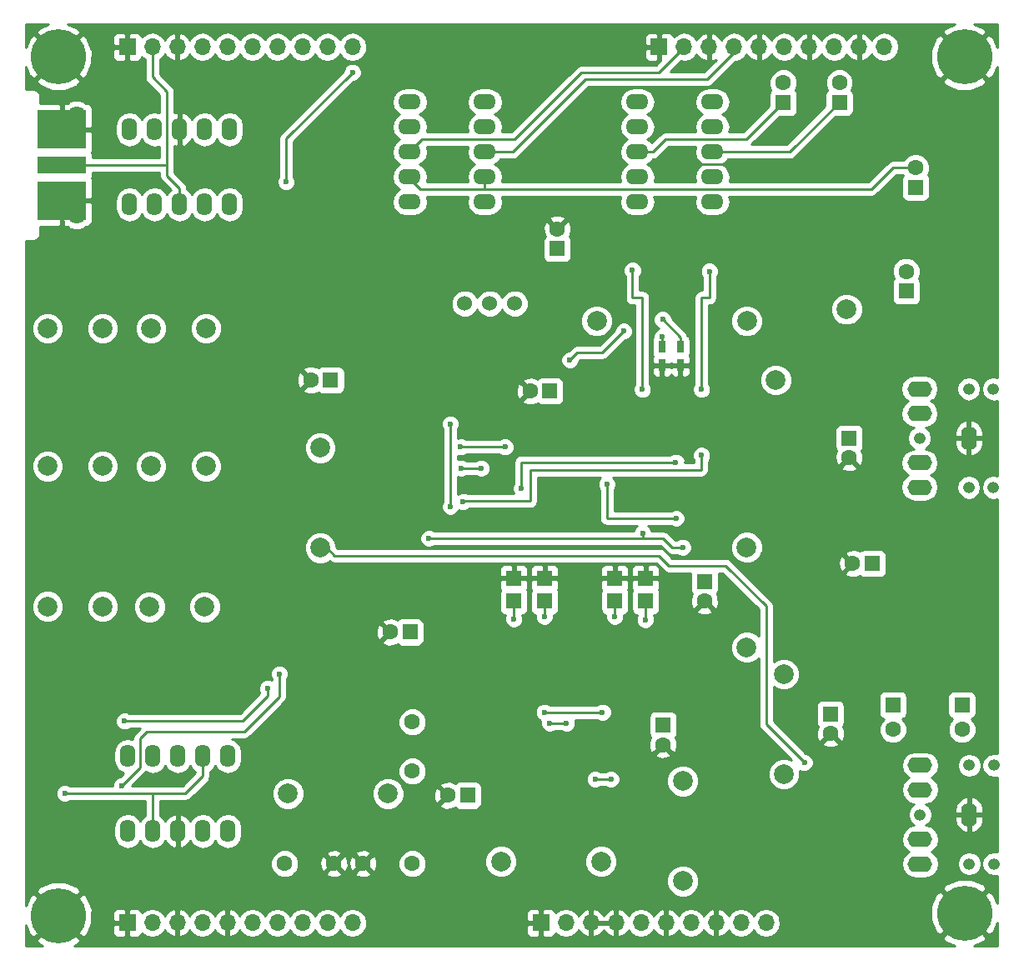
<source format=gbl>
G04 #@! TF.FileFunction,Copper,L2,Bot,Signal*
%FSLAX46Y46*%
G04 Gerber Fmt 4.6, Leading zero omitted, Abs format (unit mm)*
G04 Created by KiCad (PCBNEW 4.0.7) date 05/14/20 07:05:34*
%MOMM*%
%LPD*%
G01*
G04 APERTURE LIST*
%ADD10C,0.100000*%
%ADD11C,1.524000*%
%ADD12R,1.700000X1.700000*%
%ADD13O,1.700000X1.700000*%
%ADD14C,5.600000*%
%ADD15R,1.600000X1.600000*%
%ADD16C,1.600000*%
%ADD17O,1.600000X2.500000*%
%ADD18O,1.200000X1.200000*%
%ADD19O,2.500000X1.600000*%
%ADD20C,1.998980*%
%ADD21R,0.750000X1.200000*%
%ADD22C,1.800000*%
%ADD23R,5.000000X1.800000*%
%ADD24R,5.000000X3.960000*%
%ADD25O,2.300000X1.600000*%
%ADD26O,1.600000X2.300000*%
%ADD27C,0.600000*%
%ADD28C,0.250000*%
%ADD29C,0.254000*%
G04 APERTURE END LIST*
D10*
D11*
X162814000Y-69088000D03*
X160274000Y-69088000D03*
X165354000Y-69088000D03*
D12*
X168000000Y-132000000D03*
D13*
X170540000Y-132000000D03*
X173080000Y-132000000D03*
X175620000Y-132000000D03*
X178160000Y-132000000D03*
X180700000Y-132000000D03*
X183240000Y-132000000D03*
X185780000Y-132000000D03*
X188320000Y-132000000D03*
X190860000Y-132000000D03*
D14*
X211000000Y-44000000D03*
X119000000Y-44000000D03*
X119000000Y-131250000D03*
X211000000Y-131000000D03*
D15*
X199300000Y-82750000D03*
D16*
X199300000Y-84750000D03*
D15*
X206050000Y-57250000D03*
D16*
X206050000Y-55250000D03*
D15*
X178630000Y-96990000D03*
X178630000Y-99290000D03*
X165240000Y-96990000D03*
X165240000Y-99290000D03*
X168370000Y-96990000D03*
X168370000Y-99290000D03*
X175500000Y-96990000D03*
X175500000Y-99290000D03*
X210750000Y-109850000D03*
D16*
X210750000Y-112350000D03*
D15*
X203750000Y-109850000D03*
D16*
X203750000Y-112350000D03*
D17*
X211500000Y-121000000D03*
D18*
X206500000Y-121000000D03*
D19*
X206500000Y-116000000D03*
X206500000Y-118500000D03*
X206500000Y-123500000D03*
X206500000Y-126000000D03*
D18*
X211500000Y-116000000D03*
X211500000Y-126000000D03*
X214000000Y-116000000D03*
X214000000Y-126000000D03*
D17*
X211450000Y-82750000D03*
D18*
X206450000Y-82750000D03*
D19*
X206450000Y-77750000D03*
X206450000Y-80250000D03*
X206450000Y-85250000D03*
X206450000Y-87750000D03*
D18*
X211450000Y-77750000D03*
X211450000Y-87750000D03*
X213950000Y-77750000D03*
X213950000Y-87750000D03*
D12*
X180000000Y-43000000D03*
D13*
X182540000Y-43000000D03*
X185080000Y-43000000D03*
X187620000Y-43000000D03*
X190160000Y-43000000D03*
X192700000Y-43000000D03*
X195240000Y-43000000D03*
X197780000Y-43000000D03*
X200320000Y-43000000D03*
X202860000Y-43000000D03*
D12*
X126000000Y-132000000D03*
D13*
X128540000Y-132000000D03*
X131080000Y-132000000D03*
X133620000Y-132000000D03*
X136160000Y-132000000D03*
X138700000Y-132000000D03*
X141240000Y-132000000D03*
X143780000Y-132000000D03*
X146320000Y-132000000D03*
X148860000Y-132000000D03*
D20*
X188900000Y-104001260D03*
X188900000Y-93841260D03*
X174101260Y-125750000D03*
X163941260Y-125750000D03*
D21*
X180300000Y-73450000D03*
X180300000Y-75350000D03*
X182150000Y-73450000D03*
X182150000Y-75350000D03*
D20*
X192675000Y-116901260D03*
X192675000Y-106741260D03*
X199036425Y-69663575D03*
X191852220Y-76847780D03*
X182400000Y-127751260D03*
X182400000Y-117591260D03*
X145600000Y-93901260D03*
X145600000Y-83741260D03*
X133992000Y-71604000D03*
X128404000Y-71604000D03*
X123492000Y-71604000D03*
X117904000Y-71604000D03*
X133992000Y-85604000D03*
X128404000Y-85604000D03*
X123492000Y-85604000D03*
X117904000Y-85604000D03*
X128258000Y-99896000D03*
X133846000Y-99896000D03*
X123492000Y-99854000D03*
X117904000Y-99854000D03*
D22*
X120857000Y-49920000D03*
X120857000Y-60080000D03*
D23*
X119350000Y-55000000D03*
D24*
X119350000Y-58620000D03*
X119350000Y-51380000D03*
D22*
X120857000Y-52460000D03*
X120857000Y-57540000D03*
X120857000Y-55000000D03*
D15*
X205100000Y-67800000D03*
D16*
X205100000Y-65800000D03*
D15*
X154700000Y-102450000D03*
D16*
X152700000Y-102450000D03*
D15*
X180400000Y-111900000D03*
D16*
X180400000Y-113900000D03*
D15*
X197400000Y-110775000D03*
D16*
X197400000Y-112775000D03*
D15*
X201650000Y-95500000D03*
D16*
X199650000Y-95500000D03*
D25*
X185400000Y-48600000D03*
X185400000Y-51140000D03*
X185400000Y-53680000D03*
X185400000Y-56220000D03*
X185400000Y-58760000D03*
X177780000Y-58760000D03*
X177780000Y-56220000D03*
X177780000Y-53680000D03*
X177780000Y-51140000D03*
X177780000Y-48600000D03*
D26*
X136400000Y-59000000D03*
X133860000Y-59000000D03*
X131320000Y-59000000D03*
X128780000Y-59000000D03*
X126240000Y-59000000D03*
X126240000Y-51380000D03*
X128780000Y-51380000D03*
X131320000Y-51380000D03*
X133860000Y-51380000D03*
X136400000Y-51380000D03*
D25*
X162300000Y-48600000D03*
X162300000Y-51140000D03*
X162300000Y-53680000D03*
X162300000Y-56220000D03*
X162300000Y-58760000D03*
X154680000Y-58760000D03*
X154680000Y-56220000D03*
X154680000Y-53680000D03*
X154680000Y-51140000D03*
X154680000Y-48600000D03*
D26*
X126050000Y-115050000D03*
X128590000Y-115050000D03*
X131130000Y-115050000D03*
X133670000Y-115050000D03*
X136210000Y-115050000D03*
X136210000Y-122670000D03*
X133670000Y-122670000D03*
X131130000Y-122670000D03*
X128590000Y-122670000D03*
X126050000Y-122670000D03*
D15*
X160550000Y-119050000D03*
D16*
X158550000Y-119050000D03*
D15*
X184600000Y-97300000D03*
D16*
X184600000Y-99300000D03*
D15*
X192600000Y-48650000D03*
D16*
X192600000Y-46650000D03*
D15*
X198300000Y-48650000D03*
D16*
X198300000Y-46650000D03*
D20*
X188900620Y-70850000D03*
X173660620Y-70850000D03*
D15*
X169672000Y-63500000D03*
D16*
X169672000Y-61500000D03*
D15*
X168910000Y-77978000D03*
D16*
X166910000Y-77978000D03*
D15*
X146650000Y-76850000D03*
D16*
X144650000Y-76850000D03*
X154940000Y-116586000D03*
X154940000Y-111586000D03*
D12*
X126000000Y-43000000D03*
D13*
X128540000Y-43000000D03*
X131080000Y-43000000D03*
X133620000Y-43000000D03*
X136160000Y-43000000D03*
X138700000Y-43000000D03*
X141240000Y-43000000D03*
X143780000Y-43000000D03*
X146320000Y-43000000D03*
X148860000Y-43000000D03*
D16*
X141986000Y-125984000D03*
X146986000Y-125984000D03*
D20*
X142318740Y-118872000D03*
X152478740Y-118872000D03*
D16*
X154940000Y-125984000D03*
X149940000Y-125984000D03*
D27*
X198850000Y-52450000D03*
X208350000Y-52750000D03*
X203400000Y-48400000D03*
X168550000Y-46900000D03*
X155450000Y-42600000D03*
X159200000Y-42650000D03*
X163450000Y-42650000D03*
X168550000Y-42700000D03*
X186563000Y-82550000D03*
X191643000Y-82550000D03*
X188550000Y-78200000D03*
X198100000Y-62950000D03*
X198100000Y-67400000D03*
X212300000Y-63500000D03*
X212300000Y-58550000D03*
X204500000Y-60450000D03*
X208000000Y-60450000D03*
X209550000Y-99450000D03*
X208000000Y-82750000D03*
X203400000Y-79500000D03*
X202100000Y-65700000D03*
X205850000Y-75450000D03*
X181550000Y-50500000D03*
X126050000Y-97500000D03*
X121700000Y-97750000D03*
X118300000Y-88200000D03*
X116300000Y-96300000D03*
X116300000Y-92350000D03*
X119850000Y-93300000D03*
X123400000Y-93300000D03*
X205850000Y-99400000D03*
X202650000Y-100650000D03*
X194700000Y-91050000D03*
X197950000Y-105700000D03*
X199250000Y-108400000D03*
X125600000Y-46900000D03*
X135550000Y-46900000D03*
X132600000Y-46900000D03*
X125750000Y-67900000D03*
X125750000Y-72150000D03*
X123650000Y-76700000D03*
X127450000Y-56750000D03*
X127500000Y-53550000D03*
X119200000Y-81550000D03*
X123650000Y-81550000D03*
X128150000Y-81550000D03*
X170662600Y-54940200D03*
X174800000Y-54950000D03*
X166547800Y-54927500D03*
X161798000Y-66916300D03*
X177444400Y-63068200D03*
X173050200Y-62801500D03*
X170624500Y-66548000D03*
X168275000Y-66548000D03*
X166243000Y-63500000D03*
X166370000Y-59817000D03*
X170688000Y-58801000D03*
X174752000Y-58674000D03*
X163576000Y-76962000D03*
X160528000Y-78359000D03*
X157607000Y-75057000D03*
X142494000Y-80137000D03*
X143129000Y-83820000D03*
X149098000Y-92710000D03*
X150876000Y-98044000D03*
X151892000Y-75438000D03*
X149860000Y-78105000D03*
X149860000Y-82296000D03*
X149733000Y-85852000D03*
X130429000Y-100965000D03*
X130556000Y-98298000D03*
X135001000Y-97282000D03*
X138303000Y-98171000D03*
X135001000Y-93345000D03*
X138303000Y-94488000D03*
X134874000Y-88773000D03*
X138430000Y-89789000D03*
X135255000Y-66040000D03*
X136652000Y-68961000D03*
X136652000Y-72898000D03*
X135636000Y-76962000D03*
X135636000Y-81534000D03*
X138430000Y-85090000D03*
X138430000Y-79629000D03*
X138430000Y-75057000D03*
X138430000Y-70866000D03*
X138430000Y-67437000D03*
X145288000Y-59182000D03*
X142748000Y-61722000D03*
X142748000Y-66040000D03*
X142748000Y-69596000D03*
X142748000Y-73406000D03*
X145669000Y-51308000D03*
X145796000Y-54737000D03*
X157353000Y-51054000D03*
X159512000Y-51054000D03*
X157226000Y-53467000D03*
X159512000Y-53594000D03*
X159512000Y-56388000D03*
X157226000Y-56388000D03*
X157226000Y-59309000D03*
X159385000Y-59309000D03*
X183388000Y-102235000D03*
X179451000Y-103505000D03*
X180213000Y-125984000D03*
X185039000Y-127889000D03*
X198755000Y-130683000D03*
X202311000Y-128397000D03*
X202057000Y-124714000D03*
X199009000Y-122047000D03*
X201295000Y-122047000D03*
X184277000Y-111379000D03*
X185547000Y-115570000D03*
X180594000Y-118999000D03*
X190754000Y-125222000D03*
X187325000Y-125222000D03*
X182372000Y-122428000D03*
X146558000Y-98044000D03*
X142494000Y-91948000D03*
X143129000Y-95758000D03*
X154686000Y-98044000D03*
X158496000Y-97028000D03*
X162306000Y-97028000D03*
X146558000Y-101600000D03*
X147955000Y-110998000D03*
X144018000Y-109347000D03*
X144018000Y-104521000D03*
X148844000Y-106426000D03*
X154686000Y-106553000D03*
X152019000Y-109982000D03*
X158127700Y-129057400D03*
X158127700Y-124396500D03*
X161226500Y-124383800D03*
X161163000Y-129082800D03*
X165227000Y-129159000D03*
X161925000Y-132334000D03*
X152438100Y-132372100D03*
X158140400Y-132372100D03*
X152400000Y-129032000D03*
X152400000Y-122428000D03*
X147066000Y-118872000D03*
X149860000Y-118872000D03*
X150114000Y-115570000D03*
X153416000Y-114554000D03*
X162560000Y-115290600D03*
X157949900Y-115277900D03*
X171958000Y-106426000D03*
X174950000Y-106400000D03*
X171945300Y-109575600D03*
X165100000Y-105156000D03*
X162814000Y-102870000D03*
X162814000Y-100076000D03*
X172720000Y-128270000D03*
X177546000Y-125984000D03*
X177200000Y-118950000D03*
X177546000Y-122428000D03*
X170434000Y-122174000D03*
X171958000Y-119126000D03*
X140716000Y-112522000D03*
X136398000Y-106172000D03*
X131826000Y-105918000D03*
X136398000Y-100838000D03*
X138430000Y-107696000D03*
X136144000Y-109982000D03*
X127762000Y-109982000D03*
X127508000Y-102108000D03*
X118618000Y-123444000D03*
X116332000Y-115570000D03*
X116332000Y-119126000D03*
X116332000Y-127254000D03*
X116332000Y-123444000D03*
X119126000Y-108966000D03*
X116332000Y-107442000D03*
X116332000Y-111760000D03*
X123444000Y-115570000D03*
X123444000Y-112268000D03*
X125476000Y-107950000D03*
X119634000Y-116332000D03*
X138684000Y-129794000D03*
X147574000Y-129794000D03*
X142494000Y-129794000D03*
X138684000Y-122428000D03*
X138684000Y-125984000D03*
X134112000Y-125984000D03*
X129286000Y-125984000D03*
X142240000Y-122428000D03*
X147066000Y-122428000D03*
X131318000Y-128270000D03*
X138938000Y-117348000D03*
X144018000Y-116332000D03*
X130810000Y-120142000D03*
X126238000Y-120142000D03*
X135128000Y-120650000D03*
X138938000Y-120650000D03*
X128100000Y-117770000D03*
X135128000Y-117348000D03*
X132334000Y-116840000D03*
X186600000Y-87800000D03*
X186590000Y-91650000D03*
X175760000Y-91910000D03*
X171950000Y-113000000D03*
X170790000Y-115630000D03*
X175150000Y-115120000D03*
X183740000Y-106840000D03*
X178380000Y-109830000D03*
X181400000Y-109690000D03*
X208230000Y-110770000D03*
X209310000Y-107780000D03*
X201290000Y-113280000D03*
X205160000Y-114040000D03*
X206180000Y-107250000D03*
X182520000Y-70700000D03*
X185570000Y-70700000D03*
X209800000Y-67600000D03*
X212200000Y-69600000D03*
X164200000Y-119100000D03*
X170100000Y-118950000D03*
X167600000Y-115200000D03*
X175900000Y-120500000D03*
X192650000Y-87800000D03*
X189200000Y-87800000D03*
X168950000Y-87650000D03*
X167050000Y-91450000D03*
X164950000Y-91450000D03*
X152050000Y-47850000D03*
X183600000Y-59850000D03*
X181200000Y-58850000D03*
X189850000Y-55300000D03*
X181700000Y-54950000D03*
X148800000Y-65900000D03*
X158100000Y-66750000D03*
X168950000Y-106400000D03*
X172525000Y-81375000D03*
X176400000Y-81400000D03*
X164600000Y-87800000D03*
X160000000Y-87800000D03*
X166000000Y-87875000D03*
X181700000Y-85200000D03*
X158800000Y-89700000D03*
X158800000Y-81300000D03*
X178600000Y-101200000D03*
X165250000Y-101150000D03*
X159850000Y-83650000D03*
X164350000Y-83650000D03*
X168350000Y-100900000D03*
X181750000Y-90900000D03*
X174700000Y-87450000D03*
X175500000Y-100850000D03*
X180350000Y-70700000D03*
X184300000Y-77800000D03*
X185100000Y-65800000D03*
X177300000Y-65700000D03*
X178300000Y-77800000D03*
X176403000Y-71882000D03*
X170942000Y-74803000D03*
X180300000Y-72450000D03*
X170600000Y-111700000D03*
X168900000Y-111700000D03*
X160100000Y-89200000D03*
X184300000Y-84500000D03*
X182400000Y-93850000D03*
X178325000Y-92400000D03*
X156625000Y-92925000D03*
X168350000Y-110600000D03*
X174250000Y-110600000D03*
X175100000Y-117400000D03*
X173500000Y-117400000D03*
X161950000Y-85800000D03*
X159900000Y-85800000D03*
X125450000Y-118050000D03*
X141450000Y-106700000D03*
X125730000Y-111506000D03*
X142130000Y-56720000D03*
X148860000Y-45590000D03*
X140250000Y-108150000D03*
X194750000Y-115700000D03*
X119650000Y-118850000D03*
D28*
X200320000Y-43000000D02*
X200320000Y-45320000D01*
X208050000Y-52450000D02*
X198850000Y-52450000D01*
X208350000Y-52750000D02*
X208050000Y-52450000D01*
X200320000Y-45320000D02*
X203400000Y-48400000D01*
X168550000Y-46900000D02*
X168550000Y-42700000D01*
X163450000Y-42650000D02*
X159200000Y-42650000D01*
X186600000Y-82587000D02*
X186563000Y-82550000D01*
X186600000Y-87800000D02*
X186600000Y-82587000D01*
X198100000Y-67400000D02*
X198100000Y-62950000D01*
X200850000Y-65700000D02*
X198100000Y-62950000D01*
X200850000Y-65700000D02*
X202100000Y-65700000D01*
X208000000Y-60450000D02*
X204500000Y-60450000D01*
X202100000Y-62850000D02*
X204500000Y-60450000D01*
X202100000Y-62850000D02*
X202100000Y-65700000D01*
X211450000Y-82750000D02*
X208000000Y-82750000D01*
X202100000Y-65700000D02*
X202100000Y-71700000D01*
X202100000Y-71700000D02*
X205850000Y-75450000D01*
X190160000Y-43000000D02*
X190160000Y-46490000D01*
X189650000Y-47000000D02*
X187000000Y-47000000D01*
X190160000Y-46490000D02*
X189650000Y-47000000D01*
X190160000Y-43000000D02*
X190160000Y-43840000D01*
X187000000Y-47000000D02*
X185200000Y-47000000D01*
X181550000Y-48700000D02*
X181550000Y-50500000D01*
X183100000Y-47150000D02*
X181550000Y-48700000D01*
X185050000Y-47150000D02*
X183100000Y-47150000D01*
X185200000Y-47000000D02*
X185050000Y-47150000D01*
X130556000Y-98298000D02*
X129948000Y-98298000D01*
X129150000Y-97500000D02*
X126050000Y-97500000D01*
X129948000Y-98298000D02*
X129150000Y-97500000D01*
X120600000Y-90500000D02*
X118300000Y-88200000D01*
X120600000Y-93300000D02*
X120600000Y-90500000D01*
X116300000Y-92350000D02*
X116300000Y-96300000D01*
X123400000Y-93300000D02*
X120600000Y-93300000D01*
X120600000Y-93300000D02*
X119850000Y-93300000D01*
X205850000Y-99400000D02*
X203900000Y-99400000D01*
X203900000Y-99400000D02*
X202650000Y-100650000D01*
X197950000Y-107100000D02*
X197950000Y-105700000D01*
X199250000Y-108400000D02*
X197950000Y-107100000D01*
X126000000Y-43000000D02*
X126000000Y-46500000D01*
X126000000Y-46500000D02*
X125600000Y-46900000D01*
X131080000Y-43000000D02*
X131080000Y-45380000D01*
X131080000Y-45380000D02*
X132600000Y-46900000D01*
X125750000Y-74600000D02*
X125750000Y-72150000D01*
X123650000Y-76700000D02*
X125750000Y-74600000D01*
X119350000Y-51380000D02*
X123080000Y-51380000D01*
X125250000Y-53550000D02*
X127500000Y-53550000D01*
X123080000Y-51380000D02*
X125250000Y-53550000D01*
X135636000Y-81534000D02*
X128166000Y-81534000D01*
X123650000Y-81550000D02*
X119200000Y-81550000D01*
X128166000Y-81534000D02*
X128150000Y-81550000D01*
X170672400Y-54950000D02*
X170662600Y-54940200D01*
X174800000Y-54950000D02*
X170672400Y-54950000D01*
X166560500Y-54914800D02*
X166560500Y-54902100D01*
X166547800Y-54927500D02*
X166560500Y-54914800D01*
X173316900Y-63068200D02*
X177444400Y-63068200D01*
X173050200Y-62801500D02*
X173316900Y-63068200D01*
X168275000Y-66548000D02*
X170624500Y-66548000D01*
X166243000Y-59944000D02*
X166243000Y-63500000D01*
X166370000Y-59817000D02*
X166243000Y-59944000D01*
X174625000Y-58801000D02*
X170688000Y-58801000D01*
X174752000Y-58674000D02*
X174625000Y-58801000D01*
X163576000Y-76962000D02*
X162179000Y-78359000D01*
X162179000Y-78359000D02*
X160528000Y-78359000D01*
X142494000Y-80137000D02*
X142494000Y-83185000D01*
X142494000Y-83185000D02*
X143129000Y-83820000D01*
X149098000Y-92710000D02*
X149098000Y-86487000D01*
X149860000Y-82296000D02*
X149860000Y-78105000D01*
X149098000Y-86487000D02*
X149733000Y-85852000D01*
X130429000Y-98425000D02*
X130429000Y-100965000D01*
X130556000Y-98298000D02*
X130429000Y-98425000D01*
X137414000Y-97282000D02*
X135001000Y-97282000D01*
X138303000Y-98171000D02*
X137414000Y-97282000D01*
X137160000Y-93345000D02*
X135001000Y-93345000D01*
X138303000Y-94488000D02*
X137160000Y-93345000D01*
X137414000Y-88773000D02*
X134874000Y-88773000D01*
X138430000Y-89789000D02*
X137414000Y-88773000D01*
X135255000Y-67564000D02*
X135255000Y-66040000D01*
X136652000Y-68961000D02*
X135255000Y-67564000D01*
X136652000Y-75946000D02*
X136652000Y-72898000D01*
X135636000Y-76962000D02*
X136652000Y-75946000D01*
X135636000Y-82296000D02*
X135636000Y-81534000D01*
X138430000Y-85090000D02*
X135636000Y-82296000D01*
X138430000Y-75057000D02*
X138430000Y-79629000D01*
X138430000Y-67437000D02*
X138430000Y-70866000D01*
X142748000Y-66040000D02*
X142748000Y-61722000D01*
X142748000Y-73406000D02*
X142748000Y-69596000D01*
X145669000Y-54610000D02*
X145669000Y-51308000D01*
X145796000Y-54737000D02*
X145669000Y-54610000D01*
X159512000Y-51054000D02*
X157353000Y-51054000D01*
X159385000Y-53467000D02*
X157226000Y-53467000D01*
X159512000Y-53594000D02*
X159385000Y-53467000D01*
X157226000Y-56388000D02*
X159512000Y-56388000D01*
X159385000Y-59309000D02*
X157226000Y-59309000D01*
X184600000Y-99300000D02*
X184545000Y-99300000D01*
X184545000Y-99300000D02*
X183388000Y-100457000D01*
X183388000Y-100457000D02*
X183388000Y-102235000D01*
X187325000Y-125222000D02*
X186055000Y-125222000D01*
X185039000Y-126238000D02*
X185039000Y-127889000D01*
X186055000Y-125222000D02*
X185039000Y-126238000D01*
X202311000Y-124968000D02*
X202311000Y-128397000D01*
X202057000Y-124714000D02*
X202311000Y-124968000D01*
X201295000Y-122047000D02*
X199009000Y-122047000D01*
X184277000Y-114300000D02*
X184277000Y-111379000D01*
X185547000Y-115570000D02*
X184277000Y-114300000D01*
X177546000Y-122428000D02*
X182372000Y-122428000D01*
X187325000Y-125222000D02*
X190754000Y-125222000D01*
X146558000Y-98044000D02*
X145415000Y-98044000D01*
X145415000Y-98044000D02*
X143129000Y-95758000D01*
X162344000Y-96990000D02*
X163068000Y-96990000D01*
X157480000Y-98044000D02*
X154686000Y-98044000D01*
X158496000Y-97028000D02*
X157480000Y-98044000D01*
X162344000Y-96990000D02*
X162306000Y-97028000D01*
X145669000Y-110998000D02*
X147955000Y-110998000D01*
X144018000Y-109347000D02*
X145669000Y-110998000D01*
X146939000Y-104521000D02*
X144018000Y-104521000D01*
X148844000Y-106426000D02*
X146939000Y-104521000D01*
X154686000Y-107315000D02*
X154686000Y-106553000D01*
X152019000Y-109982000D02*
X154686000Y-107315000D01*
X161163000Y-129082800D02*
X165150800Y-129082800D01*
X158127700Y-129057400D02*
X158127700Y-124396500D01*
X161226500Y-124383800D02*
X161163000Y-124447300D01*
X161163000Y-124447300D02*
X161163000Y-129082800D01*
X165150800Y-129082800D02*
X165227000Y-129159000D01*
X158140400Y-132372100D02*
X152438100Y-132372100D01*
X147066000Y-118872000D02*
X149860000Y-118872000D01*
X150114000Y-115570000D02*
X151130000Y-114554000D01*
X151130000Y-114554000D02*
X153416000Y-114554000D01*
X157962600Y-115290600D02*
X162560000Y-115290600D01*
X157949900Y-115277900D02*
X157962600Y-115290600D01*
X171945300Y-109575600D02*
X171958000Y-106426000D01*
X171984000Y-106400000D02*
X171958000Y-106426000D01*
X174950000Y-106400000D02*
X171984000Y-106400000D01*
X163068000Y-96990000D02*
X163068000Y-99822000D01*
X162814000Y-102870000D02*
X165100000Y-105156000D01*
X163068000Y-99822000D02*
X162814000Y-100076000D01*
X165240000Y-96990000D02*
X163068000Y-96990000D01*
X175260000Y-128270000D02*
X172720000Y-128270000D01*
X177546000Y-125984000D02*
X175260000Y-128270000D01*
X177200000Y-118950000D02*
X177200000Y-122082000D01*
X177200000Y-122082000D02*
X177546000Y-122428000D01*
X170100000Y-118950000D02*
X171782000Y-118950000D01*
X171782000Y-118950000D02*
X171958000Y-119126000D01*
X136398000Y-100838000D02*
X136398000Y-106172000D01*
X136144000Y-105918000D02*
X136398000Y-106172000D01*
X131826000Y-105918000D02*
X128270000Y-105918000D01*
X131826000Y-105918000D02*
X136144000Y-105918000D01*
X127762000Y-109982000D02*
X136144000Y-109982000D01*
X128270000Y-105918000D02*
X127762000Y-105410000D01*
X127508000Y-105156000D02*
X127508000Y-102108000D01*
X127762000Y-105410000D02*
X127508000Y-105156000D01*
X125476000Y-107950000D02*
X126238000Y-107950000D01*
X126238000Y-107950000D02*
X128270000Y-105918000D01*
X116332000Y-123444000D02*
X116332000Y-127254000D01*
X116332000Y-115570000D02*
X116332000Y-111760000D01*
X117856000Y-107696000D02*
X119126000Y-108966000D01*
X116586000Y-107696000D02*
X117856000Y-107696000D01*
X116332000Y-107442000D02*
X116586000Y-107696000D01*
X120650000Y-115570000D02*
X116332000Y-115570000D01*
X123444000Y-115570000D02*
X120650000Y-115570000D01*
X120650000Y-115570000D02*
X120396000Y-115570000D01*
X123444000Y-109982000D02*
X123444000Y-112268000D01*
X125476000Y-107950000D02*
X123444000Y-109982000D01*
X120396000Y-115570000D02*
X119634000Y-116332000D01*
X138684000Y-125984000D02*
X138684000Y-129794000D01*
X142494000Y-129794000D02*
X147574000Y-129794000D01*
X129286000Y-125984000D02*
X129286000Y-126238000D01*
X138684000Y-125984000D02*
X134112000Y-125984000D01*
X147066000Y-122428000D02*
X142240000Y-122428000D01*
X142240000Y-122428000D02*
X138684000Y-122428000D01*
X129286000Y-126238000D02*
X131318000Y-128270000D01*
X138938000Y-117348000D02*
X139446000Y-117348000D01*
X135128000Y-117348000D02*
X138938000Y-117348000D01*
X140462000Y-116332000D02*
X144018000Y-116332000D01*
X139446000Y-117348000D02*
X140462000Y-116332000D01*
X131130000Y-120462000D02*
X130810000Y-120142000D01*
X131130000Y-120462000D02*
X131130000Y-122670000D01*
X135128000Y-120650000D02*
X135128000Y-117348000D01*
X128100000Y-117770000D02*
X131404000Y-117770000D01*
X131404000Y-117770000D02*
X132334000Y-116840000D01*
X186600000Y-87800000D02*
X186600000Y-91640000D01*
X186600000Y-91640000D02*
X186590000Y-91650000D01*
X168950000Y-87650000D02*
X168950000Y-88680000D01*
X172180000Y-91910000D02*
X175760000Y-91910000D01*
X168950000Y-88680000D02*
X172180000Y-91910000D01*
X171950000Y-113000000D02*
X171950000Y-112980000D01*
X175140000Y-115110000D02*
X170790000Y-115630000D01*
X175150000Y-115120000D02*
X175140000Y-115110000D01*
X178380000Y-109830000D02*
X177230000Y-109830000D01*
X180400000Y-113900000D02*
X180370000Y-113900000D01*
X180370000Y-113900000D02*
X179180000Y-115090000D01*
X179180000Y-115090000D02*
X178450000Y-115090000D01*
X178450000Y-115090000D02*
X178190000Y-114830000D01*
X178190000Y-114830000D02*
X178190000Y-110030000D01*
X178190000Y-110030000D02*
X178530000Y-109690000D01*
X178530000Y-109690000D02*
X181400000Y-109690000D01*
X208230000Y-110770000D02*
X208230000Y-110790000D01*
X206180000Y-107250000D02*
X208350000Y-108740000D01*
X208350000Y-108740000D02*
X209310000Y-107780000D01*
X201290000Y-113280000D02*
X202050000Y-114040000D01*
X202050000Y-114040000D02*
X205160000Y-114040000D01*
X206180000Y-107250000D02*
X206180000Y-107230000D01*
X164200000Y-119100000D02*
X164200000Y-118300000D01*
X170100000Y-120500000D02*
X169700000Y-120900000D01*
X169700000Y-120900000D02*
X166000000Y-120900000D01*
X166000000Y-120900000D02*
X164200000Y-119100000D01*
X170100000Y-118950000D02*
X170100000Y-120500000D01*
X167300000Y-115200000D02*
X167600000Y-115200000D01*
X164200000Y-118300000D02*
X167300000Y-115200000D01*
X189200000Y-87800000D02*
X192650000Y-87800000D01*
X168950000Y-87650000D02*
X168900000Y-87700000D01*
X168900000Y-87700000D02*
X168900000Y-89600000D01*
X168900000Y-89600000D02*
X167050000Y-91450000D01*
X181200000Y-59650000D02*
X183450000Y-59700000D01*
X183450000Y-59700000D02*
X183600000Y-59850000D01*
X181200000Y-58850000D02*
X181200000Y-59650000D01*
X181200000Y-59650000D02*
X181200000Y-59850000D01*
X181200000Y-59850000D02*
X181200000Y-60650000D01*
X181200000Y-60650000D02*
X181250000Y-60700000D01*
X189850000Y-55300000D02*
X189500000Y-54950000D01*
X189500000Y-54950000D02*
X181700000Y-54950000D01*
X180000000Y-43000000D02*
X180000000Y-43850000D01*
X176375000Y-81375000D02*
X172525000Y-81375000D01*
X176400000Y-81400000D02*
X176375000Y-81375000D01*
X164600000Y-87800000D02*
X160000000Y-87800000D01*
X182540000Y-43000000D02*
X182540000Y-43060000D01*
X182540000Y-43060000D02*
X180000000Y-45600000D01*
X155960000Y-52400000D02*
X154680000Y-53680000D01*
X165300000Y-52400000D02*
X155960000Y-52400000D01*
X172100000Y-45600000D02*
X165300000Y-52400000D01*
X180000000Y-45600000D02*
X172100000Y-45600000D01*
X162300000Y-53680000D02*
X165120000Y-53680000D01*
X184850000Y-46300000D02*
X187620000Y-43530000D01*
X172500000Y-46300000D02*
X184850000Y-46300000D01*
X165120000Y-53680000D02*
X172500000Y-46300000D01*
X187620000Y-43530000D02*
X187620000Y-43000000D01*
X154680000Y-56220000D02*
X154680000Y-56380000D01*
X154680000Y-56380000D02*
X155750000Y-57450000D01*
X162300000Y-56220000D02*
X162300000Y-57450000D01*
X173550000Y-57450000D02*
X162300000Y-57450000D01*
X162300000Y-57450000D02*
X155750000Y-57450000D01*
X173550000Y-57450000D02*
X201550000Y-57450000D01*
X203750000Y-55250000D02*
X206050000Y-55250000D01*
X201550000Y-57450000D02*
X203750000Y-55250000D01*
X166000000Y-85200000D02*
X166000000Y-87875000D01*
X181700000Y-85200000D02*
X166000000Y-85200000D01*
X158800000Y-81300000D02*
X158800000Y-89700000D01*
X178630000Y-101170000D02*
X178630000Y-99290000D01*
X178600000Y-101200000D02*
X178630000Y-101170000D01*
X165240000Y-101140000D02*
X165240000Y-99290000D01*
X165250000Y-101150000D02*
X165240000Y-101140000D01*
X164350000Y-83650000D02*
X159850000Y-83650000D01*
X168370000Y-100880000D02*
X168370000Y-99290000D01*
X168350000Y-100900000D02*
X168370000Y-100880000D01*
X174700000Y-87450000D02*
X174700000Y-90900000D01*
X181750000Y-90900000D02*
X174700000Y-90900000D01*
X175500000Y-100850000D02*
X175500000Y-99290000D01*
X182150000Y-73450000D02*
X182150000Y-72500000D01*
X182150000Y-72500000D02*
X180350000Y-70700000D01*
X185100000Y-68500000D02*
X184300000Y-68500000D01*
X185100000Y-65800000D02*
X185100000Y-68500000D01*
X184300000Y-77800000D02*
X184300000Y-68500000D01*
X177300000Y-68500000D02*
X177300000Y-65700000D01*
X178300000Y-68500000D02*
X177300000Y-68500000D01*
X178300000Y-77800000D02*
X178300000Y-68500000D01*
X176403000Y-71882000D02*
X174244000Y-74041000D01*
X174244000Y-74041000D02*
X171704000Y-74041000D01*
X171704000Y-74041000D02*
X170942000Y-74803000D01*
X180300000Y-73450000D02*
X180300000Y-72450000D01*
X168900000Y-111700000D02*
X170600000Y-111700000D01*
X160150000Y-89150000D02*
X166900000Y-89150000D01*
X166900000Y-86000000D02*
X166900000Y-89150000D01*
X160100000Y-89200000D02*
X160150000Y-89150000D01*
X184250000Y-86000000D02*
X166900000Y-86000000D01*
X184250000Y-84550000D02*
X184250000Y-86000000D01*
X184300000Y-84500000D02*
X184250000Y-84550000D01*
X182400000Y-93850000D02*
X181350000Y-93850000D01*
X181350000Y-93850000D02*
X180425000Y-92925000D01*
X178325000Y-92400000D02*
X178325000Y-92925000D01*
X156625000Y-92925000D02*
X178325000Y-92925000D01*
X178325000Y-92925000D02*
X180425000Y-92925000D01*
X174250000Y-110600000D02*
X168350000Y-110600000D01*
X173500000Y-117400000D02*
X175100000Y-117400000D01*
X177780000Y-53680000D02*
X179370000Y-53680000D01*
X188850000Y-52400000D02*
X192600000Y-48650000D01*
X180650000Y-52400000D02*
X188850000Y-52400000D01*
X179370000Y-53680000D02*
X180650000Y-52400000D01*
X185400000Y-53680000D02*
X193270000Y-53680000D01*
X193270000Y-53680000D02*
X198300000Y-48650000D01*
X161950000Y-85800000D02*
X159900000Y-85800000D01*
X141450000Y-106700000D02*
X141450000Y-109000000D01*
X127300000Y-116200000D02*
X125450000Y-118050000D01*
X127300000Y-113250000D02*
X127300000Y-116200000D01*
X128000000Y-112550000D02*
X127300000Y-113250000D01*
X137900000Y-112550000D02*
X128000000Y-112550000D01*
X141450000Y-109000000D02*
X137900000Y-112550000D01*
X125786000Y-111450000D02*
X127000000Y-111450000D01*
X125730000Y-111506000D02*
X125786000Y-111450000D01*
X142130000Y-52320000D02*
X142130000Y-56720000D01*
X148860000Y-45590000D02*
X142130000Y-52320000D01*
X140250000Y-108150000D02*
X140250000Y-108950000D01*
X140250000Y-108950000D02*
X137750000Y-111450000D01*
X137750000Y-111450000D02*
X127000000Y-111450000D01*
X178330000Y-94690000D02*
X180000000Y-94690000D01*
X181010000Y-95700000D02*
X186750000Y-95700000D01*
X180000000Y-94690000D02*
X181010000Y-95700000D01*
X145600000Y-93901260D02*
X146261260Y-93901260D01*
X146261260Y-93901260D02*
X147050000Y-94690000D01*
X147050000Y-94690000D02*
X178330000Y-94690000D01*
X146058740Y-94360000D02*
X145600000Y-93901260D01*
X190850000Y-111800000D02*
X194750000Y-115700000D01*
X190850000Y-99800000D02*
X190850000Y-111800000D01*
X186750000Y-95700000D02*
X190850000Y-99800000D01*
X128590000Y-122670000D02*
X128590000Y-118850000D01*
X119650000Y-118850000D02*
X128590000Y-118850000D01*
X128590000Y-118850000D02*
X131900000Y-118850000D01*
X131900000Y-118850000D02*
X133670000Y-117080000D01*
X133670000Y-115050000D02*
X133670000Y-117080000D01*
X119350000Y-55000000D02*
X130050000Y-55000000D01*
X130050000Y-52600000D02*
X130050000Y-55000000D01*
X130050000Y-55000000D02*
X130050000Y-56100000D01*
X130050000Y-56100000D02*
X131320000Y-57370000D01*
X131320000Y-59000000D02*
X131320000Y-57370000D01*
X130050000Y-47570000D02*
X128540000Y-46060000D01*
X130050000Y-52600000D02*
X130050000Y-47570000D01*
X128540000Y-46060000D02*
X128540000Y-43000000D01*
D29*
G36*
X117062973Y-41082122D02*
X117045501Y-41093797D01*
X116727265Y-41547660D01*
X119000000Y-43820395D01*
X121272735Y-41547660D01*
X120954499Y-41093797D01*
X119975890Y-40685000D01*
X210029907Y-40685000D01*
X209062973Y-41082122D01*
X209045501Y-41093797D01*
X208727265Y-41547660D01*
X211000000Y-43820395D01*
X213272735Y-41547660D01*
X212954499Y-41093797D01*
X211975890Y-40685000D01*
X214315000Y-40685000D01*
X214315000Y-43029907D01*
X213917878Y-42062973D01*
X213906203Y-42045501D01*
X213452340Y-41727265D01*
X211179605Y-44000000D01*
X213452340Y-46272735D01*
X213906203Y-45954499D01*
X214315000Y-44975890D01*
X214315000Y-76563408D01*
X213950000Y-76490805D01*
X213477386Y-76584814D01*
X213076723Y-76852528D01*
X212809009Y-77253191D01*
X212715000Y-77725805D01*
X212715000Y-77774195D01*
X212809009Y-78246809D01*
X213076723Y-78647472D01*
X213477386Y-78915186D01*
X213950000Y-79009195D01*
X214315000Y-78936592D01*
X214315000Y-86563408D01*
X213950000Y-86490805D01*
X213477386Y-86584814D01*
X213076723Y-86852528D01*
X212809009Y-87253191D01*
X212715000Y-87725805D01*
X212715000Y-87774195D01*
X212809009Y-88246809D01*
X213076723Y-88647472D01*
X213477386Y-88915186D01*
X213950000Y-89009195D01*
X214315000Y-88936592D01*
X214315000Y-114803463D01*
X214000000Y-114740805D01*
X213527386Y-114834814D01*
X213126723Y-115102528D01*
X212859009Y-115503191D01*
X212765000Y-115975805D01*
X212765000Y-116024195D01*
X212859009Y-116496809D01*
X213126723Y-116897472D01*
X213527386Y-117165186D01*
X214000000Y-117259195D01*
X214315000Y-117196537D01*
X214315000Y-124803463D01*
X214000000Y-124740805D01*
X213527386Y-124834814D01*
X213126723Y-125102528D01*
X212859009Y-125503191D01*
X212765000Y-125975805D01*
X212765000Y-126024195D01*
X212859009Y-126496809D01*
X213126723Y-126897472D01*
X213527386Y-127165186D01*
X214000000Y-127259195D01*
X214315000Y-127196537D01*
X214315000Y-130029907D01*
X213917878Y-129062973D01*
X213906203Y-129045501D01*
X213452340Y-128727265D01*
X211179605Y-131000000D01*
X213452340Y-133272735D01*
X213906203Y-132954499D01*
X214315000Y-131975890D01*
X214315000Y-134315000D01*
X211970093Y-134315000D01*
X212937027Y-133917878D01*
X212954499Y-133906203D01*
X213272735Y-133452340D01*
X211000000Y-131179605D01*
X208727265Y-133452340D01*
X209045501Y-133906203D01*
X210024110Y-134315000D01*
X120578807Y-134315000D01*
X120937027Y-134167878D01*
X120954499Y-134156203D01*
X121272735Y-133702340D01*
X119000000Y-131429605D01*
X116727265Y-133702340D01*
X117045501Y-134156203D01*
X117425641Y-134315000D01*
X115685000Y-134315000D01*
X115685000Y-132220093D01*
X116082122Y-133187027D01*
X116093797Y-133204499D01*
X116547660Y-133522735D01*
X118820395Y-131250000D01*
X119179605Y-131250000D01*
X121452340Y-133522735D01*
X121906203Y-133204499D01*
X122289994Y-132285750D01*
X124515000Y-132285750D01*
X124515000Y-132976309D01*
X124611673Y-133209698D01*
X124790301Y-133388327D01*
X125023690Y-133485000D01*
X125714250Y-133485000D01*
X125873000Y-133326250D01*
X125873000Y-132127000D01*
X124673750Y-132127000D01*
X124515000Y-132285750D01*
X122289994Y-132285750D01*
X122432936Y-131943566D01*
X122435695Y-131023691D01*
X124515000Y-131023691D01*
X124515000Y-131714250D01*
X124673750Y-131873000D01*
X125873000Y-131873000D01*
X125873000Y-130673750D01*
X126127000Y-130673750D01*
X126127000Y-131873000D01*
X126147000Y-131873000D01*
X126147000Y-132127000D01*
X126127000Y-132127000D01*
X126127000Y-133326250D01*
X126285750Y-133485000D01*
X126976310Y-133485000D01*
X127209699Y-133388327D01*
X127388327Y-133209698D01*
X127460597Y-133035223D01*
X127489946Y-133079147D01*
X127971715Y-133401054D01*
X128540000Y-133514093D01*
X129108285Y-133401054D01*
X129590054Y-133079147D01*
X129817702Y-132738447D01*
X129884817Y-132881358D01*
X130313076Y-133271645D01*
X130723110Y-133441476D01*
X130953000Y-133320155D01*
X130953000Y-132127000D01*
X130933000Y-132127000D01*
X130933000Y-131873000D01*
X130953000Y-131873000D01*
X130953000Y-130679845D01*
X131207000Y-130679845D01*
X131207000Y-131873000D01*
X131227000Y-131873000D01*
X131227000Y-132127000D01*
X131207000Y-132127000D01*
X131207000Y-133320155D01*
X131436890Y-133441476D01*
X131846924Y-133271645D01*
X132275183Y-132881358D01*
X132342298Y-132738447D01*
X132569946Y-133079147D01*
X133051715Y-133401054D01*
X133620000Y-133514093D01*
X134188285Y-133401054D01*
X134670054Y-133079147D01*
X134897702Y-132738447D01*
X134964817Y-132881358D01*
X135393076Y-133271645D01*
X135803110Y-133441476D01*
X136033000Y-133320155D01*
X136033000Y-132127000D01*
X136013000Y-132127000D01*
X136013000Y-131873000D01*
X136033000Y-131873000D01*
X136033000Y-130679845D01*
X136287000Y-130679845D01*
X136287000Y-131873000D01*
X136307000Y-131873000D01*
X136307000Y-132127000D01*
X136287000Y-132127000D01*
X136287000Y-133320155D01*
X136516890Y-133441476D01*
X136926924Y-133271645D01*
X137355183Y-132881358D01*
X137422298Y-132738447D01*
X137649946Y-133079147D01*
X138131715Y-133401054D01*
X138700000Y-133514093D01*
X139268285Y-133401054D01*
X139750054Y-133079147D01*
X139970000Y-132749974D01*
X140189946Y-133079147D01*
X140671715Y-133401054D01*
X141240000Y-133514093D01*
X141808285Y-133401054D01*
X142290054Y-133079147D01*
X142510000Y-132749974D01*
X142729946Y-133079147D01*
X143211715Y-133401054D01*
X143780000Y-133514093D01*
X144348285Y-133401054D01*
X144830054Y-133079147D01*
X145050000Y-132749974D01*
X145269946Y-133079147D01*
X145751715Y-133401054D01*
X146320000Y-133514093D01*
X146888285Y-133401054D01*
X147370054Y-133079147D01*
X147590000Y-132749974D01*
X147809946Y-133079147D01*
X148291715Y-133401054D01*
X148860000Y-133514093D01*
X149428285Y-133401054D01*
X149910054Y-133079147D01*
X150231961Y-132597378D01*
X150293947Y-132285750D01*
X166515000Y-132285750D01*
X166515000Y-132976309D01*
X166611673Y-133209698D01*
X166790301Y-133388327D01*
X167023690Y-133485000D01*
X167714250Y-133485000D01*
X167873000Y-133326250D01*
X167873000Y-132127000D01*
X166673750Y-132127000D01*
X166515000Y-132285750D01*
X150293947Y-132285750D01*
X150345000Y-132029093D01*
X150345000Y-131970907D01*
X150231961Y-131402622D01*
X149978768Y-131023691D01*
X166515000Y-131023691D01*
X166515000Y-131714250D01*
X166673750Y-131873000D01*
X167873000Y-131873000D01*
X167873000Y-130673750D01*
X168127000Y-130673750D01*
X168127000Y-131873000D01*
X168147000Y-131873000D01*
X168147000Y-132127000D01*
X168127000Y-132127000D01*
X168127000Y-133326250D01*
X168285750Y-133485000D01*
X168976310Y-133485000D01*
X169209699Y-133388327D01*
X169388327Y-133209698D01*
X169460597Y-133035223D01*
X169489946Y-133079147D01*
X169971715Y-133401054D01*
X170540000Y-133514093D01*
X171108285Y-133401054D01*
X171590054Y-133079147D01*
X171817702Y-132738447D01*
X171884817Y-132881358D01*
X172313076Y-133271645D01*
X172723110Y-133441476D01*
X172953000Y-133320155D01*
X172953000Y-132127000D01*
X173207000Y-132127000D01*
X173207000Y-133320155D01*
X173436890Y-133441476D01*
X173846924Y-133271645D01*
X174275183Y-132881358D01*
X174350000Y-132722046D01*
X174424817Y-132881358D01*
X174853076Y-133271645D01*
X175263110Y-133441476D01*
X175493000Y-133320155D01*
X175493000Y-132127000D01*
X173207000Y-132127000D01*
X172953000Y-132127000D01*
X172933000Y-132127000D01*
X172933000Y-131873000D01*
X172953000Y-131873000D01*
X172953000Y-130679845D01*
X173207000Y-130679845D01*
X173207000Y-131873000D01*
X175493000Y-131873000D01*
X175493000Y-130679845D01*
X175747000Y-130679845D01*
X175747000Y-131873000D01*
X175767000Y-131873000D01*
X175767000Y-132127000D01*
X175747000Y-132127000D01*
X175747000Y-133320155D01*
X175976890Y-133441476D01*
X176386924Y-133271645D01*
X176815183Y-132881358D01*
X176882298Y-132738447D01*
X177109946Y-133079147D01*
X177591715Y-133401054D01*
X178160000Y-133514093D01*
X178728285Y-133401054D01*
X179210054Y-133079147D01*
X179437702Y-132738447D01*
X179504817Y-132881358D01*
X179933076Y-133271645D01*
X180343110Y-133441476D01*
X180573000Y-133320155D01*
X180573000Y-132127000D01*
X180553000Y-132127000D01*
X180553000Y-131873000D01*
X180573000Y-131873000D01*
X180573000Y-130679845D01*
X180827000Y-130679845D01*
X180827000Y-131873000D01*
X180847000Y-131873000D01*
X180847000Y-132127000D01*
X180827000Y-132127000D01*
X180827000Y-133320155D01*
X181056890Y-133441476D01*
X181466924Y-133271645D01*
X181895183Y-132881358D01*
X181962298Y-132738447D01*
X182189946Y-133079147D01*
X182671715Y-133401054D01*
X183240000Y-133514093D01*
X183808285Y-133401054D01*
X184290054Y-133079147D01*
X184517702Y-132738447D01*
X184584817Y-132881358D01*
X185013076Y-133271645D01*
X185423110Y-133441476D01*
X185653000Y-133320155D01*
X185653000Y-132127000D01*
X185633000Y-132127000D01*
X185633000Y-131873000D01*
X185653000Y-131873000D01*
X185653000Y-130679845D01*
X185907000Y-130679845D01*
X185907000Y-131873000D01*
X185927000Y-131873000D01*
X185927000Y-132127000D01*
X185907000Y-132127000D01*
X185907000Y-133320155D01*
X186136890Y-133441476D01*
X186546924Y-133271645D01*
X186975183Y-132881358D01*
X187042298Y-132738447D01*
X187269946Y-133079147D01*
X187751715Y-133401054D01*
X188320000Y-133514093D01*
X188888285Y-133401054D01*
X189370054Y-133079147D01*
X189590000Y-132749974D01*
X189809946Y-133079147D01*
X190291715Y-133401054D01*
X190860000Y-133514093D01*
X191428285Y-133401054D01*
X191910054Y-133079147D01*
X192231961Y-132597378D01*
X192345000Y-132029093D01*
X192345000Y-131970907D01*
X192285734Y-131672956D01*
X207562965Y-131672956D01*
X208082122Y-132937027D01*
X208093797Y-132954499D01*
X208547660Y-133272735D01*
X210820395Y-131000000D01*
X208547660Y-128727265D01*
X208093797Y-129045501D01*
X207567064Y-130306434D01*
X207562965Y-131672956D01*
X192285734Y-131672956D01*
X192231961Y-131402622D01*
X191910054Y-130920853D01*
X191428285Y-130598946D01*
X190860000Y-130485907D01*
X190291715Y-130598946D01*
X189809946Y-130920853D01*
X189590000Y-131250026D01*
X189370054Y-130920853D01*
X188888285Y-130598946D01*
X188320000Y-130485907D01*
X187751715Y-130598946D01*
X187269946Y-130920853D01*
X187042298Y-131261553D01*
X186975183Y-131118642D01*
X186546924Y-130728355D01*
X186136890Y-130558524D01*
X185907000Y-130679845D01*
X185653000Y-130679845D01*
X185423110Y-130558524D01*
X185013076Y-130728355D01*
X184584817Y-131118642D01*
X184517702Y-131261553D01*
X184290054Y-130920853D01*
X183808285Y-130598946D01*
X183240000Y-130485907D01*
X182671715Y-130598946D01*
X182189946Y-130920853D01*
X181962298Y-131261553D01*
X181895183Y-131118642D01*
X181466924Y-130728355D01*
X181056890Y-130558524D01*
X180827000Y-130679845D01*
X180573000Y-130679845D01*
X180343110Y-130558524D01*
X179933076Y-130728355D01*
X179504817Y-131118642D01*
X179437702Y-131261553D01*
X179210054Y-130920853D01*
X178728285Y-130598946D01*
X178160000Y-130485907D01*
X177591715Y-130598946D01*
X177109946Y-130920853D01*
X176882298Y-131261553D01*
X176815183Y-131118642D01*
X176386924Y-130728355D01*
X175976890Y-130558524D01*
X175747000Y-130679845D01*
X175493000Y-130679845D01*
X175263110Y-130558524D01*
X174853076Y-130728355D01*
X174424817Y-131118642D01*
X174350000Y-131277954D01*
X174275183Y-131118642D01*
X173846924Y-130728355D01*
X173436890Y-130558524D01*
X173207000Y-130679845D01*
X172953000Y-130679845D01*
X172723110Y-130558524D01*
X172313076Y-130728355D01*
X171884817Y-131118642D01*
X171817702Y-131261553D01*
X171590054Y-130920853D01*
X171108285Y-130598946D01*
X170540000Y-130485907D01*
X169971715Y-130598946D01*
X169489946Y-130920853D01*
X169460597Y-130964777D01*
X169388327Y-130790302D01*
X169209699Y-130611673D01*
X168976310Y-130515000D01*
X168285750Y-130515000D01*
X168127000Y-130673750D01*
X167873000Y-130673750D01*
X167714250Y-130515000D01*
X167023690Y-130515000D01*
X166790301Y-130611673D01*
X166611673Y-130790302D01*
X166515000Y-131023691D01*
X149978768Y-131023691D01*
X149910054Y-130920853D01*
X149428285Y-130598946D01*
X148860000Y-130485907D01*
X148291715Y-130598946D01*
X147809946Y-130920853D01*
X147590000Y-131250026D01*
X147370054Y-130920853D01*
X146888285Y-130598946D01*
X146320000Y-130485907D01*
X145751715Y-130598946D01*
X145269946Y-130920853D01*
X145050000Y-131250026D01*
X144830054Y-130920853D01*
X144348285Y-130598946D01*
X143780000Y-130485907D01*
X143211715Y-130598946D01*
X142729946Y-130920853D01*
X142510000Y-131250026D01*
X142290054Y-130920853D01*
X141808285Y-130598946D01*
X141240000Y-130485907D01*
X140671715Y-130598946D01*
X140189946Y-130920853D01*
X139970000Y-131250026D01*
X139750054Y-130920853D01*
X139268285Y-130598946D01*
X138700000Y-130485907D01*
X138131715Y-130598946D01*
X137649946Y-130920853D01*
X137422298Y-131261553D01*
X137355183Y-131118642D01*
X136926924Y-130728355D01*
X136516890Y-130558524D01*
X136287000Y-130679845D01*
X136033000Y-130679845D01*
X135803110Y-130558524D01*
X135393076Y-130728355D01*
X134964817Y-131118642D01*
X134897702Y-131261553D01*
X134670054Y-130920853D01*
X134188285Y-130598946D01*
X133620000Y-130485907D01*
X133051715Y-130598946D01*
X132569946Y-130920853D01*
X132342298Y-131261553D01*
X132275183Y-131118642D01*
X131846924Y-130728355D01*
X131436890Y-130558524D01*
X131207000Y-130679845D01*
X130953000Y-130679845D01*
X130723110Y-130558524D01*
X130313076Y-130728355D01*
X129884817Y-131118642D01*
X129817702Y-131261553D01*
X129590054Y-130920853D01*
X129108285Y-130598946D01*
X128540000Y-130485907D01*
X127971715Y-130598946D01*
X127489946Y-130920853D01*
X127460597Y-130964777D01*
X127388327Y-130790302D01*
X127209699Y-130611673D01*
X126976310Y-130515000D01*
X126285750Y-130515000D01*
X126127000Y-130673750D01*
X125873000Y-130673750D01*
X125714250Y-130515000D01*
X125023690Y-130515000D01*
X124790301Y-130611673D01*
X124611673Y-130790302D01*
X124515000Y-131023691D01*
X122435695Y-131023691D01*
X122437035Y-130577044D01*
X121917878Y-129312973D01*
X121906203Y-129295501D01*
X121452340Y-128977265D01*
X119179605Y-131250000D01*
X118820395Y-131250000D01*
X116547660Y-128977265D01*
X116093797Y-129295501D01*
X115685000Y-130274110D01*
X115685000Y-128797660D01*
X116727265Y-128797660D01*
X119000000Y-131070395D01*
X121272735Y-128797660D01*
X120954499Y-128343797D01*
X120310923Y-128074954D01*
X180765226Y-128074954D01*
X181013538Y-128675915D01*
X181472927Y-129136106D01*
X182073453Y-129385466D01*
X182723694Y-129386034D01*
X183324655Y-129137722D01*
X183784846Y-128678333D01*
X183839106Y-128547660D01*
X208727265Y-128547660D01*
X211000000Y-130820395D01*
X213272735Y-128547660D01*
X212954499Y-128093797D01*
X211693566Y-127567064D01*
X210327044Y-127562965D01*
X209062973Y-128082122D01*
X209045501Y-128093797D01*
X208727265Y-128547660D01*
X183839106Y-128547660D01*
X184034206Y-128077807D01*
X184034774Y-127427566D01*
X183786462Y-126826605D01*
X183327073Y-126366414D01*
X182726547Y-126117054D01*
X182076306Y-126116486D01*
X181475345Y-126364798D01*
X181015154Y-126824187D01*
X180765794Y-127424713D01*
X180765226Y-128074954D01*
X120310923Y-128074954D01*
X119693566Y-127817064D01*
X118327044Y-127812965D01*
X117062973Y-128332122D01*
X117045501Y-128343797D01*
X116727265Y-128797660D01*
X115685000Y-128797660D01*
X115685000Y-126268187D01*
X140550752Y-126268187D01*
X140768757Y-126795800D01*
X141172077Y-127199824D01*
X141699309Y-127418750D01*
X142270187Y-127419248D01*
X142797800Y-127201243D01*
X143007663Y-126991745D01*
X146157861Y-126991745D01*
X146231995Y-127237864D01*
X146769223Y-127430965D01*
X147339454Y-127403778D01*
X147740005Y-127237864D01*
X147814139Y-126991745D01*
X149111861Y-126991745D01*
X149185995Y-127237864D01*
X149723223Y-127430965D01*
X150293454Y-127403778D01*
X150694005Y-127237864D01*
X150768139Y-126991745D01*
X149940000Y-126163605D01*
X149111861Y-126991745D01*
X147814139Y-126991745D01*
X146986000Y-126163605D01*
X146157861Y-126991745D01*
X143007663Y-126991745D01*
X143201824Y-126797923D01*
X143420750Y-126270691D01*
X143421189Y-125767223D01*
X145539035Y-125767223D01*
X145566222Y-126337454D01*
X145732136Y-126738005D01*
X145978255Y-126812139D01*
X146806395Y-125984000D01*
X147165605Y-125984000D01*
X147993745Y-126812139D01*
X148239864Y-126738005D01*
X148432965Y-126200777D01*
X148412295Y-125767223D01*
X148493035Y-125767223D01*
X148520222Y-126337454D01*
X148686136Y-126738005D01*
X148932255Y-126812139D01*
X149760395Y-125984000D01*
X150119605Y-125984000D01*
X150947745Y-126812139D01*
X151193864Y-126738005D01*
X151362735Y-126268187D01*
X153504752Y-126268187D01*
X153722757Y-126795800D01*
X154126077Y-127199824D01*
X154653309Y-127418750D01*
X155224187Y-127419248D01*
X155751800Y-127201243D01*
X156155824Y-126797923D01*
X156374750Y-126270691D01*
X156374921Y-126073694D01*
X162306486Y-126073694D01*
X162554798Y-126674655D01*
X163014187Y-127134846D01*
X163614713Y-127384206D01*
X164264954Y-127384774D01*
X164865915Y-127136462D01*
X165326106Y-126677073D01*
X165575466Y-126076547D01*
X165575468Y-126073694D01*
X172466486Y-126073694D01*
X172714798Y-126674655D01*
X173174187Y-127134846D01*
X173774713Y-127384206D01*
X174424954Y-127384774D01*
X175025915Y-127136462D01*
X175486106Y-126677073D01*
X175735466Y-126076547D01*
X175736034Y-125426306D01*
X175487722Y-124825345D01*
X175028333Y-124365154D01*
X174427807Y-124115794D01*
X173777566Y-124115226D01*
X173176605Y-124363538D01*
X172716414Y-124822927D01*
X172467054Y-125423453D01*
X172466486Y-126073694D01*
X165575468Y-126073694D01*
X165576034Y-125426306D01*
X165327722Y-124825345D01*
X164868333Y-124365154D01*
X164267807Y-124115794D01*
X163617566Y-124115226D01*
X163016605Y-124363538D01*
X162556414Y-124822927D01*
X162307054Y-125423453D01*
X162306486Y-126073694D01*
X156374921Y-126073694D01*
X156375248Y-125699813D01*
X156157243Y-125172200D01*
X155753923Y-124768176D01*
X155226691Y-124549250D01*
X154655813Y-124548752D01*
X154128200Y-124766757D01*
X153724176Y-125170077D01*
X153505250Y-125697309D01*
X153504752Y-126268187D01*
X151362735Y-126268187D01*
X151386965Y-126200777D01*
X151359778Y-125630546D01*
X151193864Y-125229995D01*
X150947745Y-125155861D01*
X150119605Y-125984000D01*
X149760395Y-125984000D01*
X148932255Y-125155861D01*
X148686136Y-125229995D01*
X148493035Y-125767223D01*
X148412295Y-125767223D01*
X148405778Y-125630546D01*
X148239864Y-125229995D01*
X147993745Y-125155861D01*
X147165605Y-125984000D01*
X146806395Y-125984000D01*
X145978255Y-125155861D01*
X145732136Y-125229995D01*
X145539035Y-125767223D01*
X143421189Y-125767223D01*
X143421248Y-125699813D01*
X143203243Y-125172200D01*
X143007640Y-124976255D01*
X146157861Y-124976255D01*
X146986000Y-125804395D01*
X147814139Y-124976255D01*
X149111861Y-124976255D01*
X149940000Y-125804395D01*
X150768139Y-124976255D01*
X150694005Y-124730136D01*
X150156777Y-124537035D01*
X149586546Y-124564222D01*
X149185995Y-124730136D01*
X149111861Y-124976255D01*
X147814139Y-124976255D01*
X147740005Y-124730136D01*
X147202777Y-124537035D01*
X146632546Y-124564222D01*
X146231995Y-124730136D01*
X146157861Y-124976255D01*
X143007640Y-124976255D01*
X142799923Y-124768176D01*
X142272691Y-124549250D01*
X141701813Y-124548752D01*
X141174200Y-124766757D01*
X140770176Y-125170077D01*
X140551250Y-125697309D01*
X140550752Y-126268187D01*
X115685000Y-126268187D01*
X115685000Y-119035167D01*
X118714838Y-119035167D01*
X118856883Y-119378943D01*
X119119673Y-119642192D01*
X119463201Y-119784838D01*
X119835167Y-119785162D01*
X120178943Y-119643117D01*
X120212118Y-119610000D01*
X127830000Y-119610000D01*
X127830000Y-121100148D01*
X127575302Y-121270332D01*
X127320000Y-121652418D01*
X127064698Y-121270332D01*
X126599151Y-120959263D01*
X126050000Y-120850030D01*
X125500849Y-120959263D01*
X125035302Y-121270332D01*
X124724233Y-121735879D01*
X124615000Y-122285030D01*
X124615000Y-123054970D01*
X124724233Y-123604121D01*
X125035302Y-124069668D01*
X125500849Y-124380737D01*
X126050000Y-124489970D01*
X126599151Y-124380737D01*
X127064698Y-124069668D01*
X127320000Y-123687582D01*
X127575302Y-124069668D01*
X128040849Y-124380737D01*
X128590000Y-124489970D01*
X129139151Y-124380737D01*
X129604698Y-124069668D01*
X129857149Y-123691849D01*
X130205104Y-124124500D01*
X130698181Y-124394367D01*
X130780961Y-124411904D01*
X131003000Y-124289915D01*
X131003000Y-122797000D01*
X130983000Y-122797000D01*
X130983000Y-122543000D01*
X131003000Y-122543000D01*
X131003000Y-121050085D01*
X131257000Y-121050085D01*
X131257000Y-122543000D01*
X131277000Y-122543000D01*
X131277000Y-122797000D01*
X131257000Y-122797000D01*
X131257000Y-124289915D01*
X131479039Y-124411904D01*
X131561819Y-124394367D01*
X132054896Y-124124500D01*
X132402851Y-123691849D01*
X132655302Y-124069668D01*
X133120849Y-124380737D01*
X133670000Y-124489970D01*
X134219151Y-124380737D01*
X134684698Y-124069668D01*
X134940000Y-123687582D01*
X135195302Y-124069668D01*
X135660849Y-124380737D01*
X136210000Y-124489970D01*
X136759151Y-124380737D01*
X137224698Y-124069668D01*
X137535767Y-123604121D01*
X137645000Y-123054970D01*
X137645000Y-122285030D01*
X137535767Y-121735879D01*
X137224698Y-121270332D01*
X136759151Y-120959263D01*
X136210000Y-120850030D01*
X135660849Y-120959263D01*
X135195302Y-121270332D01*
X134940000Y-121652418D01*
X134684698Y-121270332D01*
X134219151Y-120959263D01*
X133670000Y-120850030D01*
X133120849Y-120959263D01*
X132655302Y-121270332D01*
X132402851Y-121648151D01*
X132054896Y-121215500D01*
X131561819Y-120945633D01*
X131479039Y-120928096D01*
X131257000Y-121050085D01*
X131003000Y-121050085D01*
X130780961Y-120928096D01*
X130698181Y-120945633D01*
X130205104Y-121215500D01*
X129857149Y-121648151D01*
X129604698Y-121270332D01*
X129350000Y-121100148D01*
X129350000Y-119610000D01*
X131900000Y-119610000D01*
X132190839Y-119552148D01*
X132437401Y-119387401D01*
X132629108Y-119195694D01*
X140683966Y-119195694D01*
X140932278Y-119796655D01*
X141391667Y-120256846D01*
X141992193Y-120506206D01*
X142642434Y-120506774D01*
X143243395Y-120258462D01*
X143703586Y-119799073D01*
X143952946Y-119198547D01*
X143952948Y-119195694D01*
X150843966Y-119195694D01*
X151092278Y-119796655D01*
X151551667Y-120256846D01*
X152152193Y-120506206D01*
X152802434Y-120506774D01*
X153403395Y-120258462D01*
X153863586Y-119799073D01*
X154112946Y-119198547D01*
X154113265Y-118833223D01*
X157103035Y-118833223D01*
X157130222Y-119403454D01*
X157296136Y-119804005D01*
X157542255Y-119878139D01*
X158370395Y-119050000D01*
X157542255Y-118221861D01*
X157296136Y-118295995D01*
X157103035Y-118833223D01*
X154113265Y-118833223D01*
X154113514Y-118548306D01*
X153904419Y-118042255D01*
X157721861Y-118042255D01*
X158550000Y-118870395D01*
X158564142Y-118856252D01*
X158743748Y-119035858D01*
X158729605Y-119050000D01*
X158743748Y-119064143D01*
X158564142Y-119243748D01*
X158550000Y-119229605D01*
X157721861Y-120057745D01*
X157795995Y-120303864D01*
X158333223Y-120496965D01*
X158903454Y-120469778D01*
X159294947Y-120307616D01*
X159498110Y-120446431D01*
X159750000Y-120497440D01*
X161350000Y-120497440D01*
X161585317Y-120453162D01*
X161801441Y-120314090D01*
X161946431Y-120101890D01*
X161997440Y-119850000D01*
X161997440Y-118250000D01*
X161953162Y-118014683D01*
X161814090Y-117798559D01*
X161601890Y-117653569D01*
X161350000Y-117602560D01*
X159750000Y-117602560D01*
X159514683Y-117646838D01*
X159298559Y-117785910D01*
X159294023Y-117792548D01*
X158766777Y-117603035D01*
X158196546Y-117630222D01*
X157795995Y-117796136D01*
X157721861Y-118042255D01*
X153904419Y-118042255D01*
X153865202Y-117947345D01*
X153405813Y-117487154D01*
X152805287Y-117237794D01*
X152155046Y-117237226D01*
X151554085Y-117485538D01*
X151093894Y-117944927D01*
X150844534Y-118545453D01*
X150843966Y-119195694D01*
X143952948Y-119195694D01*
X143953514Y-118548306D01*
X143705202Y-117947345D01*
X143245813Y-117487154D01*
X142645287Y-117237794D01*
X141995046Y-117237226D01*
X141394085Y-117485538D01*
X140933894Y-117944927D01*
X140684534Y-118545453D01*
X140683966Y-119195694D01*
X132629108Y-119195694D01*
X134207401Y-117617401D01*
X134372148Y-117370839D01*
X134430000Y-117080000D01*
X134430000Y-116870187D01*
X153504752Y-116870187D01*
X153722757Y-117397800D01*
X154126077Y-117801824D01*
X154653309Y-118020750D01*
X155224187Y-118021248D01*
X155751800Y-117803243D01*
X155970256Y-117585167D01*
X172564838Y-117585167D01*
X172706883Y-117928943D01*
X172969673Y-118192192D01*
X173313201Y-118334838D01*
X173685167Y-118335162D01*
X174028943Y-118193117D01*
X174062118Y-118160000D01*
X174537537Y-118160000D01*
X174569673Y-118192192D01*
X174913201Y-118334838D01*
X175285167Y-118335162D01*
X175628943Y-118193117D01*
X175892192Y-117930327D01*
X175898575Y-117914954D01*
X180765226Y-117914954D01*
X181013538Y-118515915D01*
X181472927Y-118976106D01*
X182073453Y-119225466D01*
X182723694Y-119226034D01*
X183324655Y-118977722D01*
X183784846Y-118518333D01*
X184034206Y-117917807D01*
X184034774Y-117267566D01*
X183786462Y-116666605D01*
X183327073Y-116206414D01*
X182726547Y-115957054D01*
X182076306Y-115956486D01*
X181475345Y-116204798D01*
X181015154Y-116664187D01*
X180765794Y-117264713D01*
X180765226Y-117914954D01*
X175898575Y-117914954D01*
X176034838Y-117586799D01*
X176035162Y-117214833D01*
X175893117Y-116871057D01*
X175630327Y-116607808D01*
X175286799Y-116465162D01*
X174914833Y-116464838D01*
X174571057Y-116606883D01*
X174537882Y-116640000D01*
X174062463Y-116640000D01*
X174030327Y-116607808D01*
X173686799Y-116465162D01*
X173314833Y-116464838D01*
X172971057Y-116606883D01*
X172707808Y-116869673D01*
X172565162Y-117213201D01*
X172564838Y-117585167D01*
X155970256Y-117585167D01*
X156155824Y-117399923D01*
X156374750Y-116872691D01*
X156375248Y-116301813D01*
X156157243Y-115774200D01*
X155753923Y-115370176D01*
X155226691Y-115151250D01*
X154655813Y-115150752D01*
X154128200Y-115368757D01*
X153724176Y-115772077D01*
X153505250Y-116299309D01*
X153504752Y-116870187D01*
X134430000Y-116870187D01*
X134430000Y-116619852D01*
X134684698Y-116449668D01*
X134940000Y-116067582D01*
X135195302Y-116449668D01*
X135660849Y-116760737D01*
X136210000Y-116869970D01*
X136759151Y-116760737D01*
X137224698Y-116449668D01*
X137535767Y-115984121D01*
X137645000Y-115434970D01*
X137645000Y-114907745D01*
X179571861Y-114907745D01*
X179645995Y-115153864D01*
X180183223Y-115346965D01*
X180753454Y-115319778D01*
X181154005Y-115153864D01*
X181228139Y-114907745D01*
X180400000Y-114079605D01*
X179571861Y-114907745D01*
X137645000Y-114907745D01*
X137645000Y-114665030D01*
X137535767Y-114115879D01*
X137224698Y-113650332D01*
X136759151Y-113339263D01*
X136612036Y-113310000D01*
X137900000Y-113310000D01*
X138190839Y-113252148D01*
X138437401Y-113087401D01*
X139654615Y-111870187D01*
X153504752Y-111870187D01*
X153722757Y-112397800D01*
X154126077Y-112801824D01*
X154653309Y-113020750D01*
X155224187Y-113021248D01*
X155751800Y-112803243D01*
X156155824Y-112399923D01*
X156374750Y-111872691D01*
X156375248Y-111301813D01*
X156161775Y-110785167D01*
X167414838Y-110785167D01*
X167556883Y-111128943D01*
X167819673Y-111392192D01*
X167986623Y-111461516D01*
X167965162Y-111513201D01*
X167964838Y-111885167D01*
X168106883Y-112228943D01*
X168369673Y-112492192D01*
X168713201Y-112634838D01*
X169085167Y-112635162D01*
X169428943Y-112493117D01*
X169462118Y-112460000D01*
X170037537Y-112460000D01*
X170069673Y-112492192D01*
X170413201Y-112634838D01*
X170785167Y-112635162D01*
X171128943Y-112493117D01*
X171392192Y-112230327D01*
X171534838Y-111886799D01*
X171535162Y-111514833D01*
X171471186Y-111360000D01*
X173687537Y-111360000D01*
X173719673Y-111392192D01*
X174063201Y-111534838D01*
X174435167Y-111535162D01*
X174778943Y-111393117D01*
X175042192Y-111130327D01*
X175054784Y-111100000D01*
X178952560Y-111100000D01*
X178952560Y-112700000D01*
X178996838Y-112935317D01*
X179135910Y-113151441D01*
X179142548Y-113155977D01*
X178953035Y-113683223D01*
X178980222Y-114253454D01*
X179146136Y-114654005D01*
X179392255Y-114728139D01*
X180220395Y-113900000D01*
X180206252Y-113885858D01*
X180385858Y-113706253D01*
X180400000Y-113720395D01*
X180414143Y-113706253D01*
X180593748Y-113885858D01*
X180579605Y-113900000D01*
X181407745Y-114728139D01*
X181653864Y-114654005D01*
X181846965Y-114116777D01*
X181819778Y-113546546D01*
X181657616Y-113155053D01*
X181796431Y-112951890D01*
X181847440Y-112700000D01*
X181847440Y-111100000D01*
X181803162Y-110864683D01*
X181664090Y-110648559D01*
X181451890Y-110503569D01*
X181200000Y-110452560D01*
X179600000Y-110452560D01*
X179364683Y-110496838D01*
X179148559Y-110635910D01*
X179003569Y-110848110D01*
X178952560Y-111100000D01*
X175054784Y-111100000D01*
X175184838Y-110786799D01*
X175185162Y-110414833D01*
X175043117Y-110071057D01*
X174780327Y-109807808D01*
X174436799Y-109665162D01*
X174064833Y-109664838D01*
X173721057Y-109806883D01*
X173687882Y-109840000D01*
X168912463Y-109840000D01*
X168880327Y-109807808D01*
X168536799Y-109665162D01*
X168164833Y-109664838D01*
X167821057Y-109806883D01*
X167557808Y-110069673D01*
X167415162Y-110413201D01*
X167414838Y-110785167D01*
X156161775Y-110785167D01*
X156157243Y-110774200D01*
X155753923Y-110370176D01*
X155226691Y-110151250D01*
X154655813Y-110150752D01*
X154128200Y-110368757D01*
X153724176Y-110772077D01*
X153505250Y-111299309D01*
X153504752Y-111870187D01*
X139654615Y-111870187D01*
X141987401Y-109537401D01*
X142152148Y-109290839D01*
X142210000Y-109000000D01*
X142210000Y-107262463D01*
X142242192Y-107230327D01*
X142384838Y-106886799D01*
X142385162Y-106514833D01*
X142243117Y-106171057D01*
X141980327Y-105907808D01*
X141636799Y-105765162D01*
X141264833Y-105764838D01*
X140921057Y-105906883D01*
X140657808Y-106169673D01*
X140515162Y-106513201D01*
X140514838Y-106885167D01*
X140656883Y-107228943D01*
X140690000Y-107262118D01*
X140690000Y-107320301D01*
X140436799Y-107215162D01*
X140064833Y-107214838D01*
X139721057Y-107356883D01*
X139457808Y-107619673D01*
X139315162Y-107963201D01*
X139314838Y-108335167D01*
X139453776Y-108671422D01*
X137435198Y-110690000D01*
X126202991Y-110690000D01*
X125916799Y-110571162D01*
X125544833Y-110570838D01*
X125201057Y-110712883D01*
X124937808Y-110975673D01*
X124795162Y-111319201D01*
X124794838Y-111691167D01*
X124936883Y-112034943D01*
X125199673Y-112298192D01*
X125543201Y-112440838D01*
X125915167Y-112441162D01*
X126258943Y-112299117D01*
X126348216Y-112210000D01*
X127265197Y-112210000D01*
X126762599Y-112712599D01*
X126597852Y-112959161D01*
X126540000Y-113250000D01*
X126540000Y-113327497D01*
X126050000Y-113230030D01*
X125500849Y-113339263D01*
X125035302Y-113650332D01*
X124724233Y-114115879D01*
X124615000Y-114665030D01*
X124615000Y-115434970D01*
X124724233Y-115984121D01*
X125035302Y-116449668D01*
X125500849Y-116760737D01*
X125637316Y-116787882D01*
X125310320Y-117114878D01*
X125264833Y-117114838D01*
X124921057Y-117256883D01*
X124657808Y-117519673D01*
X124515162Y-117863201D01*
X124514964Y-118090000D01*
X120212463Y-118090000D01*
X120180327Y-118057808D01*
X119836799Y-117915162D01*
X119464833Y-117914838D01*
X119121057Y-118056883D01*
X118857808Y-118319673D01*
X118715162Y-118663201D01*
X118714838Y-119035167D01*
X115685000Y-119035167D01*
X115685000Y-102233223D01*
X151253035Y-102233223D01*
X151280222Y-102803454D01*
X151446136Y-103204005D01*
X151692255Y-103278139D01*
X152520395Y-102450000D01*
X151692255Y-101621861D01*
X151446136Y-101695995D01*
X151253035Y-102233223D01*
X115685000Y-102233223D01*
X115685000Y-100177694D01*
X116269226Y-100177694D01*
X116517538Y-100778655D01*
X116976927Y-101238846D01*
X117577453Y-101488206D01*
X118227694Y-101488774D01*
X118828655Y-101240462D01*
X119288846Y-100781073D01*
X119538206Y-100180547D01*
X119538208Y-100177694D01*
X121857226Y-100177694D01*
X122105538Y-100778655D01*
X122564927Y-101238846D01*
X123165453Y-101488206D01*
X123815694Y-101488774D01*
X124416655Y-101240462D01*
X124876846Y-100781073D01*
X125109950Y-100219694D01*
X126623226Y-100219694D01*
X126871538Y-100820655D01*
X127330927Y-101280846D01*
X127931453Y-101530206D01*
X128581694Y-101530774D01*
X129182655Y-101282462D01*
X129642846Y-100823073D01*
X129892206Y-100222547D01*
X129892208Y-100219694D01*
X132211226Y-100219694D01*
X132459538Y-100820655D01*
X132918927Y-101280846D01*
X133519453Y-101530206D01*
X134169694Y-101530774D01*
X134383926Y-101442255D01*
X151871861Y-101442255D01*
X152700000Y-102270395D01*
X152714142Y-102256252D01*
X152893748Y-102435858D01*
X152879605Y-102450000D01*
X152893748Y-102464143D01*
X152714142Y-102643748D01*
X152700000Y-102629605D01*
X151871861Y-103457745D01*
X151945995Y-103703864D01*
X152483223Y-103896965D01*
X153053454Y-103869778D01*
X153444947Y-103707616D01*
X153648110Y-103846431D01*
X153900000Y-103897440D01*
X155500000Y-103897440D01*
X155735317Y-103853162D01*
X155951441Y-103714090D01*
X156096431Y-103501890D01*
X156147440Y-103250000D01*
X156147440Y-101650000D01*
X156103162Y-101414683D01*
X155964090Y-101198559D01*
X155751890Y-101053569D01*
X155500000Y-101002560D01*
X153900000Y-101002560D01*
X153664683Y-101046838D01*
X153448559Y-101185910D01*
X153444023Y-101192548D01*
X152916777Y-101003035D01*
X152346546Y-101030222D01*
X151945995Y-101196136D01*
X151871861Y-101442255D01*
X134383926Y-101442255D01*
X134770655Y-101282462D01*
X135230846Y-100823073D01*
X135480206Y-100222547D01*
X135480774Y-99572306D01*
X135232462Y-98971345D01*
X134773073Y-98511154D01*
X134722129Y-98490000D01*
X163792560Y-98490000D01*
X163792560Y-100090000D01*
X163836838Y-100325317D01*
X163975910Y-100541441D01*
X164188110Y-100686431D01*
X164411318Y-100731632D01*
X164315162Y-100963201D01*
X164314838Y-101335167D01*
X164456883Y-101678943D01*
X164719673Y-101942192D01*
X165063201Y-102084838D01*
X165435167Y-102085162D01*
X165778943Y-101943117D01*
X166042192Y-101680327D01*
X166184838Y-101336799D01*
X166185162Y-100964833D01*
X166087511Y-100728500D01*
X166275317Y-100693162D01*
X166491441Y-100554090D01*
X166636431Y-100341890D01*
X166687440Y-100090000D01*
X166687440Y-98490000D01*
X166922560Y-98490000D01*
X166922560Y-100090000D01*
X166966838Y-100325317D01*
X167105910Y-100541441D01*
X167318110Y-100686431D01*
X167417888Y-100706637D01*
X167415162Y-100713201D01*
X167414838Y-101085167D01*
X167556883Y-101428943D01*
X167819673Y-101692192D01*
X168163201Y-101834838D01*
X168535167Y-101835162D01*
X168878943Y-101693117D01*
X169142192Y-101430327D01*
X169284838Y-101086799D01*
X169285161Y-100715771D01*
X169405317Y-100693162D01*
X169621441Y-100554090D01*
X169766431Y-100341890D01*
X169817440Y-100090000D01*
X169817440Y-98490000D01*
X174052560Y-98490000D01*
X174052560Y-100090000D01*
X174096838Y-100325317D01*
X174235910Y-100541441D01*
X174448110Y-100686431D01*
X174565121Y-100710126D01*
X174564838Y-101035167D01*
X174706883Y-101378943D01*
X174969673Y-101642192D01*
X175313201Y-101784838D01*
X175685167Y-101785162D01*
X176028943Y-101643117D01*
X176292192Y-101380327D01*
X176434838Y-101036799D01*
X176435121Y-100712015D01*
X176535317Y-100693162D01*
X176751441Y-100554090D01*
X176896431Y-100341890D01*
X176947440Y-100090000D01*
X176947440Y-98490000D01*
X177182560Y-98490000D01*
X177182560Y-100090000D01*
X177226838Y-100325317D01*
X177365910Y-100541441D01*
X177578110Y-100686431D01*
X177783573Y-100728038D01*
X177665162Y-101013201D01*
X177664838Y-101385167D01*
X177806883Y-101728943D01*
X178069673Y-101992192D01*
X178413201Y-102134838D01*
X178785167Y-102135162D01*
X179128943Y-101993117D01*
X179392192Y-101730327D01*
X179534838Y-101386799D01*
X179535162Y-101014833D01*
X179420546Y-100737440D01*
X179430000Y-100737440D01*
X179665317Y-100693162D01*
X179881441Y-100554090D01*
X180026431Y-100341890D01*
X180033345Y-100307745D01*
X183771861Y-100307745D01*
X183845995Y-100553864D01*
X184383223Y-100746965D01*
X184953454Y-100719778D01*
X185354005Y-100553864D01*
X185428139Y-100307745D01*
X184600000Y-99479605D01*
X183771861Y-100307745D01*
X180033345Y-100307745D01*
X180077440Y-100090000D01*
X180077440Y-98490000D01*
X180033162Y-98254683D01*
X179966671Y-98151354D01*
X179968327Y-98149698D01*
X180065000Y-97916309D01*
X180065000Y-97275750D01*
X179906250Y-97117000D01*
X178757000Y-97117000D01*
X178757000Y-97137000D01*
X178503000Y-97137000D01*
X178503000Y-97117000D01*
X177353750Y-97117000D01*
X177195000Y-97275750D01*
X177195000Y-97916309D01*
X177291673Y-98149698D01*
X177293043Y-98151068D01*
X177233569Y-98238110D01*
X177182560Y-98490000D01*
X176947440Y-98490000D01*
X176903162Y-98254683D01*
X176836671Y-98151354D01*
X176838327Y-98149698D01*
X176935000Y-97916309D01*
X176935000Y-97275750D01*
X176776250Y-97117000D01*
X175627000Y-97117000D01*
X175627000Y-97137000D01*
X175373000Y-97137000D01*
X175373000Y-97117000D01*
X174223750Y-97117000D01*
X174065000Y-97275750D01*
X174065000Y-97916309D01*
X174161673Y-98149698D01*
X174163043Y-98151068D01*
X174103569Y-98238110D01*
X174052560Y-98490000D01*
X169817440Y-98490000D01*
X169773162Y-98254683D01*
X169706671Y-98151354D01*
X169708327Y-98149698D01*
X169805000Y-97916309D01*
X169805000Y-97275750D01*
X169646250Y-97117000D01*
X168497000Y-97117000D01*
X168497000Y-97137000D01*
X168243000Y-97137000D01*
X168243000Y-97117000D01*
X167093750Y-97117000D01*
X166935000Y-97275750D01*
X166935000Y-97916309D01*
X167031673Y-98149698D01*
X167033043Y-98151068D01*
X166973569Y-98238110D01*
X166922560Y-98490000D01*
X166687440Y-98490000D01*
X166643162Y-98254683D01*
X166576671Y-98151354D01*
X166578327Y-98149698D01*
X166675000Y-97916309D01*
X166675000Y-97275750D01*
X166516250Y-97117000D01*
X165367000Y-97117000D01*
X165367000Y-97137000D01*
X165113000Y-97137000D01*
X165113000Y-97117000D01*
X163963750Y-97117000D01*
X163805000Y-97275750D01*
X163805000Y-97916309D01*
X163901673Y-98149698D01*
X163903043Y-98151068D01*
X163843569Y-98238110D01*
X163792560Y-98490000D01*
X134722129Y-98490000D01*
X134172547Y-98261794D01*
X133522306Y-98261226D01*
X132921345Y-98509538D01*
X132461154Y-98968927D01*
X132211794Y-99569453D01*
X132211226Y-100219694D01*
X129892208Y-100219694D01*
X129892774Y-99572306D01*
X129644462Y-98971345D01*
X129185073Y-98511154D01*
X128584547Y-98261794D01*
X127934306Y-98261226D01*
X127333345Y-98509538D01*
X126873154Y-98968927D01*
X126623794Y-99569453D01*
X126623226Y-100219694D01*
X125109950Y-100219694D01*
X125126206Y-100180547D01*
X125126774Y-99530306D01*
X124878462Y-98929345D01*
X124419073Y-98469154D01*
X123818547Y-98219794D01*
X123168306Y-98219226D01*
X122567345Y-98467538D01*
X122107154Y-98926927D01*
X121857794Y-99527453D01*
X121857226Y-100177694D01*
X119538208Y-100177694D01*
X119538774Y-99530306D01*
X119290462Y-98929345D01*
X118831073Y-98469154D01*
X118230547Y-98219794D01*
X117580306Y-98219226D01*
X116979345Y-98467538D01*
X116519154Y-98926927D01*
X116269794Y-99527453D01*
X116269226Y-100177694D01*
X115685000Y-100177694D01*
X115685000Y-96063691D01*
X163805000Y-96063691D01*
X163805000Y-96704250D01*
X163963750Y-96863000D01*
X165113000Y-96863000D01*
X165113000Y-95713750D01*
X165367000Y-95713750D01*
X165367000Y-96863000D01*
X166516250Y-96863000D01*
X166675000Y-96704250D01*
X166675000Y-96063691D01*
X166935000Y-96063691D01*
X166935000Y-96704250D01*
X167093750Y-96863000D01*
X168243000Y-96863000D01*
X168243000Y-95713750D01*
X168497000Y-95713750D01*
X168497000Y-96863000D01*
X169646250Y-96863000D01*
X169805000Y-96704250D01*
X169805000Y-96063691D01*
X174065000Y-96063691D01*
X174065000Y-96704250D01*
X174223750Y-96863000D01*
X175373000Y-96863000D01*
X175373000Y-95713750D01*
X175627000Y-95713750D01*
X175627000Y-96863000D01*
X176776250Y-96863000D01*
X176935000Y-96704250D01*
X176935000Y-96063691D01*
X177195000Y-96063691D01*
X177195000Y-96704250D01*
X177353750Y-96863000D01*
X178503000Y-96863000D01*
X178503000Y-95713750D01*
X178757000Y-95713750D01*
X178757000Y-96863000D01*
X179906250Y-96863000D01*
X180065000Y-96704250D01*
X180065000Y-96063691D01*
X179968327Y-95830302D01*
X179789699Y-95651673D01*
X179556310Y-95555000D01*
X178915750Y-95555000D01*
X178757000Y-95713750D01*
X178503000Y-95713750D01*
X178344250Y-95555000D01*
X177703690Y-95555000D01*
X177470301Y-95651673D01*
X177291673Y-95830302D01*
X177195000Y-96063691D01*
X176935000Y-96063691D01*
X176838327Y-95830302D01*
X176659699Y-95651673D01*
X176426310Y-95555000D01*
X175785750Y-95555000D01*
X175627000Y-95713750D01*
X175373000Y-95713750D01*
X175214250Y-95555000D01*
X174573690Y-95555000D01*
X174340301Y-95651673D01*
X174161673Y-95830302D01*
X174065000Y-96063691D01*
X169805000Y-96063691D01*
X169708327Y-95830302D01*
X169529699Y-95651673D01*
X169296310Y-95555000D01*
X168655750Y-95555000D01*
X168497000Y-95713750D01*
X168243000Y-95713750D01*
X168084250Y-95555000D01*
X167443690Y-95555000D01*
X167210301Y-95651673D01*
X167031673Y-95830302D01*
X166935000Y-96063691D01*
X166675000Y-96063691D01*
X166578327Y-95830302D01*
X166399699Y-95651673D01*
X166166310Y-95555000D01*
X165525750Y-95555000D01*
X165367000Y-95713750D01*
X165113000Y-95713750D01*
X164954250Y-95555000D01*
X164313690Y-95555000D01*
X164080301Y-95651673D01*
X163901673Y-95830302D01*
X163805000Y-96063691D01*
X115685000Y-96063691D01*
X115685000Y-94224954D01*
X143965226Y-94224954D01*
X144213538Y-94825915D01*
X144672927Y-95286106D01*
X145273453Y-95535466D01*
X145923694Y-95536034D01*
X146524655Y-95287722D01*
X146556019Y-95256413D01*
X146759161Y-95392148D01*
X147050000Y-95450000D01*
X179685198Y-95450000D01*
X180472599Y-96237401D01*
X180719161Y-96402148D01*
X181010000Y-96460000D01*
X183160660Y-96460000D01*
X183152560Y-96500000D01*
X183152560Y-98100000D01*
X183196838Y-98335317D01*
X183335910Y-98551441D01*
X183342548Y-98555977D01*
X183153035Y-99083223D01*
X183180222Y-99653454D01*
X183346136Y-100054005D01*
X183592255Y-100128139D01*
X184420395Y-99300000D01*
X184406252Y-99285858D01*
X184585858Y-99106253D01*
X184600000Y-99120395D01*
X184614143Y-99106253D01*
X184793748Y-99285858D01*
X184779605Y-99300000D01*
X185607745Y-100128139D01*
X185853864Y-100054005D01*
X186046965Y-99516777D01*
X186019778Y-98946546D01*
X185857616Y-98555053D01*
X185996431Y-98351890D01*
X186047440Y-98100000D01*
X186047440Y-96500000D01*
X186039913Y-96460000D01*
X186435198Y-96460000D01*
X190090000Y-100114802D01*
X190090000Y-102879800D01*
X189827073Y-102616414D01*
X189226547Y-102367054D01*
X188576306Y-102366486D01*
X187975345Y-102614798D01*
X187515154Y-103074187D01*
X187265794Y-103674713D01*
X187265226Y-104324954D01*
X187513538Y-104925915D01*
X187972927Y-105386106D01*
X188573453Y-105635466D01*
X189223694Y-105636034D01*
X189824655Y-105387722D01*
X190090000Y-105122839D01*
X190090000Y-111800000D01*
X190147852Y-112090839D01*
X190312599Y-112337401D01*
X193413175Y-115437977D01*
X193001547Y-115267054D01*
X192351306Y-115266486D01*
X191750345Y-115514798D01*
X191290154Y-115974187D01*
X191040794Y-116574713D01*
X191040226Y-117224954D01*
X191288538Y-117825915D01*
X191747927Y-118286106D01*
X192348453Y-118535466D01*
X192998694Y-118536034D01*
X193599655Y-118287722D01*
X194059846Y-117828333D01*
X194309206Y-117227807D01*
X194309774Y-116577566D01*
X194285853Y-116519672D01*
X194563201Y-116634838D01*
X194935167Y-116635162D01*
X195278943Y-116493117D01*
X195542192Y-116230327D01*
X195637832Y-116000000D01*
X204578071Y-116000000D01*
X204687304Y-116549151D01*
X204998373Y-117014698D01*
X205350527Y-117250000D01*
X204998373Y-117485302D01*
X204687304Y-117950849D01*
X204578071Y-118500000D01*
X204687304Y-119049151D01*
X204998373Y-119514698D01*
X205463920Y-119825767D01*
X205908559Y-119914211D01*
X205626723Y-120102528D01*
X205359009Y-120503191D01*
X205265000Y-120975805D01*
X205265000Y-121024195D01*
X205359009Y-121496809D01*
X205626723Y-121897472D01*
X205908559Y-122085789D01*
X205463920Y-122174233D01*
X204998373Y-122485302D01*
X204687304Y-122950849D01*
X204578071Y-123500000D01*
X204687304Y-124049151D01*
X204998373Y-124514698D01*
X205350527Y-124750000D01*
X204998373Y-124985302D01*
X204687304Y-125450849D01*
X204578071Y-126000000D01*
X204687304Y-126549151D01*
X204998373Y-127014698D01*
X205463920Y-127325767D01*
X206013071Y-127435000D01*
X206986929Y-127435000D01*
X207536080Y-127325767D01*
X208001627Y-127014698D01*
X208312696Y-126549151D01*
X208421929Y-126000000D01*
X208417117Y-125975805D01*
X210265000Y-125975805D01*
X210265000Y-126024195D01*
X210359009Y-126496809D01*
X210626723Y-126897472D01*
X211027386Y-127165186D01*
X211500000Y-127259195D01*
X211972614Y-127165186D01*
X212373277Y-126897472D01*
X212640991Y-126496809D01*
X212735000Y-126024195D01*
X212735000Y-125975805D01*
X212640991Y-125503191D01*
X212373277Y-125102528D01*
X211972614Y-124834814D01*
X211500000Y-124740805D01*
X211027386Y-124834814D01*
X210626723Y-125102528D01*
X210359009Y-125503191D01*
X210265000Y-125975805D01*
X208417117Y-125975805D01*
X208312696Y-125450849D01*
X208001627Y-124985302D01*
X207649473Y-124750000D01*
X208001627Y-124514698D01*
X208312696Y-124049151D01*
X208421929Y-123500000D01*
X208312696Y-122950849D01*
X208001627Y-122485302D01*
X207536080Y-122174233D01*
X207091441Y-122085789D01*
X207373277Y-121897472D01*
X207640991Y-121496809D01*
X207714550Y-121127000D01*
X210065000Y-121127000D01*
X210065000Y-121577000D01*
X210222834Y-122116483D01*
X210575104Y-122554500D01*
X211068181Y-122824367D01*
X211150961Y-122841904D01*
X211373000Y-122719915D01*
X211373000Y-121127000D01*
X211627000Y-121127000D01*
X211627000Y-122719915D01*
X211849039Y-122841904D01*
X211931819Y-122824367D01*
X212424896Y-122554500D01*
X212777166Y-122116483D01*
X212935000Y-121577000D01*
X212935000Y-121127000D01*
X211627000Y-121127000D01*
X211373000Y-121127000D01*
X210065000Y-121127000D01*
X207714550Y-121127000D01*
X207735000Y-121024195D01*
X207735000Y-120975805D01*
X207640991Y-120503191D01*
X207587410Y-120423000D01*
X210065000Y-120423000D01*
X210065000Y-120873000D01*
X211373000Y-120873000D01*
X211373000Y-119280085D01*
X211627000Y-119280085D01*
X211627000Y-120873000D01*
X212935000Y-120873000D01*
X212935000Y-120423000D01*
X212777166Y-119883517D01*
X212424896Y-119445500D01*
X211931819Y-119175633D01*
X211849039Y-119158096D01*
X211627000Y-119280085D01*
X211373000Y-119280085D01*
X211150961Y-119158096D01*
X211068181Y-119175633D01*
X210575104Y-119445500D01*
X210222834Y-119883517D01*
X210065000Y-120423000D01*
X207587410Y-120423000D01*
X207373277Y-120102528D01*
X207091441Y-119914211D01*
X207536080Y-119825767D01*
X208001627Y-119514698D01*
X208312696Y-119049151D01*
X208421929Y-118500000D01*
X208312696Y-117950849D01*
X208001627Y-117485302D01*
X207649473Y-117250000D01*
X208001627Y-117014698D01*
X208312696Y-116549151D01*
X208421929Y-116000000D01*
X208417117Y-115975805D01*
X210265000Y-115975805D01*
X210265000Y-116024195D01*
X210359009Y-116496809D01*
X210626723Y-116897472D01*
X211027386Y-117165186D01*
X211500000Y-117259195D01*
X211972614Y-117165186D01*
X212373277Y-116897472D01*
X212640991Y-116496809D01*
X212735000Y-116024195D01*
X212735000Y-115975805D01*
X212640991Y-115503191D01*
X212373277Y-115102528D01*
X211972614Y-114834814D01*
X211500000Y-114740805D01*
X211027386Y-114834814D01*
X210626723Y-115102528D01*
X210359009Y-115503191D01*
X210265000Y-115975805D01*
X208417117Y-115975805D01*
X208312696Y-115450849D01*
X208001627Y-114985302D01*
X207536080Y-114674233D01*
X206986929Y-114565000D01*
X206013071Y-114565000D01*
X205463920Y-114674233D01*
X204998373Y-114985302D01*
X204687304Y-115450849D01*
X204578071Y-116000000D01*
X195637832Y-116000000D01*
X195684838Y-115886799D01*
X195685162Y-115514833D01*
X195543117Y-115171057D01*
X195280327Y-114907808D01*
X194936799Y-114765162D01*
X194889923Y-114765121D01*
X193907547Y-113782745D01*
X196571861Y-113782745D01*
X196645995Y-114028864D01*
X197183223Y-114221965D01*
X197753454Y-114194778D01*
X198154005Y-114028864D01*
X198228139Y-113782745D01*
X197400000Y-112954605D01*
X196571861Y-113782745D01*
X193907547Y-113782745D01*
X191610000Y-111485198D01*
X191610000Y-109975000D01*
X195952560Y-109975000D01*
X195952560Y-111575000D01*
X195996838Y-111810317D01*
X196135910Y-112026441D01*
X196142548Y-112030977D01*
X195953035Y-112558223D01*
X195980222Y-113128454D01*
X196146136Y-113529005D01*
X196392255Y-113603139D01*
X197220395Y-112775000D01*
X197206252Y-112760858D01*
X197385858Y-112581253D01*
X197400000Y-112595395D01*
X197414143Y-112581253D01*
X197593748Y-112760858D01*
X197579605Y-112775000D01*
X198407745Y-113603139D01*
X198653864Y-113529005D01*
X198846965Y-112991777D01*
X198819778Y-112421546D01*
X198657616Y-112030053D01*
X198796431Y-111826890D01*
X198847440Y-111575000D01*
X198847440Y-109975000D01*
X198803162Y-109739683D01*
X198664090Y-109523559D01*
X198451890Y-109378569D01*
X198200000Y-109327560D01*
X196600000Y-109327560D01*
X196364683Y-109371838D01*
X196148559Y-109510910D01*
X196003569Y-109723110D01*
X195952560Y-109975000D01*
X191610000Y-109975000D01*
X191610000Y-109050000D01*
X202302560Y-109050000D01*
X202302560Y-110650000D01*
X202346838Y-110885317D01*
X202485910Y-111101441D01*
X202698110Y-111246431D01*
X202803041Y-111267680D01*
X202534176Y-111536077D01*
X202315250Y-112063309D01*
X202314752Y-112634187D01*
X202532757Y-113161800D01*
X202936077Y-113565824D01*
X203463309Y-113784750D01*
X204034187Y-113785248D01*
X204561800Y-113567243D01*
X204965824Y-113163923D01*
X205184750Y-112636691D01*
X205185248Y-112065813D01*
X204967243Y-111538200D01*
X204698928Y-111269417D01*
X204785317Y-111253162D01*
X205001441Y-111114090D01*
X205146431Y-110901890D01*
X205197440Y-110650000D01*
X205197440Y-109050000D01*
X209302560Y-109050000D01*
X209302560Y-110650000D01*
X209346838Y-110885317D01*
X209485910Y-111101441D01*
X209698110Y-111246431D01*
X209803041Y-111267680D01*
X209534176Y-111536077D01*
X209315250Y-112063309D01*
X209314752Y-112634187D01*
X209532757Y-113161800D01*
X209936077Y-113565824D01*
X210463309Y-113784750D01*
X211034187Y-113785248D01*
X211561800Y-113567243D01*
X211965824Y-113163923D01*
X212184750Y-112636691D01*
X212185248Y-112065813D01*
X211967243Y-111538200D01*
X211698928Y-111269417D01*
X211785317Y-111253162D01*
X212001441Y-111114090D01*
X212146431Y-110901890D01*
X212197440Y-110650000D01*
X212197440Y-109050000D01*
X212153162Y-108814683D01*
X212014090Y-108598559D01*
X211801890Y-108453569D01*
X211550000Y-108402560D01*
X209950000Y-108402560D01*
X209714683Y-108446838D01*
X209498559Y-108585910D01*
X209353569Y-108798110D01*
X209302560Y-109050000D01*
X205197440Y-109050000D01*
X205153162Y-108814683D01*
X205014090Y-108598559D01*
X204801890Y-108453569D01*
X204550000Y-108402560D01*
X202950000Y-108402560D01*
X202714683Y-108446838D01*
X202498559Y-108585910D01*
X202353569Y-108798110D01*
X202302560Y-109050000D01*
X191610000Y-109050000D01*
X191610000Y-107987938D01*
X191747927Y-108126106D01*
X192348453Y-108375466D01*
X192998694Y-108376034D01*
X193599655Y-108127722D01*
X194059846Y-107668333D01*
X194309206Y-107067807D01*
X194309774Y-106417566D01*
X194061462Y-105816605D01*
X193602073Y-105356414D01*
X193001547Y-105107054D01*
X192351306Y-105106486D01*
X191750345Y-105354798D01*
X191610000Y-105494898D01*
X191610000Y-99800000D01*
X191552148Y-99509161D01*
X191387401Y-99262599D01*
X187287401Y-95162599D01*
X187040839Y-94997852D01*
X186750000Y-94940000D01*
X181324802Y-94940000D01*
X180537401Y-94152599D01*
X180290839Y-93987852D01*
X180000000Y-93930000D01*
X147364802Y-93930000D01*
X147234580Y-93799778D01*
X147234774Y-93577566D01*
X147041649Y-93110167D01*
X155689838Y-93110167D01*
X155831883Y-93453943D01*
X156094673Y-93717192D01*
X156438201Y-93859838D01*
X156810167Y-93860162D01*
X157153943Y-93718117D01*
X157187118Y-93685000D01*
X180110198Y-93685000D01*
X180812599Y-94387401D01*
X181059161Y-94552148D01*
X181350000Y-94610000D01*
X181837537Y-94610000D01*
X181869673Y-94642192D01*
X182213201Y-94784838D01*
X182585167Y-94785162D01*
X182928943Y-94643117D01*
X183192192Y-94380327D01*
X183281623Y-94164954D01*
X187265226Y-94164954D01*
X187513538Y-94765915D01*
X187972927Y-95226106D01*
X188573453Y-95475466D01*
X189223694Y-95476034D01*
X189690332Y-95283223D01*
X198203035Y-95283223D01*
X198230222Y-95853454D01*
X198396136Y-96254005D01*
X198642255Y-96328139D01*
X199470395Y-95500000D01*
X198642255Y-94671861D01*
X198396136Y-94745995D01*
X198203035Y-95283223D01*
X189690332Y-95283223D01*
X189824655Y-95227722D01*
X190284846Y-94768333D01*
X190399483Y-94492255D01*
X198821861Y-94492255D01*
X199650000Y-95320395D01*
X199664142Y-95306252D01*
X199843748Y-95485858D01*
X199829605Y-95500000D01*
X199843748Y-95514143D01*
X199664142Y-95693748D01*
X199650000Y-95679605D01*
X198821861Y-96507745D01*
X198895995Y-96753864D01*
X199433223Y-96946965D01*
X200003454Y-96919778D01*
X200394947Y-96757616D01*
X200598110Y-96896431D01*
X200850000Y-96947440D01*
X202450000Y-96947440D01*
X202685317Y-96903162D01*
X202901441Y-96764090D01*
X203046431Y-96551890D01*
X203097440Y-96300000D01*
X203097440Y-94700000D01*
X203053162Y-94464683D01*
X202914090Y-94248559D01*
X202701890Y-94103569D01*
X202450000Y-94052560D01*
X200850000Y-94052560D01*
X200614683Y-94096838D01*
X200398559Y-94235910D01*
X200394023Y-94242548D01*
X199866777Y-94053035D01*
X199296546Y-94080222D01*
X198895995Y-94246136D01*
X198821861Y-94492255D01*
X190399483Y-94492255D01*
X190534206Y-94167807D01*
X190534774Y-93517566D01*
X190286462Y-92916605D01*
X189827073Y-92456414D01*
X189226547Y-92207054D01*
X188576306Y-92206486D01*
X187975345Y-92454798D01*
X187515154Y-92914187D01*
X187265794Y-93514713D01*
X187265226Y-94164954D01*
X183281623Y-94164954D01*
X183334838Y-94036799D01*
X183335162Y-93664833D01*
X183193117Y-93321057D01*
X182930327Y-93057808D01*
X182586799Y-92915162D01*
X182214833Y-92914838D01*
X181871057Y-93056883D01*
X181837882Y-93090000D01*
X181664802Y-93090000D01*
X180962401Y-92387599D01*
X180715839Y-92222852D01*
X180425000Y-92165000D01*
X179239571Y-92165000D01*
X179118117Y-91871057D01*
X178907428Y-91660000D01*
X181187537Y-91660000D01*
X181219673Y-91692192D01*
X181563201Y-91834838D01*
X181935167Y-91835162D01*
X182278943Y-91693117D01*
X182542192Y-91430327D01*
X182684838Y-91086799D01*
X182685162Y-90714833D01*
X182543117Y-90371057D01*
X182280327Y-90107808D01*
X181936799Y-89965162D01*
X181564833Y-89964838D01*
X181221057Y-90106883D01*
X181187882Y-90140000D01*
X175460000Y-90140000D01*
X175460000Y-88012463D01*
X175492192Y-87980327D01*
X175634838Y-87636799D01*
X175635162Y-87264833D01*
X175493117Y-86921057D01*
X175332341Y-86760000D01*
X184250000Y-86760000D01*
X184540839Y-86702148D01*
X184787401Y-86537401D01*
X184952148Y-86290839D01*
X185010000Y-86000000D01*
X185010000Y-85757745D01*
X198471861Y-85757745D01*
X198545995Y-86003864D01*
X199083223Y-86196965D01*
X199653454Y-86169778D01*
X200054005Y-86003864D01*
X200128139Y-85757745D01*
X199300000Y-84929605D01*
X198471861Y-85757745D01*
X185010000Y-85757745D01*
X185010000Y-85112376D01*
X185092192Y-85030327D01*
X185234838Y-84686799D01*
X185235162Y-84314833D01*
X185093117Y-83971057D01*
X184830327Y-83707808D01*
X184486799Y-83565162D01*
X184114833Y-83564838D01*
X183771057Y-83706883D01*
X183507808Y-83969673D01*
X183365162Y-84313201D01*
X183364838Y-84685167D01*
X183490000Y-84988083D01*
X183490000Y-85240000D01*
X182634966Y-85240000D01*
X182635162Y-85014833D01*
X182493117Y-84671057D01*
X182230327Y-84407808D01*
X181886799Y-84265162D01*
X181514833Y-84264838D01*
X181171057Y-84406883D01*
X181137882Y-84440000D01*
X166000000Y-84440000D01*
X165709161Y-84497852D01*
X165462599Y-84662599D01*
X165297852Y-84909161D01*
X165240000Y-85200000D01*
X165240000Y-87312537D01*
X165207808Y-87344673D01*
X165065162Y-87688201D01*
X165064838Y-88060167D01*
X165201122Y-88390000D01*
X160587441Y-88390000D01*
X160286799Y-88265162D01*
X159914833Y-88264838D01*
X159571057Y-88406883D01*
X159560000Y-88417921D01*
X159560000Y-86671223D01*
X159713201Y-86734838D01*
X160085167Y-86735162D01*
X160428943Y-86593117D01*
X160462118Y-86560000D01*
X161387537Y-86560000D01*
X161419673Y-86592192D01*
X161763201Y-86734838D01*
X162135167Y-86735162D01*
X162478943Y-86593117D01*
X162742192Y-86330327D01*
X162884838Y-85986799D01*
X162885162Y-85614833D01*
X162743117Y-85271057D01*
X162480327Y-85007808D01*
X162136799Y-84865162D01*
X161764833Y-84864838D01*
X161421057Y-85006883D01*
X161387882Y-85040000D01*
X160462463Y-85040000D01*
X160430327Y-85007808D01*
X160086799Y-84865162D01*
X159714833Y-84864838D01*
X159560000Y-84928814D01*
X159560000Y-84541985D01*
X159663201Y-84584838D01*
X160035167Y-84585162D01*
X160378943Y-84443117D01*
X160412118Y-84410000D01*
X163787537Y-84410000D01*
X163819673Y-84442192D01*
X164163201Y-84584838D01*
X164535167Y-84585162D01*
X164878943Y-84443117D01*
X165142192Y-84180327D01*
X165284838Y-83836799D01*
X165285162Y-83464833D01*
X165143117Y-83121057D01*
X164880327Y-82857808D01*
X164536799Y-82715162D01*
X164164833Y-82714838D01*
X163821057Y-82856883D01*
X163787882Y-82890000D01*
X160412463Y-82890000D01*
X160380327Y-82857808D01*
X160036799Y-82715162D01*
X159664833Y-82714838D01*
X159560000Y-82758154D01*
X159560000Y-81950000D01*
X197852560Y-81950000D01*
X197852560Y-83550000D01*
X197896838Y-83785317D01*
X198035910Y-84001441D01*
X198042548Y-84005977D01*
X197853035Y-84533223D01*
X197880222Y-85103454D01*
X198046136Y-85504005D01*
X198292255Y-85578139D01*
X199120395Y-84750000D01*
X199106252Y-84735858D01*
X199285858Y-84556253D01*
X199300000Y-84570395D01*
X199314143Y-84556253D01*
X199493748Y-84735858D01*
X199479605Y-84750000D01*
X200307745Y-85578139D01*
X200553864Y-85504005D01*
X200746965Y-84966777D01*
X200719778Y-84396546D01*
X200557616Y-84005053D01*
X200696431Y-83801890D01*
X200747440Y-83550000D01*
X200747440Y-81950000D01*
X200703162Y-81714683D01*
X200564090Y-81498559D01*
X200351890Y-81353569D01*
X200100000Y-81302560D01*
X198500000Y-81302560D01*
X198264683Y-81346838D01*
X198048559Y-81485910D01*
X197903569Y-81698110D01*
X197852560Y-81950000D01*
X159560000Y-81950000D01*
X159560000Y-81862463D01*
X159592192Y-81830327D01*
X159734838Y-81486799D01*
X159735162Y-81114833D01*
X159593117Y-80771057D01*
X159330327Y-80507808D01*
X158986799Y-80365162D01*
X158614833Y-80364838D01*
X158271057Y-80506883D01*
X158007808Y-80769673D01*
X157865162Y-81113201D01*
X157864838Y-81485167D01*
X158006883Y-81828943D01*
X158040000Y-81862118D01*
X158040000Y-89137537D01*
X158007808Y-89169673D01*
X157865162Y-89513201D01*
X157864838Y-89885167D01*
X158006883Y-90228943D01*
X158269673Y-90492192D01*
X158613201Y-90634838D01*
X158985167Y-90635162D01*
X159328943Y-90493117D01*
X159592192Y-90230327D01*
X159673221Y-90035189D01*
X159913201Y-90134838D01*
X160285167Y-90135162D01*
X160628943Y-89993117D01*
X160712205Y-89910000D01*
X166900000Y-89910000D01*
X167190839Y-89852148D01*
X167437401Y-89687401D01*
X167602148Y-89440839D01*
X167660000Y-89150000D01*
X167660000Y-86760000D01*
X174067760Y-86760000D01*
X173907808Y-86919673D01*
X173765162Y-87263201D01*
X173764838Y-87635167D01*
X173906883Y-87978943D01*
X173940000Y-88012118D01*
X173940000Y-90900000D01*
X173997852Y-91190839D01*
X174162599Y-91437401D01*
X174409161Y-91602148D01*
X174700000Y-91660000D01*
X177742847Y-91660000D01*
X177532808Y-91869673D01*
X177410177Y-92165000D01*
X157187463Y-92165000D01*
X157155327Y-92132808D01*
X156811799Y-91990162D01*
X156439833Y-91989838D01*
X156096057Y-92131883D01*
X155832808Y-92394673D01*
X155690162Y-92738201D01*
X155689838Y-93110167D01*
X147041649Y-93110167D01*
X146986462Y-92976605D01*
X146527073Y-92516414D01*
X145926547Y-92267054D01*
X145276306Y-92266486D01*
X144675345Y-92514798D01*
X144215154Y-92974187D01*
X143965794Y-93574713D01*
X143965226Y-94224954D01*
X115685000Y-94224954D01*
X115685000Y-85927694D01*
X116269226Y-85927694D01*
X116517538Y-86528655D01*
X116976927Y-86988846D01*
X117577453Y-87238206D01*
X118227694Y-87238774D01*
X118828655Y-86990462D01*
X119288846Y-86531073D01*
X119538206Y-85930547D01*
X119538208Y-85927694D01*
X121857226Y-85927694D01*
X122105538Y-86528655D01*
X122564927Y-86988846D01*
X123165453Y-87238206D01*
X123815694Y-87238774D01*
X124416655Y-86990462D01*
X124876846Y-86531073D01*
X125126206Y-85930547D01*
X125126208Y-85927694D01*
X126769226Y-85927694D01*
X127017538Y-86528655D01*
X127476927Y-86988846D01*
X128077453Y-87238206D01*
X128727694Y-87238774D01*
X129328655Y-86990462D01*
X129788846Y-86531073D01*
X130038206Y-85930547D01*
X130038208Y-85927694D01*
X132357226Y-85927694D01*
X132605538Y-86528655D01*
X133064927Y-86988846D01*
X133665453Y-87238206D01*
X134315694Y-87238774D01*
X134916655Y-86990462D01*
X135376846Y-86531073D01*
X135626206Y-85930547D01*
X135626774Y-85280306D01*
X135378462Y-84679345D01*
X134919073Y-84219154D01*
X134547718Y-84064954D01*
X143965226Y-84064954D01*
X144213538Y-84665915D01*
X144672927Y-85126106D01*
X145273453Y-85375466D01*
X145923694Y-85376034D01*
X146524655Y-85127722D01*
X146984846Y-84668333D01*
X147234206Y-84067807D01*
X147234774Y-83417566D01*
X146986462Y-82816605D01*
X146527073Y-82356414D01*
X145926547Y-82107054D01*
X145276306Y-82106486D01*
X144675345Y-82354798D01*
X144215154Y-82814187D01*
X143965794Y-83414713D01*
X143965226Y-84064954D01*
X134547718Y-84064954D01*
X134318547Y-83969794D01*
X133668306Y-83969226D01*
X133067345Y-84217538D01*
X132607154Y-84676927D01*
X132357794Y-85277453D01*
X132357226Y-85927694D01*
X130038208Y-85927694D01*
X130038774Y-85280306D01*
X129790462Y-84679345D01*
X129331073Y-84219154D01*
X128730547Y-83969794D01*
X128080306Y-83969226D01*
X127479345Y-84217538D01*
X127019154Y-84676927D01*
X126769794Y-85277453D01*
X126769226Y-85927694D01*
X125126208Y-85927694D01*
X125126774Y-85280306D01*
X124878462Y-84679345D01*
X124419073Y-84219154D01*
X123818547Y-83969794D01*
X123168306Y-83969226D01*
X122567345Y-84217538D01*
X122107154Y-84676927D01*
X121857794Y-85277453D01*
X121857226Y-85927694D01*
X119538208Y-85927694D01*
X119538774Y-85280306D01*
X119290462Y-84679345D01*
X118831073Y-84219154D01*
X118230547Y-83969794D01*
X117580306Y-83969226D01*
X116979345Y-84217538D01*
X116519154Y-84676927D01*
X116269794Y-85277453D01*
X116269226Y-85927694D01*
X115685000Y-85927694D01*
X115685000Y-76633223D01*
X143203035Y-76633223D01*
X143230222Y-77203454D01*
X143396136Y-77604005D01*
X143642255Y-77678139D01*
X144470395Y-76850000D01*
X143642255Y-76021861D01*
X143396136Y-76095995D01*
X143203035Y-76633223D01*
X115685000Y-76633223D01*
X115685000Y-75842255D01*
X143821861Y-75842255D01*
X144650000Y-76670395D01*
X144664142Y-76656252D01*
X144843748Y-76835858D01*
X144829605Y-76850000D01*
X144843748Y-76864143D01*
X144664142Y-77043748D01*
X144650000Y-77029605D01*
X143821861Y-77857745D01*
X143895995Y-78103864D01*
X144433223Y-78296965D01*
X145003454Y-78269778D01*
X145394947Y-78107616D01*
X145598110Y-78246431D01*
X145850000Y-78297440D01*
X147450000Y-78297440D01*
X147685317Y-78253162D01*
X147901441Y-78114090D01*
X148046431Y-77901890D01*
X148074916Y-77761223D01*
X165463035Y-77761223D01*
X165490222Y-78331454D01*
X165656136Y-78732005D01*
X165902255Y-78806139D01*
X166730395Y-77978000D01*
X165902255Y-77149861D01*
X165656136Y-77223995D01*
X165463035Y-77761223D01*
X148074916Y-77761223D01*
X148097440Y-77650000D01*
X148097440Y-76970255D01*
X166081861Y-76970255D01*
X166910000Y-77798395D01*
X166924142Y-77784252D01*
X167103748Y-77963858D01*
X167089605Y-77978000D01*
X167103748Y-77992143D01*
X166924142Y-78171748D01*
X166910000Y-78157605D01*
X166081861Y-78985745D01*
X166155995Y-79231864D01*
X166693223Y-79424965D01*
X167263454Y-79397778D01*
X167654947Y-79235616D01*
X167858110Y-79374431D01*
X168110000Y-79425440D01*
X169710000Y-79425440D01*
X169945317Y-79381162D01*
X170161441Y-79242090D01*
X170306431Y-79029890D01*
X170357440Y-78778000D01*
X170357440Y-77178000D01*
X170313162Y-76942683D01*
X170174090Y-76726559D01*
X169961890Y-76581569D01*
X169710000Y-76530560D01*
X168110000Y-76530560D01*
X167874683Y-76574838D01*
X167658559Y-76713910D01*
X167654023Y-76720548D01*
X167126777Y-76531035D01*
X166556546Y-76558222D01*
X166155995Y-76724136D01*
X166081861Y-76970255D01*
X148097440Y-76970255D01*
X148097440Y-76050000D01*
X148053162Y-75814683D01*
X147914090Y-75598559D01*
X147701890Y-75453569D01*
X147450000Y-75402560D01*
X145850000Y-75402560D01*
X145614683Y-75446838D01*
X145398559Y-75585910D01*
X145394023Y-75592548D01*
X144866777Y-75403035D01*
X144296546Y-75430222D01*
X143895995Y-75596136D01*
X143821861Y-75842255D01*
X115685000Y-75842255D01*
X115685000Y-74988167D01*
X170006838Y-74988167D01*
X170148883Y-75331943D01*
X170411673Y-75595192D01*
X170755201Y-75737838D01*
X171127167Y-75738162D01*
X171470943Y-75596117D01*
X171734192Y-75333327D01*
X171876838Y-74989799D01*
X171876879Y-74942923D01*
X172018802Y-74801000D01*
X174244000Y-74801000D01*
X174534839Y-74743148D01*
X174781401Y-74578401D01*
X176542680Y-72817122D01*
X176588167Y-72817162D01*
X176931943Y-72675117D01*
X177195192Y-72412327D01*
X177337838Y-72068799D01*
X177338162Y-71696833D01*
X177196117Y-71353057D01*
X176933327Y-71089808D01*
X176589799Y-70947162D01*
X176217833Y-70946838D01*
X175874057Y-71088883D01*
X175610808Y-71351673D01*
X175468162Y-71695201D01*
X175468121Y-71742077D01*
X173929198Y-73281000D01*
X171704000Y-73281000D01*
X171413161Y-73338852D01*
X171166599Y-73503599D01*
X170802320Y-73867878D01*
X170756833Y-73867838D01*
X170413057Y-74009883D01*
X170149808Y-74272673D01*
X170007162Y-74616201D01*
X170006838Y-74988167D01*
X115685000Y-74988167D01*
X115685000Y-71927694D01*
X116269226Y-71927694D01*
X116517538Y-72528655D01*
X116976927Y-72988846D01*
X117577453Y-73238206D01*
X118227694Y-73238774D01*
X118828655Y-72990462D01*
X119288846Y-72531073D01*
X119538206Y-71930547D01*
X119538208Y-71927694D01*
X121857226Y-71927694D01*
X122105538Y-72528655D01*
X122564927Y-72988846D01*
X123165453Y-73238206D01*
X123815694Y-73238774D01*
X124416655Y-72990462D01*
X124876846Y-72531073D01*
X125126206Y-71930547D01*
X125126208Y-71927694D01*
X126769226Y-71927694D01*
X127017538Y-72528655D01*
X127476927Y-72988846D01*
X128077453Y-73238206D01*
X128727694Y-73238774D01*
X129328655Y-72990462D01*
X129788846Y-72531073D01*
X130038206Y-71930547D01*
X130038208Y-71927694D01*
X132357226Y-71927694D01*
X132605538Y-72528655D01*
X133064927Y-72988846D01*
X133665453Y-73238206D01*
X134315694Y-73238774D01*
X134916655Y-72990462D01*
X135376846Y-72531073D01*
X135626206Y-71930547D01*
X135626774Y-71280306D01*
X135582723Y-71173694D01*
X172025846Y-71173694D01*
X172274158Y-71774655D01*
X172733547Y-72234846D01*
X173334073Y-72484206D01*
X173984314Y-72484774D01*
X174585275Y-72236462D01*
X175045466Y-71777073D01*
X175294826Y-71176547D01*
X175295394Y-70526306D01*
X175047082Y-69925345D01*
X174587693Y-69465154D01*
X173987167Y-69215794D01*
X173336926Y-69215226D01*
X172735965Y-69463538D01*
X172275774Y-69922927D01*
X172026414Y-70523453D01*
X172025846Y-71173694D01*
X135582723Y-71173694D01*
X135378462Y-70679345D01*
X134919073Y-70219154D01*
X134318547Y-69969794D01*
X133668306Y-69969226D01*
X133067345Y-70217538D01*
X132607154Y-70676927D01*
X132357794Y-71277453D01*
X132357226Y-71927694D01*
X130038208Y-71927694D01*
X130038774Y-71280306D01*
X129790462Y-70679345D01*
X129331073Y-70219154D01*
X128730547Y-69969794D01*
X128080306Y-69969226D01*
X127479345Y-70217538D01*
X127019154Y-70676927D01*
X126769794Y-71277453D01*
X126769226Y-71927694D01*
X125126208Y-71927694D01*
X125126774Y-71280306D01*
X124878462Y-70679345D01*
X124419073Y-70219154D01*
X123818547Y-69969794D01*
X123168306Y-69969226D01*
X122567345Y-70217538D01*
X122107154Y-70676927D01*
X121857794Y-71277453D01*
X121857226Y-71927694D01*
X119538208Y-71927694D01*
X119538774Y-71280306D01*
X119290462Y-70679345D01*
X118831073Y-70219154D01*
X118230547Y-69969794D01*
X117580306Y-69969226D01*
X116979345Y-70217538D01*
X116519154Y-70676927D01*
X116269794Y-71277453D01*
X116269226Y-71927694D01*
X115685000Y-71927694D01*
X115685000Y-69364661D01*
X158876758Y-69364661D01*
X159088990Y-69878303D01*
X159481630Y-70271629D01*
X159994900Y-70484757D01*
X160550661Y-70485242D01*
X161064303Y-70273010D01*
X161457629Y-69880370D01*
X161543949Y-69672488D01*
X161628990Y-69878303D01*
X162021630Y-70271629D01*
X162534900Y-70484757D01*
X163090661Y-70485242D01*
X163604303Y-70273010D01*
X163997629Y-69880370D01*
X164083949Y-69672488D01*
X164168990Y-69878303D01*
X164561630Y-70271629D01*
X165074900Y-70484757D01*
X165630661Y-70485242D01*
X166144303Y-70273010D01*
X166537629Y-69880370D01*
X166750757Y-69367100D01*
X166751242Y-68811339D01*
X166539010Y-68297697D01*
X166146370Y-67904371D01*
X165633100Y-67691243D01*
X165077339Y-67690758D01*
X164563697Y-67902990D01*
X164170371Y-68295630D01*
X164084051Y-68503512D01*
X163999010Y-68297697D01*
X163606370Y-67904371D01*
X163093100Y-67691243D01*
X162537339Y-67690758D01*
X162023697Y-67902990D01*
X161630371Y-68295630D01*
X161544051Y-68503512D01*
X161459010Y-68297697D01*
X161066370Y-67904371D01*
X160553100Y-67691243D01*
X159997339Y-67690758D01*
X159483697Y-67902990D01*
X159090371Y-68295630D01*
X158877243Y-68808900D01*
X158876758Y-69364661D01*
X115685000Y-69364661D01*
X115685000Y-65885167D01*
X176364838Y-65885167D01*
X176506883Y-66228943D01*
X176540000Y-66262118D01*
X176540000Y-68500000D01*
X176597852Y-68790839D01*
X176762599Y-69037401D01*
X177009161Y-69202148D01*
X177300000Y-69260000D01*
X177540000Y-69260000D01*
X177540000Y-77237537D01*
X177507808Y-77269673D01*
X177365162Y-77613201D01*
X177364838Y-77985167D01*
X177506883Y-78328943D01*
X177769673Y-78592192D01*
X178113201Y-78734838D01*
X178485167Y-78735162D01*
X178828943Y-78593117D01*
X179092192Y-78330327D01*
X179234838Y-77986799D01*
X179234839Y-77985167D01*
X183364838Y-77985167D01*
X183506883Y-78328943D01*
X183769673Y-78592192D01*
X184113201Y-78734838D01*
X184485167Y-78735162D01*
X184828943Y-78593117D01*
X185092192Y-78330327D01*
X185234838Y-77986799D01*
X185235162Y-77614833D01*
X185093117Y-77271057D01*
X185060000Y-77237882D01*
X185060000Y-77171474D01*
X190217446Y-77171474D01*
X190465758Y-77772435D01*
X190925147Y-78232626D01*
X191525673Y-78481986D01*
X192175914Y-78482554D01*
X192776875Y-78234242D01*
X193237066Y-77774853D01*
X193247385Y-77750000D01*
X204528071Y-77750000D01*
X204637304Y-78299151D01*
X204948373Y-78764698D01*
X205300527Y-79000000D01*
X204948373Y-79235302D01*
X204637304Y-79700849D01*
X204528071Y-80250000D01*
X204637304Y-80799151D01*
X204948373Y-81264698D01*
X205413920Y-81575767D01*
X205858559Y-81664211D01*
X205576723Y-81852528D01*
X205309009Y-82253191D01*
X205215000Y-82725805D01*
X205215000Y-82774195D01*
X205309009Y-83246809D01*
X205576723Y-83647472D01*
X205858559Y-83835789D01*
X205413920Y-83924233D01*
X204948373Y-84235302D01*
X204637304Y-84700849D01*
X204528071Y-85250000D01*
X204637304Y-85799151D01*
X204948373Y-86264698D01*
X205300527Y-86500000D01*
X204948373Y-86735302D01*
X204637304Y-87200849D01*
X204528071Y-87750000D01*
X204637304Y-88299151D01*
X204948373Y-88764698D01*
X205413920Y-89075767D01*
X205963071Y-89185000D01*
X206936929Y-89185000D01*
X207486080Y-89075767D01*
X207951627Y-88764698D01*
X208262696Y-88299151D01*
X208371929Y-87750000D01*
X208367117Y-87725805D01*
X210215000Y-87725805D01*
X210215000Y-87774195D01*
X210309009Y-88246809D01*
X210576723Y-88647472D01*
X210977386Y-88915186D01*
X211450000Y-89009195D01*
X211922614Y-88915186D01*
X212323277Y-88647472D01*
X212590991Y-88246809D01*
X212685000Y-87774195D01*
X212685000Y-87725805D01*
X212590991Y-87253191D01*
X212323277Y-86852528D01*
X211922614Y-86584814D01*
X211450000Y-86490805D01*
X210977386Y-86584814D01*
X210576723Y-86852528D01*
X210309009Y-87253191D01*
X210215000Y-87725805D01*
X208367117Y-87725805D01*
X208262696Y-87200849D01*
X207951627Y-86735302D01*
X207599473Y-86500000D01*
X207951627Y-86264698D01*
X208262696Y-85799151D01*
X208371929Y-85250000D01*
X208262696Y-84700849D01*
X207951627Y-84235302D01*
X207486080Y-83924233D01*
X207041441Y-83835789D01*
X207323277Y-83647472D01*
X207590991Y-83246809D01*
X207664550Y-82877000D01*
X210015000Y-82877000D01*
X210015000Y-83327000D01*
X210172834Y-83866483D01*
X210525104Y-84304500D01*
X211018181Y-84574367D01*
X211100961Y-84591904D01*
X211323000Y-84469915D01*
X211323000Y-82877000D01*
X211577000Y-82877000D01*
X211577000Y-84469915D01*
X211799039Y-84591904D01*
X211881819Y-84574367D01*
X212374896Y-84304500D01*
X212727166Y-83866483D01*
X212885000Y-83327000D01*
X212885000Y-82877000D01*
X211577000Y-82877000D01*
X211323000Y-82877000D01*
X210015000Y-82877000D01*
X207664550Y-82877000D01*
X207685000Y-82774195D01*
X207685000Y-82725805D01*
X207590991Y-82253191D01*
X207537410Y-82173000D01*
X210015000Y-82173000D01*
X210015000Y-82623000D01*
X211323000Y-82623000D01*
X211323000Y-81030085D01*
X211577000Y-81030085D01*
X211577000Y-82623000D01*
X212885000Y-82623000D01*
X212885000Y-82173000D01*
X212727166Y-81633517D01*
X212374896Y-81195500D01*
X211881819Y-80925633D01*
X211799039Y-80908096D01*
X211577000Y-81030085D01*
X211323000Y-81030085D01*
X211100961Y-80908096D01*
X211018181Y-80925633D01*
X210525104Y-81195500D01*
X210172834Y-81633517D01*
X210015000Y-82173000D01*
X207537410Y-82173000D01*
X207323277Y-81852528D01*
X207041441Y-81664211D01*
X207486080Y-81575767D01*
X207951627Y-81264698D01*
X208262696Y-80799151D01*
X208371929Y-80250000D01*
X208262696Y-79700849D01*
X207951627Y-79235302D01*
X207599473Y-79000000D01*
X207951627Y-78764698D01*
X208262696Y-78299151D01*
X208371929Y-77750000D01*
X208367117Y-77725805D01*
X210215000Y-77725805D01*
X210215000Y-77774195D01*
X210309009Y-78246809D01*
X210576723Y-78647472D01*
X210977386Y-78915186D01*
X211450000Y-79009195D01*
X211922614Y-78915186D01*
X212323277Y-78647472D01*
X212590991Y-78246809D01*
X212685000Y-77774195D01*
X212685000Y-77725805D01*
X212590991Y-77253191D01*
X212323277Y-76852528D01*
X211922614Y-76584814D01*
X211450000Y-76490805D01*
X210977386Y-76584814D01*
X210576723Y-76852528D01*
X210309009Y-77253191D01*
X210215000Y-77725805D01*
X208367117Y-77725805D01*
X208262696Y-77200849D01*
X207951627Y-76735302D01*
X207486080Y-76424233D01*
X206936929Y-76315000D01*
X205963071Y-76315000D01*
X205413920Y-76424233D01*
X204948373Y-76735302D01*
X204637304Y-77200849D01*
X204528071Y-77750000D01*
X193247385Y-77750000D01*
X193486426Y-77174327D01*
X193486994Y-76524086D01*
X193238682Y-75923125D01*
X192779293Y-75462934D01*
X192178767Y-75213574D01*
X191528526Y-75213006D01*
X190927565Y-75461318D01*
X190467374Y-75920707D01*
X190218014Y-76521233D01*
X190217446Y-77171474D01*
X185060000Y-77171474D01*
X185060000Y-71173694D01*
X187265846Y-71173694D01*
X187514158Y-71774655D01*
X187973547Y-72234846D01*
X188574073Y-72484206D01*
X189224314Y-72484774D01*
X189825275Y-72236462D01*
X190285466Y-71777073D01*
X190534826Y-71176547D01*
X190535394Y-70526306D01*
X190312669Y-69987269D01*
X197401651Y-69987269D01*
X197649963Y-70588230D01*
X198109352Y-71048421D01*
X198709878Y-71297781D01*
X199360119Y-71298349D01*
X199961080Y-71050037D01*
X200421271Y-70590648D01*
X200670631Y-69990122D01*
X200671199Y-69339881D01*
X200422887Y-68738920D01*
X199963498Y-68278729D01*
X199362972Y-68029369D01*
X198712731Y-68028801D01*
X198111770Y-68277113D01*
X197651579Y-68736502D01*
X197402219Y-69337028D01*
X197401651Y-69987269D01*
X190312669Y-69987269D01*
X190287082Y-69925345D01*
X189827693Y-69465154D01*
X189227167Y-69215794D01*
X188576926Y-69215226D01*
X187975965Y-69463538D01*
X187515774Y-69922927D01*
X187266414Y-70523453D01*
X187265846Y-71173694D01*
X185060000Y-71173694D01*
X185060000Y-69260000D01*
X185100000Y-69260000D01*
X185390839Y-69202148D01*
X185637401Y-69037401D01*
X185802148Y-68790839D01*
X185860000Y-68500000D01*
X185860000Y-67000000D01*
X203652560Y-67000000D01*
X203652560Y-68600000D01*
X203696838Y-68835317D01*
X203835910Y-69051441D01*
X204048110Y-69196431D01*
X204300000Y-69247440D01*
X205900000Y-69247440D01*
X206135317Y-69203162D01*
X206351441Y-69064090D01*
X206496431Y-68851890D01*
X206547440Y-68600000D01*
X206547440Y-67000000D01*
X206503162Y-66764683D01*
X206364090Y-66548559D01*
X206347634Y-66537315D01*
X206534750Y-66086691D01*
X206535248Y-65515813D01*
X206317243Y-64988200D01*
X205913923Y-64584176D01*
X205386691Y-64365250D01*
X204815813Y-64364752D01*
X204288200Y-64582757D01*
X203884176Y-64986077D01*
X203665250Y-65513309D01*
X203664752Y-66084187D01*
X203850803Y-66534466D01*
X203848559Y-66535910D01*
X203703569Y-66748110D01*
X203652560Y-67000000D01*
X185860000Y-67000000D01*
X185860000Y-66362463D01*
X185892192Y-66330327D01*
X186034838Y-65986799D01*
X186035162Y-65614833D01*
X185893117Y-65271057D01*
X185630327Y-65007808D01*
X185286799Y-64865162D01*
X184914833Y-64864838D01*
X184571057Y-65006883D01*
X184307808Y-65269673D01*
X184165162Y-65613201D01*
X184164838Y-65985167D01*
X184306883Y-66328943D01*
X184340000Y-66362118D01*
X184340000Y-67740000D01*
X184300000Y-67740000D01*
X184009161Y-67797852D01*
X183762599Y-67962599D01*
X183597852Y-68209161D01*
X183540000Y-68500000D01*
X183540000Y-77237537D01*
X183507808Y-77269673D01*
X183365162Y-77613201D01*
X183364838Y-77985167D01*
X179234839Y-77985167D01*
X179235162Y-77614833D01*
X179093117Y-77271057D01*
X179060000Y-77237882D01*
X179060000Y-75635750D01*
X179290000Y-75635750D01*
X179290000Y-76076309D01*
X179386673Y-76309698D01*
X179565301Y-76488327D01*
X179798690Y-76585000D01*
X180014250Y-76585000D01*
X180173000Y-76426250D01*
X180173000Y-75477000D01*
X180427000Y-75477000D01*
X180427000Y-76426250D01*
X180585750Y-76585000D01*
X180801310Y-76585000D01*
X181034699Y-76488327D01*
X181213327Y-76309698D01*
X181225000Y-76281517D01*
X181236673Y-76309698D01*
X181415301Y-76488327D01*
X181648690Y-76585000D01*
X181864250Y-76585000D01*
X182023000Y-76426250D01*
X182023000Y-75477000D01*
X182277000Y-75477000D01*
X182277000Y-76426250D01*
X182435750Y-76585000D01*
X182651310Y-76585000D01*
X182884699Y-76488327D01*
X183063327Y-76309698D01*
X183160000Y-76076309D01*
X183160000Y-75635750D01*
X183001250Y-75477000D01*
X182277000Y-75477000D01*
X182023000Y-75477000D01*
X181298750Y-75477000D01*
X181225000Y-75550750D01*
X181151250Y-75477000D01*
X180427000Y-75477000D01*
X180173000Y-75477000D01*
X179448750Y-75477000D01*
X179290000Y-75635750D01*
X179060000Y-75635750D01*
X179060000Y-72850000D01*
X179277560Y-72850000D01*
X179277560Y-74050000D01*
X179321838Y-74285317D01*
X179388329Y-74388646D01*
X179386673Y-74390302D01*
X179290000Y-74623691D01*
X179290000Y-75064250D01*
X179448750Y-75223000D01*
X180173000Y-75223000D01*
X180173000Y-75203000D01*
X180427000Y-75203000D01*
X180427000Y-75223000D01*
X181151250Y-75223000D01*
X181225000Y-75149250D01*
X181298750Y-75223000D01*
X182023000Y-75223000D01*
X182023000Y-75203000D01*
X182277000Y-75203000D01*
X182277000Y-75223000D01*
X183001250Y-75223000D01*
X183160000Y-75064250D01*
X183160000Y-74623691D01*
X183063327Y-74390302D01*
X183061957Y-74388932D01*
X183121431Y-74301890D01*
X183172440Y-74050000D01*
X183172440Y-72850000D01*
X183128162Y-72614683D01*
X182989090Y-72398559D01*
X182874208Y-72320064D01*
X182860981Y-72253569D01*
X182852148Y-72209160D01*
X182687401Y-71962599D01*
X181285122Y-70560320D01*
X181285162Y-70514833D01*
X181143117Y-70171057D01*
X180880327Y-69907808D01*
X180536799Y-69765162D01*
X180164833Y-69764838D01*
X179821057Y-69906883D01*
X179557808Y-70169673D01*
X179415162Y-70513201D01*
X179414838Y-70885167D01*
X179556883Y-71228943D01*
X179819673Y-71492192D01*
X179994224Y-71564672D01*
X179771057Y-71656883D01*
X179507808Y-71919673D01*
X179365162Y-72263201D01*
X179364917Y-72544913D01*
X179328569Y-72598110D01*
X179277560Y-72850000D01*
X179060000Y-72850000D01*
X179060000Y-68500000D01*
X179002148Y-68209161D01*
X178837401Y-67962599D01*
X178590839Y-67797852D01*
X178300000Y-67740000D01*
X178060000Y-67740000D01*
X178060000Y-66262463D01*
X178092192Y-66230327D01*
X178234838Y-65886799D01*
X178235162Y-65514833D01*
X178093117Y-65171057D01*
X177830327Y-64907808D01*
X177486799Y-64765162D01*
X177114833Y-64764838D01*
X176771057Y-64906883D01*
X176507808Y-65169673D01*
X176365162Y-65513201D01*
X176364838Y-65885167D01*
X115685000Y-65885167D01*
X115685000Y-62700000D01*
X168224560Y-62700000D01*
X168224560Y-64300000D01*
X168268838Y-64535317D01*
X168407910Y-64751441D01*
X168620110Y-64896431D01*
X168872000Y-64947440D01*
X170472000Y-64947440D01*
X170707317Y-64903162D01*
X170923441Y-64764090D01*
X171068431Y-64551890D01*
X171119440Y-64300000D01*
X171119440Y-62700000D01*
X171075162Y-62464683D01*
X170936090Y-62248559D01*
X170929452Y-62244023D01*
X171118965Y-61716777D01*
X171091778Y-61146546D01*
X170925864Y-60745995D01*
X170679745Y-60671861D01*
X169851605Y-61500000D01*
X169865748Y-61514142D01*
X169686143Y-61693748D01*
X169672000Y-61679605D01*
X169657858Y-61693748D01*
X169478252Y-61514142D01*
X169492395Y-61500000D01*
X168664255Y-60671861D01*
X168418136Y-60745995D01*
X168225035Y-61283223D01*
X168252222Y-61853454D01*
X168414384Y-62244947D01*
X168275569Y-62448110D01*
X168224560Y-62700000D01*
X115685000Y-62700000D01*
X115685000Y-62685000D01*
X116500000Y-62685000D01*
X116762138Y-62632857D01*
X116984368Y-62484368D01*
X117132857Y-62262138D01*
X117185000Y-62000000D01*
X117185000Y-61235000D01*
X119064250Y-61235000D01*
X119223000Y-61076250D01*
X119223000Y-58747000D01*
X119203000Y-58747000D01*
X119203000Y-58493000D01*
X119223000Y-58493000D01*
X119223000Y-58473000D01*
X119477000Y-58473000D01*
X119477000Y-58493000D01*
X120083605Y-58493000D01*
X119956446Y-58620159D01*
X119999177Y-58747000D01*
X119477000Y-58747000D01*
X119477000Y-59384359D01*
X119310542Y-59839336D01*
X119336161Y-60449460D01*
X119477000Y-60789475D01*
X119477000Y-61076250D01*
X119635750Y-61235000D01*
X119802172Y-61235000D01*
X119841890Y-61274718D01*
X119881608Y-61235000D01*
X119981659Y-61235000D01*
X120042852Y-61416643D01*
X120616336Y-61626458D01*
X121226460Y-61600839D01*
X121671148Y-61416643D01*
X121732341Y-61235000D01*
X121832392Y-61235000D01*
X121872110Y-61274718D01*
X121911828Y-61235000D01*
X121976309Y-61235000D01*
X122209698Y-61138327D01*
X122388327Y-60959699D01*
X122485000Y-60726310D01*
X122485000Y-58905750D01*
X122326250Y-58747000D01*
X121714823Y-58747000D01*
X121757554Y-58620159D01*
X121630395Y-58493000D01*
X122326250Y-58493000D01*
X122485000Y-58334250D01*
X122485000Y-56513690D01*
X122388327Y-56280301D01*
X122370721Y-56262695D01*
X122446431Y-56151890D01*
X122497440Y-55900000D01*
X122497440Y-55760000D01*
X129290000Y-55760000D01*
X129290000Y-56100000D01*
X129347852Y-56390839D01*
X129512599Y-56637401D01*
X130407346Y-57532148D01*
X130305302Y-57600332D01*
X130050000Y-57982418D01*
X129794698Y-57600332D01*
X129329151Y-57289263D01*
X128780000Y-57180030D01*
X128230849Y-57289263D01*
X127765302Y-57600332D01*
X127510000Y-57982418D01*
X127254698Y-57600332D01*
X126789151Y-57289263D01*
X126240000Y-57180030D01*
X125690849Y-57289263D01*
X125225302Y-57600332D01*
X124914233Y-58065879D01*
X124805000Y-58615030D01*
X124805000Y-59384970D01*
X124914233Y-59934121D01*
X125225302Y-60399668D01*
X125690849Y-60710737D01*
X126240000Y-60819970D01*
X126789151Y-60710737D01*
X127254698Y-60399668D01*
X127510000Y-60017582D01*
X127765302Y-60399668D01*
X128230849Y-60710737D01*
X128780000Y-60819970D01*
X129329151Y-60710737D01*
X129794698Y-60399668D01*
X130050000Y-60017582D01*
X130305302Y-60399668D01*
X130770849Y-60710737D01*
X131320000Y-60819970D01*
X131869151Y-60710737D01*
X132334698Y-60399668D01*
X132590000Y-60017582D01*
X132845302Y-60399668D01*
X133310849Y-60710737D01*
X133860000Y-60819970D01*
X134409151Y-60710737D01*
X134874698Y-60399668D01*
X135130000Y-60017582D01*
X135385302Y-60399668D01*
X135850849Y-60710737D01*
X136400000Y-60819970D01*
X136949151Y-60710737D01*
X137276131Y-60492255D01*
X168843861Y-60492255D01*
X169672000Y-61320395D01*
X170500139Y-60492255D01*
X170426005Y-60246136D01*
X169888777Y-60053035D01*
X169318546Y-60080222D01*
X168917995Y-60246136D01*
X168843861Y-60492255D01*
X137276131Y-60492255D01*
X137414698Y-60399668D01*
X137725767Y-59934121D01*
X137835000Y-59384970D01*
X137835000Y-58615030D01*
X137725767Y-58065879D01*
X137414698Y-57600332D01*
X136949151Y-57289263D01*
X136400000Y-57180030D01*
X135850849Y-57289263D01*
X135385302Y-57600332D01*
X135130000Y-57982418D01*
X134874698Y-57600332D01*
X134409151Y-57289263D01*
X133860000Y-57180030D01*
X133310849Y-57289263D01*
X132845302Y-57600332D01*
X132590000Y-57982418D01*
X132334698Y-57600332D01*
X132080000Y-57430148D01*
X132080000Y-57370000D01*
X132063940Y-57289263D01*
X132022148Y-57079160D01*
X131905890Y-56905167D01*
X141194838Y-56905167D01*
X141336883Y-57248943D01*
X141599673Y-57512192D01*
X141943201Y-57654838D01*
X142315167Y-57655162D01*
X142658943Y-57513117D01*
X142922192Y-57250327D01*
X143064838Y-56906799D01*
X143065162Y-56534833D01*
X142923117Y-56191057D01*
X142890000Y-56157882D01*
X142890000Y-52634802D01*
X146924802Y-48600000D01*
X152860030Y-48600000D01*
X152969263Y-49149151D01*
X153280332Y-49614698D01*
X153662418Y-49870000D01*
X153280332Y-50125302D01*
X152969263Y-50590849D01*
X152860030Y-51140000D01*
X152969263Y-51689151D01*
X153280332Y-52154698D01*
X153662418Y-52410000D01*
X153280332Y-52665302D01*
X152969263Y-53130849D01*
X152860030Y-53680000D01*
X152969263Y-54229151D01*
X153280332Y-54694698D01*
X153662418Y-54950000D01*
X153280332Y-55205302D01*
X152969263Y-55670849D01*
X152860030Y-56220000D01*
X152969263Y-56769151D01*
X153280332Y-57234698D01*
X153662418Y-57490000D01*
X153280332Y-57745302D01*
X152969263Y-58210849D01*
X152860030Y-58760000D01*
X152969263Y-59309151D01*
X153280332Y-59774698D01*
X153745879Y-60085767D01*
X154295030Y-60195000D01*
X155064970Y-60195000D01*
X155614121Y-60085767D01*
X156079668Y-59774698D01*
X156390737Y-59309151D01*
X156499970Y-58760000D01*
X156390737Y-58210849D01*
X156390170Y-58210000D01*
X160589830Y-58210000D01*
X160589263Y-58210849D01*
X160480030Y-58760000D01*
X160589263Y-59309151D01*
X160900332Y-59774698D01*
X161365879Y-60085767D01*
X161915030Y-60195000D01*
X162684970Y-60195000D01*
X163234121Y-60085767D01*
X163699668Y-59774698D01*
X164010737Y-59309151D01*
X164119970Y-58760000D01*
X164010737Y-58210849D01*
X164010170Y-58210000D01*
X176069830Y-58210000D01*
X176069263Y-58210849D01*
X175960030Y-58760000D01*
X176069263Y-59309151D01*
X176380332Y-59774698D01*
X176845879Y-60085767D01*
X177395030Y-60195000D01*
X178164970Y-60195000D01*
X178714121Y-60085767D01*
X179179668Y-59774698D01*
X179490737Y-59309151D01*
X179599970Y-58760000D01*
X179490737Y-58210849D01*
X179490170Y-58210000D01*
X183689830Y-58210000D01*
X183689263Y-58210849D01*
X183580030Y-58760000D01*
X183689263Y-59309151D01*
X184000332Y-59774698D01*
X184465879Y-60085767D01*
X185015030Y-60195000D01*
X185784970Y-60195000D01*
X186334121Y-60085767D01*
X186799668Y-59774698D01*
X187110737Y-59309151D01*
X187219970Y-58760000D01*
X187110737Y-58210849D01*
X187110170Y-58210000D01*
X201550000Y-58210000D01*
X201840839Y-58152148D01*
X202087401Y-57987401D01*
X204064802Y-56010000D01*
X204782099Y-56010000D01*
X204653569Y-56198110D01*
X204602560Y-56450000D01*
X204602560Y-58050000D01*
X204646838Y-58285317D01*
X204785910Y-58501441D01*
X204998110Y-58646431D01*
X205250000Y-58697440D01*
X206850000Y-58697440D01*
X207085317Y-58653162D01*
X207301441Y-58514090D01*
X207446431Y-58301890D01*
X207497440Y-58050000D01*
X207497440Y-56450000D01*
X207453162Y-56214683D01*
X207314090Y-55998559D01*
X207297634Y-55987315D01*
X207484750Y-55536691D01*
X207485248Y-54965813D01*
X207267243Y-54438200D01*
X206863923Y-54034176D01*
X206336691Y-53815250D01*
X205765813Y-53814752D01*
X205238200Y-54032757D01*
X204834176Y-54436077D01*
X204811785Y-54490000D01*
X203750000Y-54490000D01*
X203459161Y-54547852D01*
X203212599Y-54712599D01*
X201235198Y-56690000D01*
X187126481Y-56690000D01*
X187219970Y-56220000D01*
X187110737Y-55670849D01*
X186799668Y-55205302D01*
X186417582Y-54950000D01*
X186799668Y-54694698D01*
X186969852Y-54440000D01*
X193270000Y-54440000D01*
X193560839Y-54382148D01*
X193807401Y-54217401D01*
X197927362Y-50097440D01*
X199100000Y-50097440D01*
X199335317Y-50053162D01*
X199551441Y-49914090D01*
X199696431Y-49701890D01*
X199747440Y-49450000D01*
X199747440Y-47850000D01*
X199703162Y-47614683D01*
X199564090Y-47398559D01*
X199547634Y-47387315D01*
X199734750Y-46936691D01*
X199735172Y-46452340D01*
X208727265Y-46452340D01*
X209045501Y-46906203D01*
X210306434Y-47432936D01*
X211672956Y-47437035D01*
X212937027Y-46917878D01*
X212954499Y-46906203D01*
X213272735Y-46452340D01*
X211000000Y-44179605D01*
X208727265Y-46452340D01*
X199735172Y-46452340D01*
X199735248Y-46365813D01*
X199517243Y-45838200D01*
X199113923Y-45434176D01*
X198586691Y-45215250D01*
X198015813Y-45214752D01*
X197488200Y-45432757D01*
X197084176Y-45836077D01*
X196865250Y-46363309D01*
X196864752Y-46934187D01*
X197050803Y-47384466D01*
X197048559Y-47385910D01*
X196903569Y-47598110D01*
X196852560Y-47850000D01*
X196852560Y-49022638D01*
X192955198Y-52920000D01*
X189404802Y-52920000D01*
X192227362Y-50097440D01*
X193400000Y-50097440D01*
X193635317Y-50053162D01*
X193851441Y-49914090D01*
X193996431Y-49701890D01*
X194047440Y-49450000D01*
X194047440Y-47850000D01*
X194003162Y-47614683D01*
X193864090Y-47398559D01*
X193847634Y-47387315D01*
X194034750Y-46936691D01*
X194035248Y-46365813D01*
X193817243Y-45838200D01*
X193413923Y-45434176D01*
X192886691Y-45215250D01*
X192315813Y-45214752D01*
X191788200Y-45432757D01*
X191384176Y-45836077D01*
X191165250Y-46363309D01*
X191164752Y-46934187D01*
X191350803Y-47384466D01*
X191348559Y-47385910D01*
X191203569Y-47598110D01*
X191152560Y-47850000D01*
X191152560Y-49022638D01*
X188535198Y-51640000D01*
X187120514Y-51640000D01*
X187219970Y-51140000D01*
X187110737Y-50590849D01*
X186799668Y-50125302D01*
X186417582Y-49870000D01*
X186799668Y-49614698D01*
X187110737Y-49149151D01*
X187219970Y-48600000D01*
X187110737Y-48050849D01*
X186799668Y-47585302D01*
X186334121Y-47274233D01*
X185784970Y-47165000D01*
X185015030Y-47165000D01*
X184465879Y-47274233D01*
X184000332Y-47585302D01*
X183689263Y-48050849D01*
X183580030Y-48600000D01*
X183689263Y-49149151D01*
X184000332Y-49614698D01*
X184382418Y-49870000D01*
X184000332Y-50125302D01*
X183689263Y-50590849D01*
X183580030Y-51140000D01*
X183679486Y-51640000D01*
X180650000Y-51640000D01*
X180359160Y-51697852D01*
X180112599Y-51862599D01*
X179231830Y-52743368D01*
X179179668Y-52665302D01*
X178797582Y-52410000D01*
X179179668Y-52154698D01*
X179490737Y-51689151D01*
X179599970Y-51140000D01*
X179490737Y-50590849D01*
X179179668Y-50125302D01*
X178797582Y-49870000D01*
X179179668Y-49614698D01*
X179490737Y-49149151D01*
X179599970Y-48600000D01*
X179490737Y-48050849D01*
X179179668Y-47585302D01*
X178714121Y-47274233D01*
X178164970Y-47165000D01*
X177395030Y-47165000D01*
X176845879Y-47274233D01*
X176380332Y-47585302D01*
X176069263Y-48050849D01*
X175960030Y-48600000D01*
X176069263Y-49149151D01*
X176380332Y-49614698D01*
X176762418Y-49870000D01*
X176380332Y-50125302D01*
X176069263Y-50590849D01*
X175960030Y-51140000D01*
X176069263Y-51689151D01*
X176380332Y-52154698D01*
X176762418Y-52410000D01*
X176380332Y-52665302D01*
X176069263Y-53130849D01*
X175960030Y-53680000D01*
X176069263Y-54229151D01*
X176380332Y-54694698D01*
X176762418Y-54950000D01*
X176380332Y-55205302D01*
X176069263Y-55670849D01*
X175960030Y-56220000D01*
X176053519Y-56690000D01*
X164026481Y-56690000D01*
X164119970Y-56220000D01*
X164010737Y-55670849D01*
X163699668Y-55205302D01*
X163317582Y-54950000D01*
X163699668Y-54694698D01*
X163869852Y-54440000D01*
X165120000Y-54440000D01*
X165410839Y-54382148D01*
X165657401Y-54217401D01*
X172814802Y-47060000D01*
X184850000Y-47060000D01*
X185140839Y-47002148D01*
X185387401Y-46837401D01*
X187551846Y-44672956D01*
X207562965Y-44672956D01*
X208082122Y-45937027D01*
X208093797Y-45954499D01*
X208547660Y-46272735D01*
X210820395Y-44000000D01*
X208547660Y-41727265D01*
X208093797Y-42045501D01*
X207567064Y-43306434D01*
X207562965Y-44672956D01*
X187551846Y-44672956D01*
X187733232Y-44491570D01*
X188188285Y-44401054D01*
X188670054Y-44079147D01*
X188897702Y-43738447D01*
X188964817Y-43881358D01*
X189393076Y-44271645D01*
X189803110Y-44441476D01*
X190033000Y-44320155D01*
X190033000Y-43127000D01*
X190013000Y-43127000D01*
X190013000Y-42873000D01*
X190033000Y-42873000D01*
X190033000Y-41679845D01*
X190287000Y-41679845D01*
X190287000Y-42873000D01*
X190307000Y-42873000D01*
X190307000Y-43127000D01*
X190287000Y-43127000D01*
X190287000Y-44320155D01*
X190516890Y-44441476D01*
X190926924Y-44271645D01*
X191355183Y-43881358D01*
X191422298Y-43738447D01*
X191649946Y-44079147D01*
X192131715Y-44401054D01*
X192700000Y-44514093D01*
X193268285Y-44401054D01*
X193750054Y-44079147D01*
X193977702Y-43738447D01*
X194044817Y-43881358D01*
X194473076Y-44271645D01*
X194883110Y-44441476D01*
X195113000Y-44320155D01*
X195113000Y-43127000D01*
X195093000Y-43127000D01*
X195093000Y-42873000D01*
X195113000Y-42873000D01*
X195113000Y-41679845D01*
X195367000Y-41679845D01*
X195367000Y-42873000D01*
X195387000Y-42873000D01*
X195387000Y-43127000D01*
X195367000Y-43127000D01*
X195367000Y-44320155D01*
X195596890Y-44441476D01*
X196006924Y-44271645D01*
X196435183Y-43881358D01*
X196502298Y-43738447D01*
X196729946Y-44079147D01*
X197211715Y-44401054D01*
X197780000Y-44514093D01*
X198348285Y-44401054D01*
X198830054Y-44079147D01*
X199057702Y-43738447D01*
X199124817Y-43881358D01*
X199553076Y-44271645D01*
X199963110Y-44441476D01*
X200193000Y-44320155D01*
X200193000Y-43127000D01*
X200173000Y-43127000D01*
X200173000Y-42873000D01*
X200193000Y-42873000D01*
X200193000Y-41679845D01*
X200447000Y-41679845D01*
X200447000Y-42873000D01*
X200467000Y-42873000D01*
X200467000Y-43127000D01*
X200447000Y-43127000D01*
X200447000Y-44320155D01*
X200676890Y-44441476D01*
X201086924Y-44271645D01*
X201515183Y-43881358D01*
X201582298Y-43738447D01*
X201809946Y-44079147D01*
X202291715Y-44401054D01*
X202860000Y-44514093D01*
X203428285Y-44401054D01*
X203910054Y-44079147D01*
X204231961Y-43597378D01*
X204345000Y-43029093D01*
X204345000Y-42970907D01*
X204231961Y-42402622D01*
X203910054Y-41920853D01*
X203428285Y-41598946D01*
X202860000Y-41485907D01*
X202291715Y-41598946D01*
X201809946Y-41920853D01*
X201582298Y-42261553D01*
X201515183Y-42118642D01*
X201086924Y-41728355D01*
X200676890Y-41558524D01*
X200447000Y-41679845D01*
X200193000Y-41679845D01*
X199963110Y-41558524D01*
X199553076Y-41728355D01*
X199124817Y-42118642D01*
X199057702Y-42261553D01*
X198830054Y-41920853D01*
X198348285Y-41598946D01*
X197780000Y-41485907D01*
X197211715Y-41598946D01*
X196729946Y-41920853D01*
X196502298Y-42261553D01*
X196435183Y-42118642D01*
X196006924Y-41728355D01*
X195596890Y-41558524D01*
X195367000Y-41679845D01*
X195113000Y-41679845D01*
X194883110Y-41558524D01*
X194473076Y-41728355D01*
X194044817Y-42118642D01*
X193977702Y-42261553D01*
X193750054Y-41920853D01*
X193268285Y-41598946D01*
X192700000Y-41485907D01*
X192131715Y-41598946D01*
X191649946Y-41920853D01*
X191422298Y-42261553D01*
X191355183Y-42118642D01*
X190926924Y-41728355D01*
X190516890Y-41558524D01*
X190287000Y-41679845D01*
X190033000Y-41679845D01*
X189803110Y-41558524D01*
X189393076Y-41728355D01*
X188964817Y-42118642D01*
X188897702Y-42261553D01*
X188670054Y-41920853D01*
X188188285Y-41598946D01*
X187620000Y-41485907D01*
X187051715Y-41598946D01*
X186569946Y-41920853D01*
X186342298Y-42261553D01*
X186275183Y-42118642D01*
X185846924Y-41728355D01*
X185436890Y-41558524D01*
X185207000Y-41679845D01*
X185207000Y-42873000D01*
X185227000Y-42873000D01*
X185227000Y-43127000D01*
X185207000Y-43127000D01*
X185207000Y-44320155D01*
X185436890Y-44441476D01*
X185772888Y-44302310D01*
X184535198Y-45540000D01*
X181134802Y-45540000D01*
X182223637Y-44451165D01*
X182540000Y-44514093D01*
X183108285Y-44401054D01*
X183590054Y-44079147D01*
X183817702Y-43738447D01*
X183884817Y-43881358D01*
X184313076Y-44271645D01*
X184723110Y-44441476D01*
X184953000Y-44320155D01*
X184953000Y-43127000D01*
X184933000Y-43127000D01*
X184933000Y-42873000D01*
X184953000Y-42873000D01*
X184953000Y-41679845D01*
X184723110Y-41558524D01*
X184313076Y-41728355D01*
X183884817Y-42118642D01*
X183817702Y-42261553D01*
X183590054Y-41920853D01*
X183108285Y-41598946D01*
X182540000Y-41485907D01*
X181971715Y-41598946D01*
X181489946Y-41920853D01*
X181460597Y-41964777D01*
X181388327Y-41790302D01*
X181209699Y-41611673D01*
X180976310Y-41515000D01*
X180285750Y-41515000D01*
X180127000Y-41673750D01*
X180127000Y-42873000D01*
X180147000Y-42873000D01*
X180147000Y-43127000D01*
X180127000Y-43127000D01*
X180127000Y-44326250D01*
X180162974Y-44362224D01*
X179685198Y-44840000D01*
X172100000Y-44840000D01*
X171809160Y-44897852D01*
X171562599Y-45062599D01*
X164985198Y-51640000D01*
X164020514Y-51640000D01*
X164119970Y-51140000D01*
X164010737Y-50590849D01*
X163699668Y-50125302D01*
X163317582Y-49870000D01*
X163699668Y-49614698D01*
X164010737Y-49149151D01*
X164119970Y-48600000D01*
X164010737Y-48050849D01*
X163699668Y-47585302D01*
X163234121Y-47274233D01*
X162684970Y-47165000D01*
X161915030Y-47165000D01*
X161365879Y-47274233D01*
X160900332Y-47585302D01*
X160589263Y-48050849D01*
X160480030Y-48600000D01*
X160589263Y-49149151D01*
X160900332Y-49614698D01*
X161282418Y-49870000D01*
X160900332Y-50125302D01*
X160589263Y-50590849D01*
X160480030Y-51140000D01*
X160579486Y-51640000D01*
X156400514Y-51640000D01*
X156499970Y-51140000D01*
X156390737Y-50590849D01*
X156079668Y-50125302D01*
X155697582Y-49870000D01*
X156079668Y-49614698D01*
X156390737Y-49149151D01*
X156499970Y-48600000D01*
X156390737Y-48050849D01*
X156079668Y-47585302D01*
X155614121Y-47274233D01*
X155064970Y-47165000D01*
X154295030Y-47165000D01*
X153745879Y-47274233D01*
X153280332Y-47585302D01*
X152969263Y-48050849D01*
X152860030Y-48600000D01*
X146924802Y-48600000D01*
X148999680Y-46525122D01*
X149045167Y-46525162D01*
X149388943Y-46383117D01*
X149652192Y-46120327D01*
X149794838Y-45776799D01*
X149795162Y-45404833D01*
X149653117Y-45061057D01*
X149390327Y-44797808D01*
X149046799Y-44655162D01*
X148674833Y-44654838D01*
X148331057Y-44796883D01*
X148067808Y-45059673D01*
X147925162Y-45403201D01*
X147925121Y-45450077D01*
X141592599Y-51782599D01*
X141427852Y-52029161D01*
X141370000Y-52320000D01*
X141370000Y-56157537D01*
X141337808Y-56189673D01*
X141195162Y-56533201D01*
X141194838Y-56905167D01*
X131905890Y-56905167D01*
X131857401Y-56832599D01*
X130810000Y-55785198D01*
X130810000Y-53061578D01*
X130888181Y-53104367D01*
X130970961Y-53121904D01*
X131193000Y-52999915D01*
X131193000Y-51507000D01*
X131173000Y-51507000D01*
X131173000Y-51253000D01*
X131193000Y-51253000D01*
X131193000Y-49760085D01*
X131447000Y-49760085D01*
X131447000Y-51253000D01*
X131467000Y-51253000D01*
X131467000Y-51507000D01*
X131447000Y-51507000D01*
X131447000Y-52999915D01*
X131669039Y-53121904D01*
X131751819Y-53104367D01*
X132244896Y-52834500D01*
X132592851Y-52401849D01*
X132845302Y-52779668D01*
X133310849Y-53090737D01*
X133860000Y-53199970D01*
X134409151Y-53090737D01*
X134874698Y-52779668D01*
X135130000Y-52397582D01*
X135385302Y-52779668D01*
X135850849Y-53090737D01*
X136400000Y-53199970D01*
X136949151Y-53090737D01*
X137414698Y-52779668D01*
X137725767Y-52314121D01*
X137835000Y-51764970D01*
X137835000Y-50995030D01*
X137725767Y-50445879D01*
X137414698Y-49980332D01*
X136949151Y-49669263D01*
X136400000Y-49560030D01*
X135850849Y-49669263D01*
X135385302Y-49980332D01*
X135130000Y-50362418D01*
X134874698Y-49980332D01*
X134409151Y-49669263D01*
X133860000Y-49560030D01*
X133310849Y-49669263D01*
X132845302Y-49980332D01*
X132592851Y-50358151D01*
X132244896Y-49925500D01*
X131751819Y-49655633D01*
X131669039Y-49638096D01*
X131447000Y-49760085D01*
X131193000Y-49760085D01*
X130970961Y-49638096D01*
X130888181Y-49655633D01*
X130810000Y-49698422D01*
X130810000Y-47570000D01*
X130752148Y-47279161D01*
X130752148Y-47279160D01*
X130587401Y-47032599D01*
X129300000Y-45745198D01*
X129300000Y-44272954D01*
X129590054Y-44079147D01*
X129817702Y-43738447D01*
X129884817Y-43881358D01*
X130313076Y-44271645D01*
X130723110Y-44441476D01*
X130953000Y-44320155D01*
X130953000Y-43127000D01*
X130933000Y-43127000D01*
X130933000Y-42873000D01*
X130953000Y-42873000D01*
X130953000Y-41679845D01*
X131207000Y-41679845D01*
X131207000Y-42873000D01*
X131227000Y-42873000D01*
X131227000Y-43127000D01*
X131207000Y-43127000D01*
X131207000Y-44320155D01*
X131436890Y-44441476D01*
X131846924Y-44271645D01*
X132275183Y-43881358D01*
X132342298Y-43738447D01*
X132569946Y-44079147D01*
X133051715Y-44401054D01*
X133620000Y-44514093D01*
X134188285Y-44401054D01*
X134670054Y-44079147D01*
X134890000Y-43749974D01*
X135109946Y-44079147D01*
X135591715Y-44401054D01*
X136160000Y-44514093D01*
X136728285Y-44401054D01*
X137210054Y-44079147D01*
X137430000Y-43749974D01*
X137649946Y-44079147D01*
X138131715Y-44401054D01*
X138700000Y-44514093D01*
X139268285Y-44401054D01*
X139750054Y-44079147D01*
X139970000Y-43749974D01*
X140189946Y-44079147D01*
X140671715Y-44401054D01*
X141240000Y-44514093D01*
X141808285Y-44401054D01*
X142290054Y-44079147D01*
X142510000Y-43749974D01*
X142729946Y-44079147D01*
X143211715Y-44401054D01*
X143780000Y-44514093D01*
X144348285Y-44401054D01*
X144830054Y-44079147D01*
X145050000Y-43749974D01*
X145269946Y-44079147D01*
X145751715Y-44401054D01*
X146320000Y-44514093D01*
X146888285Y-44401054D01*
X147370054Y-44079147D01*
X147590000Y-43749974D01*
X147809946Y-44079147D01*
X148291715Y-44401054D01*
X148860000Y-44514093D01*
X149428285Y-44401054D01*
X149910054Y-44079147D01*
X150231961Y-43597378D01*
X150293947Y-43285750D01*
X178515000Y-43285750D01*
X178515000Y-43976309D01*
X178611673Y-44209698D01*
X178790301Y-44388327D01*
X179023690Y-44485000D01*
X179714250Y-44485000D01*
X179873000Y-44326250D01*
X179873000Y-43127000D01*
X178673750Y-43127000D01*
X178515000Y-43285750D01*
X150293947Y-43285750D01*
X150345000Y-43029093D01*
X150345000Y-42970907D01*
X150231961Y-42402622D01*
X149978768Y-42023691D01*
X178515000Y-42023691D01*
X178515000Y-42714250D01*
X178673750Y-42873000D01*
X179873000Y-42873000D01*
X179873000Y-41673750D01*
X179714250Y-41515000D01*
X179023690Y-41515000D01*
X178790301Y-41611673D01*
X178611673Y-41790302D01*
X178515000Y-42023691D01*
X149978768Y-42023691D01*
X149910054Y-41920853D01*
X149428285Y-41598946D01*
X148860000Y-41485907D01*
X148291715Y-41598946D01*
X147809946Y-41920853D01*
X147590000Y-42250026D01*
X147370054Y-41920853D01*
X146888285Y-41598946D01*
X146320000Y-41485907D01*
X145751715Y-41598946D01*
X145269946Y-41920853D01*
X145050000Y-42250026D01*
X144830054Y-41920853D01*
X144348285Y-41598946D01*
X143780000Y-41485907D01*
X143211715Y-41598946D01*
X142729946Y-41920853D01*
X142510000Y-42250026D01*
X142290054Y-41920853D01*
X141808285Y-41598946D01*
X141240000Y-41485907D01*
X140671715Y-41598946D01*
X140189946Y-41920853D01*
X139970000Y-42250026D01*
X139750054Y-41920853D01*
X139268285Y-41598946D01*
X138700000Y-41485907D01*
X138131715Y-41598946D01*
X137649946Y-41920853D01*
X137430000Y-42250026D01*
X137210054Y-41920853D01*
X136728285Y-41598946D01*
X136160000Y-41485907D01*
X135591715Y-41598946D01*
X135109946Y-41920853D01*
X134890000Y-42250026D01*
X134670054Y-41920853D01*
X134188285Y-41598946D01*
X133620000Y-41485907D01*
X133051715Y-41598946D01*
X132569946Y-41920853D01*
X132342298Y-42261553D01*
X132275183Y-42118642D01*
X131846924Y-41728355D01*
X131436890Y-41558524D01*
X131207000Y-41679845D01*
X130953000Y-41679845D01*
X130723110Y-41558524D01*
X130313076Y-41728355D01*
X129884817Y-42118642D01*
X129817702Y-42261553D01*
X129590054Y-41920853D01*
X129108285Y-41598946D01*
X128540000Y-41485907D01*
X127971715Y-41598946D01*
X127489946Y-41920853D01*
X127460597Y-41964777D01*
X127388327Y-41790302D01*
X127209699Y-41611673D01*
X126976310Y-41515000D01*
X126285750Y-41515000D01*
X126127000Y-41673750D01*
X126127000Y-42873000D01*
X126147000Y-42873000D01*
X126147000Y-43127000D01*
X126127000Y-43127000D01*
X126127000Y-44326250D01*
X126285750Y-44485000D01*
X126976310Y-44485000D01*
X127209699Y-44388327D01*
X127388327Y-44209698D01*
X127460597Y-44035223D01*
X127489946Y-44079147D01*
X127780000Y-44272954D01*
X127780000Y-46060000D01*
X127837852Y-46350839D01*
X128002599Y-46597401D01*
X129290000Y-47884802D01*
X129290000Y-49661475D01*
X128780000Y-49560030D01*
X128230849Y-49669263D01*
X127765302Y-49980332D01*
X127510000Y-50362418D01*
X127254698Y-49980332D01*
X126789151Y-49669263D01*
X126240000Y-49560030D01*
X125690849Y-49669263D01*
X125225302Y-49980332D01*
X124914233Y-50445879D01*
X124805000Y-50995030D01*
X124805000Y-51764970D01*
X124914233Y-52314121D01*
X125225302Y-52779668D01*
X125690849Y-53090737D01*
X126240000Y-53199970D01*
X126789151Y-53090737D01*
X127254698Y-52779668D01*
X127510000Y-52397582D01*
X127765302Y-52779668D01*
X128230849Y-53090737D01*
X128780000Y-53199970D01*
X129290000Y-53098525D01*
X129290000Y-54240000D01*
X122497440Y-54240000D01*
X122497440Y-54100000D01*
X122453162Y-53864683D01*
X122371010Y-53737016D01*
X122388327Y-53719699D01*
X122485000Y-53486310D01*
X122485000Y-51665750D01*
X122326250Y-51507000D01*
X121630395Y-51507000D01*
X121757554Y-51379841D01*
X121714823Y-51253000D01*
X122326250Y-51253000D01*
X122485000Y-51094250D01*
X122485000Y-49273690D01*
X122388327Y-49040301D01*
X122209698Y-48861673D01*
X121976309Y-48765000D01*
X121911828Y-48765000D01*
X121872110Y-48725282D01*
X121832392Y-48765000D01*
X121732341Y-48765000D01*
X121671148Y-48583357D01*
X121097664Y-48373542D01*
X120487540Y-48399161D01*
X120042852Y-48583357D01*
X119981659Y-48765000D01*
X119881608Y-48765000D01*
X119841890Y-48725282D01*
X119802172Y-48765000D01*
X119635750Y-48765000D01*
X119477000Y-48923750D01*
X119477000Y-49224359D01*
X119310542Y-49679336D01*
X119336161Y-50289460D01*
X119477000Y-50629475D01*
X119477000Y-51253000D01*
X119999177Y-51253000D01*
X119956446Y-51379841D01*
X120083605Y-51507000D01*
X119477000Y-51507000D01*
X119477000Y-51527000D01*
X119223000Y-51527000D01*
X119223000Y-51507000D01*
X119203000Y-51507000D01*
X119203000Y-51253000D01*
X119223000Y-51253000D01*
X119223000Y-48923750D01*
X119064250Y-48765000D01*
X117185000Y-48765000D01*
X117185000Y-48000000D01*
X117132857Y-47737862D01*
X116984368Y-47515632D01*
X116762138Y-47367143D01*
X116500000Y-47315000D01*
X115685000Y-47315000D01*
X115685000Y-46452340D01*
X116727265Y-46452340D01*
X117045501Y-46906203D01*
X118306434Y-47432936D01*
X119672956Y-47437035D01*
X120937027Y-46917878D01*
X120954499Y-46906203D01*
X121272735Y-46452340D01*
X119000000Y-44179605D01*
X116727265Y-46452340D01*
X115685000Y-46452340D01*
X115685000Y-44970093D01*
X116082122Y-45937027D01*
X116093797Y-45954499D01*
X116547660Y-46272735D01*
X118820395Y-44000000D01*
X119179605Y-44000000D01*
X121452340Y-46272735D01*
X121906203Y-45954499D01*
X122432936Y-44693566D01*
X122437035Y-43327044D01*
X122420076Y-43285750D01*
X124515000Y-43285750D01*
X124515000Y-43976309D01*
X124611673Y-44209698D01*
X124790301Y-44388327D01*
X125023690Y-44485000D01*
X125714250Y-44485000D01*
X125873000Y-44326250D01*
X125873000Y-43127000D01*
X124673750Y-43127000D01*
X124515000Y-43285750D01*
X122420076Y-43285750D01*
X121917878Y-42062973D01*
X121906203Y-42045501D01*
X121875098Y-42023691D01*
X124515000Y-42023691D01*
X124515000Y-42714250D01*
X124673750Y-42873000D01*
X125873000Y-42873000D01*
X125873000Y-41673750D01*
X125714250Y-41515000D01*
X125023690Y-41515000D01*
X124790301Y-41611673D01*
X124611673Y-41790302D01*
X124515000Y-42023691D01*
X121875098Y-42023691D01*
X121452340Y-41727265D01*
X119179605Y-44000000D01*
X118820395Y-44000000D01*
X116547660Y-41727265D01*
X116093797Y-42045501D01*
X115685000Y-43024110D01*
X115685000Y-40685000D01*
X118029907Y-40685000D01*
X117062973Y-41082122D01*
X117062973Y-41082122D01*
G37*
X117062973Y-41082122D02*
X117045501Y-41093797D01*
X116727265Y-41547660D01*
X119000000Y-43820395D01*
X121272735Y-41547660D01*
X120954499Y-41093797D01*
X119975890Y-40685000D01*
X210029907Y-40685000D01*
X209062973Y-41082122D01*
X209045501Y-41093797D01*
X208727265Y-41547660D01*
X211000000Y-43820395D01*
X213272735Y-41547660D01*
X212954499Y-41093797D01*
X211975890Y-40685000D01*
X214315000Y-40685000D01*
X214315000Y-43029907D01*
X213917878Y-42062973D01*
X213906203Y-42045501D01*
X213452340Y-41727265D01*
X211179605Y-44000000D01*
X213452340Y-46272735D01*
X213906203Y-45954499D01*
X214315000Y-44975890D01*
X214315000Y-76563408D01*
X213950000Y-76490805D01*
X213477386Y-76584814D01*
X213076723Y-76852528D01*
X212809009Y-77253191D01*
X212715000Y-77725805D01*
X212715000Y-77774195D01*
X212809009Y-78246809D01*
X213076723Y-78647472D01*
X213477386Y-78915186D01*
X213950000Y-79009195D01*
X214315000Y-78936592D01*
X214315000Y-86563408D01*
X213950000Y-86490805D01*
X213477386Y-86584814D01*
X213076723Y-86852528D01*
X212809009Y-87253191D01*
X212715000Y-87725805D01*
X212715000Y-87774195D01*
X212809009Y-88246809D01*
X213076723Y-88647472D01*
X213477386Y-88915186D01*
X213950000Y-89009195D01*
X214315000Y-88936592D01*
X214315000Y-114803463D01*
X214000000Y-114740805D01*
X213527386Y-114834814D01*
X213126723Y-115102528D01*
X212859009Y-115503191D01*
X212765000Y-115975805D01*
X212765000Y-116024195D01*
X212859009Y-116496809D01*
X213126723Y-116897472D01*
X213527386Y-117165186D01*
X214000000Y-117259195D01*
X214315000Y-117196537D01*
X214315000Y-124803463D01*
X214000000Y-124740805D01*
X213527386Y-124834814D01*
X213126723Y-125102528D01*
X212859009Y-125503191D01*
X212765000Y-125975805D01*
X212765000Y-126024195D01*
X212859009Y-126496809D01*
X213126723Y-126897472D01*
X213527386Y-127165186D01*
X214000000Y-127259195D01*
X214315000Y-127196537D01*
X214315000Y-130029907D01*
X213917878Y-129062973D01*
X213906203Y-129045501D01*
X213452340Y-128727265D01*
X211179605Y-131000000D01*
X213452340Y-133272735D01*
X213906203Y-132954499D01*
X214315000Y-131975890D01*
X214315000Y-134315000D01*
X211970093Y-134315000D01*
X212937027Y-133917878D01*
X212954499Y-133906203D01*
X213272735Y-133452340D01*
X211000000Y-131179605D01*
X208727265Y-133452340D01*
X209045501Y-133906203D01*
X210024110Y-134315000D01*
X120578807Y-134315000D01*
X120937027Y-134167878D01*
X120954499Y-134156203D01*
X121272735Y-133702340D01*
X119000000Y-131429605D01*
X116727265Y-133702340D01*
X117045501Y-134156203D01*
X117425641Y-134315000D01*
X115685000Y-134315000D01*
X115685000Y-132220093D01*
X116082122Y-133187027D01*
X116093797Y-133204499D01*
X116547660Y-133522735D01*
X118820395Y-131250000D01*
X119179605Y-131250000D01*
X121452340Y-133522735D01*
X121906203Y-133204499D01*
X122289994Y-132285750D01*
X124515000Y-132285750D01*
X124515000Y-132976309D01*
X124611673Y-133209698D01*
X124790301Y-133388327D01*
X125023690Y-133485000D01*
X125714250Y-133485000D01*
X125873000Y-133326250D01*
X125873000Y-132127000D01*
X124673750Y-132127000D01*
X124515000Y-132285750D01*
X122289994Y-132285750D01*
X122432936Y-131943566D01*
X122435695Y-131023691D01*
X124515000Y-131023691D01*
X124515000Y-131714250D01*
X124673750Y-131873000D01*
X125873000Y-131873000D01*
X125873000Y-130673750D01*
X126127000Y-130673750D01*
X126127000Y-131873000D01*
X126147000Y-131873000D01*
X126147000Y-132127000D01*
X126127000Y-132127000D01*
X126127000Y-133326250D01*
X126285750Y-133485000D01*
X126976310Y-133485000D01*
X127209699Y-133388327D01*
X127388327Y-133209698D01*
X127460597Y-133035223D01*
X127489946Y-133079147D01*
X127971715Y-133401054D01*
X128540000Y-133514093D01*
X129108285Y-133401054D01*
X129590054Y-133079147D01*
X129817702Y-132738447D01*
X129884817Y-132881358D01*
X130313076Y-133271645D01*
X130723110Y-133441476D01*
X130953000Y-133320155D01*
X130953000Y-132127000D01*
X130933000Y-132127000D01*
X130933000Y-131873000D01*
X130953000Y-131873000D01*
X130953000Y-130679845D01*
X131207000Y-130679845D01*
X131207000Y-131873000D01*
X131227000Y-131873000D01*
X131227000Y-132127000D01*
X131207000Y-132127000D01*
X131207000Y-133320155D01*
X131436890Y-133441476D01*
X131846924Y-133271645D01*
X132275183Y-132881358D01*
X132342298Y-132738447D01*
X132569946Y-133079147D01*
X133051715Y-133401054D01*
X133620000Y-133514093D01*
X134188285Y-133401054D01*
X134670054Y-133079147D01*
X134897702Y-132738447D01*
X134964817Y-132881358D01*
X135393076Y-133271645D01*
X135803110Y-133441476D01*
X136033000Y-133320155D01*
X136033000Y-132127000D01*
X136013000Y-132127000D01*
X136013000Y-131873000D01*
X136033000Y-131873000D01*
X136033000Y-130679845D01*
X136287000Y-130679845D01*
X136287000Y-131873000D01*
X136307000Y-131873000D01*
X136307000Y-132127000D01*
X136287000Y-132127000D01*
X136287000Y-133320155D01*
X136516890Y-133441476D01*
X136926924Y-133271645D01*
X137355183Y-132881358D01*
X137422298Y-132738447D01*
X137649946Y-133079147D01*
X138131715Y-133401054D01*
X138700000Y-133514093D01*
X139268285Y-133401054D01*
X139750054Y-133079147D01*
X139970000Y-132749974D01*
X140189946Y-133079147D01*
X140671715Y-133401054D01*
X141240000Y-133514093D01*
X141808285Y-133401054D01*
X142290054Y-133079147D01*
X142510000Y-132749974D01*
X142729946Y-133079147D01*
X143211715Y-133401054D01*
X143780000Y-133514093D01*
X144348285Y-133401054D01*
X144830054Y-133079147D01*
X145050000Y-132749974D01*
X145269946Y-133079147D01*
X145751715Y-133401054D01*
X146320000Y-133514093D01*
X146888285Y-133401054D01*
X147370054Y-133079147D01*
X147590000Y-132749974D01*
X147809946Y-133079147D01*
X148291715Y-133401054D01*
X148860000Y-133514093D01*
X149428285Y-133401054D01*
X149910054Y-133079147D01*
X150231961Y-132597378D01*
X150293947Y-132285750D01*
X166515000Y-132285750D01*
X166515000Y-132976309D01*
X166611673Y-133209698D01*
X166790301Y-133388327D01*
X167023690Y-133485000D01*
X167714250Y-133485000D01*
X167873000Y-133326250D01*
X167873000Y-132127000D01*
X166673750Y-132127000D01*
X166515000Y-132285750D01*
X150293947Y-132285750D01*
X150345000Y-132029093D01*
X150345000Y-131970907D01*
X150231961Y-131402622D01*
X149978768Y-131023691D01*
X166515000Y-131023691D01*
X166515000Y-131714250D01*
X166673750Y-131873000D01*
X167873000Y-131873000D01*
X167873000Y-130673750D01*
X168127000Y-130673750D01*
X168127000Y-131873000D01*
X168147000Y-131873000D01*
X168147000Y-132127000D01*
X168127000Y-132127000D01*
X168127000Y-133326250D01*
X168285750Y-133485000D01*
X168976310Y-133485000D01*
X169209699Y-133388327D01*
X169388327Y-133209698D01*
X169460597Y-133035223D01*
X169489946Y-133079147D01*
X169971715Y-133401054D01*
X170540000Y-133514093D01*
X171108285Y-133401054D01*
X171590054Y-133079147D01*
X171817702Y-132738447D01*
X171884817Y-132881358D01*
X172313076Y-133271645D01*
X172723110Y-133441476D01*
X172953000Y-133320155D01*
X172953000Y-132127000D01*
X173207000Y-132127000D01*
X173207000Y-133320155D01*
X173436890Y-133441476D01*
X173846924Y-133271645D01*
X174275183Y-132881358D01*
X174350000Y-132722046D01*
X174424817Y-132881358D01*
X174853076Y-133271645D01*
X175263110Y-133441476D01*
X175493000Y-133320155D01*
X175493000Y-132127000D01*
X173207000Y-132127000D01*
X172953000Y-132127000D01*
X172933000Y-132127000D01*
X172933000Y-131873000D01*
X172953000Y-131873000D01*
X172953000Y-130679845D01*
X173207000Y-130679845D01*
X173207000Y-131873000D01*
X175493000Y-131873000D01*
X175493000Y-130679845D01*
X175747000Y-130679845D01*
X175747000Y-131873000D01*
X175767000Y-131873000D01*
X175767000Y-132127000D01*
X175747000Y-132127000D01*
X175747000Y-133320155D01*
X175976890Y-133441476D01*
X176386924Y-133271645D01*
X176815183Y-132881358D01*
X176882298Y-132738447D01*
X177109946Y-133079147D01*
X177591715Y-133401054D01*
X178160000Y-133514093D01*
X178728285Y-133401054D01*
X179210054Y-133079147D01*
X179437702Y-132738447D01*
X179504817Y-132881358D01*
X179933076Y-133271645D01*
X180343110Y-133441476D01*
X180573000Y-133320155D01*
X180573000Y-132127000D01*
X180553000Y-132127000D01*
X180553000Y-131873000D01*
X180573000Y-131873000D01*
X180573000Y-130679845D01*
X180827000Y-130679845D01*
X180827000Y-131873000D01*
X180847000Y-131873000D01*
X180847000Y-132127000D01*
X180827000Y-132127000D01*
X180827000Y-133320155D01*
X181056890Y-133441476D01*
X181466924Y-133271645D01*
X181895183Y-132881358D01*
X181962298Y-132738447D01*
X182189946Y-133079147D01*
X182671715Y-133401054D01*
X183240000Y-133514093D01*
X183808285Y-133401054D01*
X184290054Y-133079147D01*
X184517702Y-132738447D01*
X184584817Y-132881358D01*
X185013076Y-133271645D01*
X185423110Y-133441476D01*
X185653000Y-133320155D01*
X185653000Y-132127000D01*
X185633000Y-132127000D01*
X185633000Y-131873000D01*
X185653000Y-131873000D01*
X185653000Y-130679845D01*
X185907000Y-130679845D01*
X185907000Y-131873000D01*
X185927000Y-131873000D01*
X185927000Y-132127000D01*
X185907000Y-132127000D01*
X185907000Y-133320155D01*
X186136890Y-133441476D01*
X186546924Y-133271645D01*
X186975183Y-132881358D01*
X187042298Y-132738447D01*
X187269946Y-133079147D01*
X187751715Y-133401054D01*
X188320000Y-133514093D01*
X188888285Y-133401054D01*
X189370054Y-133079147D01*
X189590000Y-132749974D01*
X189809946Y-133079147D01*
X190291715Y-133401054D01*
X190860000Y-133514093D01*
X191428285Y-133401054D01*
X191910054Y-133079147D01*
X192231961Y-132597378D01*
X192345000Y-132029093D01*
X192345000Y-131970907D01*
X192285734Y-131672956D01*
X207562965Y-131672956D01*
X208082122Y-132937027D01*
X208093797Y-132954499D01*
X208547660Y-133272735D01*
X210820395Y-131000000D01*
X208547660Y-128727265D01*
X208093797Y-129045501D01*
X207567064Y-130306434D01*
X207562965Y-131672956D01*
X192285734Y-131672956D01*
X192231961Y-131402622D01*
X191910054Y-130920853D01*
X191428285Y-130598946D01*
X190860000Y-130485907D01*
X190291715Y-130598946D01*
X189809946Y-130920853D01*
X189590000Y-131250026D01*
X189370054Y-130920853D01*
X188888285Y-130598946D01*
X188320000Y-130485907D01*
X187751715Y-130598946D01*
X187269946Y-130920853D01*
X187042298Y-131261553D01*
X186975183Y-131118642D01*
X186546924Y-130728355D01*
X186136890Y-130558524D01*
X185907000Y-130679845D01*
X185653000Y-130679845D01*
X185423110Y-130558524D01*
X185013076Y-130728355D01*
X184584817Y-131118642D01*
X184517702Y-131261553D01*
X184290054Y-130920853D01*
X183808285Y-130598946D01*
X183240000Y-130485907D01*
X182671715Y-130598946D01*
X182189946Y-130920853D01*
X181962298Y-131261553D01*
X181895183Y-131118642D01*
X181466924Y-130728355D01*
X181056890Y-130558524D01*
X180827000Y-130679845D01*
X180573000Y-130679845D01*
X180343110Y-130558524D01*
X179933076Y-130728355D01*
X179504817Y-131118642D01*
X179437702Y-131261553D01*
X179210054Y-130920853D01*
X178728285Y-130598946D01*
X178160000Y-130485907D01*
X177591715Y-130598946D01*
X177109946Y-130920853D01*
X176882298Y-131261553D01*
X176815183Y-131118642D01*
X176386924Y-130728355D01*
X175976890Y-130558524D01*
X175747000Y-130679845D01*
X175493000Y-130679845D01*
X175263110Y-130558524D01*
X174853076Y-130728355D01*
X174424817Y-131118642D01*
X174350000Y-131277954D01*
X174275183Y-131118642D01*
X173846924Y-130728355D01*
X173436890Y-130558524D01*
X173207000Y-130679845D01*
X172953000Y-130679845D01*
X172723110Y-130558524D01*
X172313076Y-130728355D01*
X171884817Y-131118642D01*
X171817702Y-131261553D01*
X171590054Y-130920853D01*
X171108285Y-130598946D01*
X170540000Y-130485907D01*
X169971715Y-130598946D01*
X169489946Y-130920853D01*
X169460597Y-130964777D01*
X169388327Y-130790302D01*
X169209699Y-130611673D01*
X168976310Y-130515000D01*
X168285750Y-130515000D01*
X168127000Y-130673750D01*
X167873000Y-130673750D01*
X167714250Y-130515000D01*
X167023690Y-130515000D01*
X166790301Y-130611673D01*
X166611673Y-130790302D01*
X166515000Y-131023691D01*
X149978768Y-131023691D01*
X149910054Y-130920853D01*
X149428285Y-130598946D01*
X148860000Y-130485907D01*
X148291715Y-130598946D01*
X147809946Y-130920853D01*
X147590000Y-131250026D01*
X147370054Y-130920853D01*
X146888285Y-130598946D01*
X146320000Y-130485907D01*
X145751715Y-130598946D01*
X145269946Y-130920853D01*
X145050000Y-131250026D01*
X144830054Y-130920853D01*
X144348285Y-130598946D01*
X143780000Y-130485907D01*
X143211715Y-130598946D01*
X142729946Y-130920853D01*
X142510000Y-131250026D01*
X142290054Y-130920853D01*
X141808285Y-130598946D01*
X141240000Y-130485907D01*
X140671715Y-130598946D01*
X140189946Y-130920853D01*
X139970000Y-131250026D01*
X139750054Y-130920853D01*
X139268285Y-130598946D01*
X138700000Y-130485907D01*
X138131715Y-130598946D01*
X137649946Y-130920853D01*
X137422298Y-131261553D01*
X137355183Y-131118642D01*
X136926924Y-130728355D01*
X136516890Y-130558524D01*
X136287000Y-130679845D01*
X136033000Y-130679845D01*
X135803110Y-130558524D01*
X135393076Y-130728355D01*
X134964817Y-131118642D01*
X134897702Y-131261553D01*
X134670054Y-130920853D01*
X134188285Y-130598946D01*
X133620000Y-130485907D01*
X133051715Y-130598946D01*
X132569946Y-130920853D01*
X132342298Y-131261553D01*
X132275183Y-131118642D01*
X131846924Y-130728355D01*
X131436890Y-130558524D01*
X131207000Y-130679845D01*
X130953000Y-130679845D01*
X130723110Y-130558524D01*
X130313076Y-130728355D01*
X129884817Y-131118642D01*
X129817702Y-131261553D01*
X129590054Y-130920853D01*
X129108285Y-130598946D01*
X128540000Y-130485907D01*
X127971715Y-130598946D01*
X127489946Y-130920853D01*
X127460597Y-130964777D01*
X127388327Y-130790302D01*
X127209699Y-130611673D01*
X126976310Y-130515000D01*
X126285750Y-130515000D01*
X126127000Y-130673750D01*
X125873000Y-130673750D01*
X125714250Y-130515000D01*
X125023690Y-130515000D01*
X124790301Y-130611673D01*
X124611673Y-130790302D01*
X124515000Y-131023691D01*
X122435695Y-131023691D01*
X122437035Y-130577044D01*
X121917878Y-129312973D01*
X121906203Y-129295501D01*
X121452340Y-128977265D01*
X119179605Y-131250000D01*
X118820395Y-131250000D01*
X116547660Y-128977265D01*
X116093797Y-129295501D01*
X115685000Y-130274110D01*
X115685000Y-128797660D01*
X116727265Y-128797660D01*
X119000000Y-131070395D01*
X121272735Y-128797660D01*
X120954499Y-128343797D01*
X120310923Y-128074954D01*
X180765226Y-128074954D01*
X181013538Y-128675915D01*
X181472927Y-129136106D01*
X182073453Y-129385466D01*
X182723694Y-129386034D01*
X183324655Y-129137722D01*
X183784846Y-128678333D01*
X183839106Y-128547660D01*
X208727265Y-128547660D01*
X211000000Y-130820395D01*
X213272735Y-128547660D01*
X212954499Y-128093797D01*
X211693566Y-127567064D01*
X210327044Y-127562965D01*
X209062973Y-128082122D01*
X209045501Y-128093797D01*
X208727265Y-128547660D01*
X183839106Y-128547660D01*
X184034206Y-128077807D01*
X184034774Y-127427566D01*
X183786462Y-126826605D01*
X183327073Y-126366414D01*
X182726547Y-126117054D01*
X182076306Y-126116486D01*
X181475345Y-126364798D01*
X181015154Y-126824187D01*
X180765794Y-127424713D01*
X180765226Y-128074954D01*
X120310923Y-128074954D01*
X119693566Y-127817064D01*
X118327044Y-127812965D01*
X117062973Y-128332122D01*
X117045501Y-128343797D01*
X116727265Y-128797660D01*
X115685000Y-128797660D01*
X115685000Y-126268187D01*
X140550752Y-126268187D01*
X140768757Y-126795800D01*
X141172077Y-127199824D01*
X141699309Y-127418750D01*
X142270187Y-127419248D01*
X142797800Y-127201243D01*
X143007663Y-126991745D01*
X146157861Y-126991745D01*
X146231995Y-127237864D01*
X146769223Y-127430965D01*
X147339454Y-127403778D01*
X147740005Y-127237864D01*
X147814139Y-126991745D01*
X149111861Y-126991745D01*
X149185995Y-127237864D01*
X149723223Y-127430965D01*
X150293454Y-127403778D01*
X150694005Y-127237864D01*
X150768139Y-126991745D01*
X149940000Y-126163605D01*
X149111861Y-126991745D01*
X147814139Y-126991745D01*
X146986000Y-126163605D01*
X146157861Y-126991745D01*
X143007663Y-126991745D01*
X143201824Y-126797923D01*
X143420750Y-126270691D01*
X143421189Y-125767223D01*
X145539035Y-125767223D01*
X145566222Y-126337454D01*
X145732136Y-126738005D01*
X145978255Y-126812139D01*
X146806395Y-125984000D01*
X147165605Y-125984000D01*
X147993745Y-126812139D01*
X148239864Y-126738005D01*
X148432965Y-126200777D01*
X148412295Y-125767223D01*
X148493035Y-125767223D01*
X148520222Y-126337454D01*
X148686136Y-126738005D01*
X148932255Y-126812139D01*
X149760395Y-125984000D01*
X150119605Y-125984000D01*
X150947745Y-126812139D01*
X151193864Y-126738005D01*
X151362735Y-126268187D01*
X153504752Y-126268187D01*
X153722757Y-126795800D01*
X154126077Y-127199824D01*
X154653309Y-127418750D01*
X155224187Y-127419248D01*
X155751800Y-127201243D01*
X156155824Y-126797923D01*
X156374750Y-126270691D01*
X156374921Y-126073694D01*
X162306486Y-126073694D01*
X162554798Y-126674655D01*
X163014187Y-127134846D01*
X163614713Y-127384206D01*
X164264954Y-127384774D01*
X164865915Y-127136462D01*
X165326106Y-126677073D01*
X165575466Y-126076547D01*
X165575468Y-126073694D01*
X172466486Y-126073694D01*
X172714798Y-126674655D01*
X173174187Y-127134846D01*
X173774713Y-127384206D01*
X174424954Y-127384774D01*
X175025915Y-127136462D01*
X175486106Y-126677073D01*
X175735466Y-126076547D01*
X175736034Y-125426306D01*
X175487722Y-124825345D01*
X175028333Y-124365154D01*
X174427807Y-124115794D01*
X173777566Y-124115226D01*
X173176605Y-124363538D01*
X172716414Y-124822927D01*
X172467054Y-125423453D01*
X172466486Y-126073694D01*
X165575468Y-126073694D01*
X165576034Y-125426306D01*
X165327722Y-124825345D01*
X164868333Y-124365154D01*
X164267807Y-124115794D01*
X163617566Y-124115226D01*
X163016605Y-124363538D01*
X162556414Y-124822927D01*
X162307054Y-125423453D01*
X162306486Y-126073694D01*
X156374921Y-126073694D01*
X156375248Y-125699813D01*
X156157243Y-125172200D01*
X155753923Y-124768176D01*
X155226691Y-124549250D01*
X154655813Y-124548752D01*
X154128200Y-124766757D01*
X153724176Y-125170077D01*
X153505250Y-125697309D01*
X153504752Y-126268187D01*
X151362735Y-126268187D01*
X151386965Y-126200777D01*
X151359778Y-125630546D01*
X151193864Y-125229995D01*
X150947745Y-125155861D01*
X150119605Y-125984000D01*
X149760395Y-125984000D01*
X148932255Y-125155861D01*
X148686136Y-125229995D01*
X148493035Y-125767223D01*
X148412295Y-125767223D01*
X148405778Y-125630546D01*
X148239864Y-125229995D01*
X147993745Y-125155861D01*
X147165605Y-125984000D01*
X146806395Y-125984000D01*
X145978255Y-125155861D01*
X145732136Y-125229995D01*
X145539035Y-125767223D01*
X143421189Y-125767223D01*
X143421248Y-125699813D01*
X143203243Y-125172200D01*
X143007640Y-124976255D01*
X146157861Y-124976255D01*
X146986000Y-125804395D01*
X147814139Y-124976255D01*
X149111861Y-124976255D01*
X149940000Y-125804395D01*
X150768139Y-124976255D01*
X150694005Y-124730136D01*
X150156777Y-124537035D01*
X149586546Y-124564222D01*
X149185995Y-124730136D01*
X149111861Y-124976255D01*
X147814139Y-124976255D01*
X147740005Y-124730136D01*
X147202777Y-124537035D01*
X146632546Y-124564222D01*
X146231995Y-124730136D01*
X146157861Y-124976255D01*
X143007640Y-124976255D01*
X142799923Y-124768176D01*
X142272691Y-124549250D01*
X141701813Y-124548752D01*
X141174200Y-124766757D01*
X140770176Y-125170077D01*
X140551250Y-125697309D01*
X140550752Y-126268187D01*
X115685000Y-126268187D01*
X115685000Y-119035167D01*
X118714838Y-119035167D01*
X118856883Y-119378943D01*
X119119673Y-119642192D01*
X119463201Y-119784838D01*
X119835167Y-119785162D01*
X120178943Y-119643117D01*
X120212118Y-119610000D01*
X127830000Y-119610000D01*
X127830000Y-121100148D01*
X127575302Y-121270332D01*
X127320000Y-121652418D01*
X127064698Y-121270332D01*
X126599151Y-120959263D01*
X126050000Y-120850030D01*
X125500849Y-120959263D01*
X125035302Y-121270332D01*
X124724233Y-121735879D01*
X124615000Y-122285030D01*
X124615000Y-123054970D01*
X124724233Y-123604121D01*
X125035302Y-124069668D01*
X125500849Y-124380737D01*
X126050000Y-124489970D01*
X126599151Y-124380737D01*
X127064698Y-124069668D01*
X127320000Y-123687582D01*
X127575302Y-124069668D01*
X128040849Y-124380737D01*
X128590000Y-124489970D01*
X129139151Y-124380737D01*
X129604698Y-124069668D01*
X129857149Y-123691849D01*
X130205104Y-124124500D01*
X130698181Y-124394367D01*
X130780961Y-124411904D01*
X131003000Y-124289915D01*
X131003000Y-122797000D01*
X130983000Y-122797000D01*
X130983000Y-122543000D01*
X131003000Y-122543000D01*
X131003000Y-121050085D01*
X131257000Y-121050085D01*
X131257000Y-122543000D01*
X131277000Y-122543000D01*
X131277000Y-122797000D01*
X131257000Y-122797000D01*
X131257000Y-124289915D01*
X131479039Y-124411904D01*
X131561819Y-124394367D01*
X132054896Y-124124500D01*
X132402851Y-123691849D01*
X132655302Y-124069668D01*
X133120849Y-124380737D01*
X133670000Y-124489970D01*
X134219151Y-124380737D01*
X134684698Y-124069668D01*
X134940000Y-123687582D01*
X135195302Y-124069668D01*
X135660849Y-124380737D01*
X136210000Y-124489970D01*
X136759151Y-124380737D01*
X137224698Y-124069668D01*
X137535767Y-123604121D01*
X137645000Y-123054970D01*
X137645000Y-122285030D01*
X137535767Y-121735879D01*
X137224698Y-121270332D01*
X136759151Y-120959263D01*
X136210000Y-120850030D01*
X135660849Y-120959263D01*
X135195302Y-121270332D01*
X134940000Y-121652418D01*
X134684698Y-121270332D01*
X134219151Y-120959263D01*
X133670000Y-120850030D01*
X133120849Y-120959263D01*
X132655302Y-121270332D01*
X132402851Y-121648151D01*
X132054896Y-121215500D01*
X131561819Y-120945633D01*
X131479039Y-120928096D01*
X131257000Y-121050085D01*
X131003000Y-121050085D01*
X130780961Y-120928096D01*
X130698181Y-120945633D01*
X130205104Y-121215500D01*
X129857149Y-121648151D01*
X129604698Y-121270332D01*
X129350000Y-121100148D01*
X129350000Y-119610000D01*
X131900000Y-119610000D01*
X132190839Y-119552148D01*
X132437401Y-119387401D01*
X132629108Y-119195694D01*
X140683966Y-119195694D01*
X140932278Y-119796655D01*
X141391667Y-120256846D01*
X141992193Y-120506206D01*
X142642434Y-120506774D01*
X143243395Y-120258462D01*
X143703586Y-119799073D01*
X143952946Y-119198547D01*
X143952948Y-119195694D01*
X150843966Y-119195694D01*
X151092278Y-119796655D01*
X151551667Y-120256846D01*
X152152193Y-120506206D01*
X152802434Y-120506774D01*
X153403395Y-120258462D01*
X153863586Y-119799073D01*
X154112946Y-119198547D01*
X154113265Y-118833223D01*
X157103035Y-118833223D01*
X157130222Y-119403454D01*
X157296136Y-119804005D01*
X157542255Y-119878139D01*
X158370395Y-119050000D01*
X157542255Y-118221861D01*
X157296136Y-118295995D01*
X157103035Y-118833223D01*
X154113265Y-118833223D01*
X154113514Y-118548306D01*
X153904419Y-118042255D01*
X157721861Y-118042255D01*
X158550000Y-118870395D01*
X158564142Y-118856252D01*
X158743748Y-119035858D01*
X158729605Y-119050000D01*
X158743748Y-119064143D01*
X158564142Y-119243748D01*
X158550000Y-119229605D01*
X157721861Y-120057745D01*
X157795995Y-120303864D01*
X158333223Y-120496965D01*
X158903454Y-120469778D01*
X159294947Y-120307616D01*
X159498110Y-120446431D01*
X159750000Y-120497440D01*
X161350000Y-120497440D01*
X161585317Y-120453162D01*
X161801441Y-120314090D01*
X161946431Y-120101890D01*
X161997440Y-119850000D01*
X161997440Y-118250000D01*
X161953162Y-118014683D01*
X161814090Y-117798559D01*
X161601890Y-117653569D01*
X161350000Y-117602560D01*
X159750000Y-117602560D01*
X159514683Y-117646838D01*
X159298559Y-117785910D01*
X159294023Y-117792548D01*
X158766777Y-117603035D01*
X158196546Y-117630222D01*
X157795995Y-117796136D01*
X157721861Y-118042255D01*
X153904419Y-118042255D01*
X153865202Y-117947345D01*
X153405813Y-117487154D01*
X152805287Y-117237794D01*
X152155046Y-117237226D01*
X151554085Y-117485538D01*
X151093894Y-117944927D01*
X150844534Y-118545453D01*
X150843966Y-119195694D01*
X143952948Y-119195694D01*
X143953514Y-118548306D01*
X143705202Y-117947345D01*
X143245813Y-117487154D01*
X142645287Y-117237794D01*
X141995046Y-117237226D01*
X141394085Y-117485538D01*
X140933894Y-117944927D01*
X140684534Y-118545453D01*
X140683966Y-119195694D01*
X132629108Y-119195694D01*
X134207401Y-117617401D01*
X134372148Y-117370839D01*
X134430000Y-117080000D01*
X134430000Y-116870187D01*
X153504752Y-116870187D01*
X153722757Y-117397800D01*
X154126077Y-117801824D01*
X154653309Y-118020750D01*
X155224187Y-118021248D01*
X155751800Y-117803243D01*
X155970256Y-117585167D01*
X172564838Y-117585167D01*
X172706883Y-117928943D01*
X172969673Y-118192192D01*
X173313201Y-118334838D01*
X173685167Y-118335162D01*
X174028943Y-118193117D01*
X174062118Y-118160000D01*
X174537537Y-118160000D01*
X174569673Y-118192192D01*
X174913201Y-118334838D01*
X175285167Y-118335162D01*
X175628943Y-118193117D01*
X175892192Y-117930327D01*
X175898575Y-117914954D01*
X180765226Y-117914954D01*
X181013538Y-118515915D01*
X181472927Y-118976106D01*
X182073453Y-119225466D01*
X182723694Y-119226034D01*
X183324655Y-118977722D01*
X183784846Y-118518333D01*
X184034206Y-117917807D01*
X184034774Y-117267566D01*
X183786462Y-116666605D01*
X183327073Y-116206414D01*
X182726547Y-115957054D01*
X182076306Y-115956486D01*
X181475345Y-116204798D01*
X181015154Y-116664187D01*
X180765794Y-117264713D01*
X180765226Y-117914954D01*
X175898575Y-117914954D01*
X176034838Y-117586799D01*
X176035162Y-117214833D01*
X175893117Y-116871057D01*
X175630327Y-116607808D01*
X175286799Y-116465162D01*
X174914833Y-116464838D01*
X174571057Y-116606883D01*
X174537882Y-116640000D01*
X174062463Y-116640000D01*
X174030327Y-116607808D01*
X173686799Y-116465162D01*
X173314833Y-116464838D01*
X172971057Y-116606883D01*
X172707808Y-116869673D01*
X172565162Y-117213201D01*
X172564838Y-117585167D01*
X155970256Y-117585167D01*
X156155824Y-117399923D01*
X156374750Y-116872691D01*
X156375248Y-116301813D01*
X156157243Y-115774200D01*
X155753923Y-115370176D01*
X155226691Y-115151250D01*
X154655813Y-115150752D01*
X154128200Y-115368757D01*
X153724176Y-115772077D01*
X153505250Y-116299309D01*
X153504752Y-116870187D01*
X134430000Y-116870187D01*
X134430000Y-116619852D01*
X134684698Y-116449668D01*
X134940000Y-116067582D01*
X135195302Y-116449668D01*
X135660849Y-116760737D01*
X136210000Y-116869970D01*
X136759151Y-116760737D01*
X137224698Y-116449668D01*
X137535767Y-115984121D01*
X137645000Y-115434970D01*
X137645000Y-114907745D01*
X179571861Y-114907745D01*
X179645995Y-115153864D01*
X180183223Y-115346965D01*
X180753454Y-115319778D01*
X181154005Y-115153864D01*
X181228139Y-114907745D01*
X180400000Y-114079605D01*
X179571861Y-114907745D01*
X137645000Y-114907745D01*
X137645000Y-114665030D01*
X137535767Y-114115879D01*
X137224698Y-113650332D01*
X136759151Y-113339263D01*
X136612036Y-113310000D01*
X137900000Y-113310000D01*
X138190839Y-113252148D01*
X138437401Y-113087401D01*
X139654615Y-111870187D01*
X153504752Y-111870187D01*
X153722757Y-112397800D01*
X154126077Y-112801824D01*
X154653309Y-113020750D01*
X155224187Y-113021248D01*
X155751800Y-112803243D01*
X156155824Y-112399923D01*
X156374750Y-111872691D01*
X156375248Y-111301813D01*
X156161775Y-110785167D01*
X167414838Y-110785167D01*
X167556883Y-111128943D01*
X167819673Y-111392192D01*
X167986623Y-111461516D01*
X167965162Y-111513201D01*
X167964838Y-111885167D01*
X168106883Y-112228943D01*
X168369673Y-112492192D01*
X168713201Y-112634838D01*
X169085167Y-112635162D01*
X169428943Y-112493117D01*
X169462118Y-112460000D01*
X170037537Y-112460000D01*
X170069673Y-112492192D01*
X170413201Y-112634838D01*
X170785167Y-112635162D01*
X171128943Y-112493117D01*
X171392192Y-112230327D01*
X171534838Y-111886799D01*
X171535162Y-111514833D01*
X171471186Y-111360000D01*
X173687537Y-111360000D01*
X173719673Y-111392192D01*
X174063201Y-111534838D01*
X174435167Y-111535162D01*
X174778943Y-111393117D01*
X175042192Y-111130327D01*
X175054784Y-111100000D01*
X178952560Y-111100000D01*
X178952560Y-112700000D01*
X178996838Y-112935317D01*
X179135910Y-113151441D01*
X179142548Y-113155977D01*
X178953035Y-113683223D01*
X178980222Y-114253454D01*
X179146136Y-114654005D01*
X179392255Y-114728139D01*
X180220395Y-113900000D01*
X180206252Y-113885858D01*
X180385858Y-113706253D01*
X180400000Y-113720395D01*
X180414143Y-113706253D01*
X180593748Y-113885858D01*
X180579605Y-113900000D01*
X181407745Y-114728139D01*
X181653864Y-114654005D01*
X181846965Y-114116777D01*
X181819778Y-113546546D01*
X181657616Y-113155053D01*
X181796431Y-112951890D01*
X181847440Y-112700000D01*
X181847440Y-111100000D01*
X181803162Y-110864683D01*
X181664090Y-110648559D01*
X181451890Y-110503569D01*
X181200000Y-110452560D01*
X179600000Y-110452560D01*
X179364683Y-110496838D01*
X179148559Y-110635910D01*
X179003569Y-110848110D01*
X178952560Y-111100000D01*
X175054784Y-111100000D01*
X175184838Y-110786799D01*
X175185162Y-110414833D01*
X175043117Y-110071057D01*
X174780327Y-109807808D01*
X174436799Y-109665162D01*
X174064833Y-109664838D01*
X173721057Y-109806883D01*
X173687882Y-109840000D01*
X168912463Y-109840000D01*
X168880327Y-109807808D01*
X168536799Y-109665162D01*
X168164833Y-109664838D01*
X167821057Y-109806883D01*
X167557808Y-110069673D01*
X167415162Y-110413201D01*
X167414838Y-110785167D01*
X156161775Y-110785167D01*
X156157243Y-110774200D01*
X155753923Y-110370176D01*
X155226691Y-110151250D01*
X154655813Y-110150752D01*
X154128200Y-110368757D01*
X153724176Y-110772077D01*
X153505250Y-111299309D01*
X153504752Y-111870187D01*
X139654615Y-111870187D01*
X141987401Y-109537401D01*
X142152148Y-109290839D01*
X142210000Y-109000000D01*
X142210000Y-107262463D01*
X142242192Y-107230327D01*
X142384838Y-106886799D01*
X142385162Y-106514833D01*
X142243117Y-106171057D01*
X141980327Y-105907808D01*
X141636799Y-105765162D01*
X141264833Y-105764838D01*
X140921057Y-105906883D01*
X140657808Y-106169673D01*
X140515162Y-106513201D01*
X140514838Y-106885167D01*
X140656883Y-107228943D01*
X140690000Y-107262118D01*
X140690000Y-107320301D01*
X140436799Y-107215162D01*
X140064833Y-107214838D01*
X139721057Y-107356883D01*
X139457808Y-107619673D01*
X139315162Y-107963201D01*
X139314838Y-108335167D01*
X139453776Y-108671422D01*
X137435198Y-110690000D01*
X126202991Y-110690000D01*
X125916799Y-110571162D01*
X125544833Y-110570838D01*
X125201057Y-110712883D01*
X124937808Y-110975673D01*
X124795162Y-111319201D01*
X124794838Y-111691167D01*
X124936883Y-112034943D01*
X125199673Y-112298192D01*
X125543201Y-112440838D01*
X125915167Y-112441162D01*
X126258943Y-112299117D01*
X126348216Y-112210000D01*
X127265197Y-112210000D01*
X126762599Y-112712599D01*
X126597852Y-112959161D01*
X126540000Y-113250000D01*
X126540000Y-113327497D01*
X126050000Y-113230030D01*
X125500849Y-113339263D01*
X125035302Y-113650332D01*
X124724233Y-114115879D01*
X124615000Y-114665030D01*
X124615000Y-115434970D01*
X124724233Y-115984121D01*
X125035302Y-116449668D01*
X125500849Y-116760737D01*
X125637316Y-116787882D01*
X125310320Y-117114878D01*
X125264833Y-117114838D01*
X124921057Y-117256883D01*
X124657808Y-117519673D01*
X124515162Y-117863201D01*
X124514964Y-118090000D01*
X120212463Y-118090000D01*
X120180327Y-118057808D01*
X119836799Y-117915162D01*
X119464833Y-117914838D01*
X119121057Y-118056883D01*
X118857808Y-118319673D01*
X118715162Y-118663201D01*
X118714838Y-119035167D01*
X115685000Y-119035167D01*
X115685000Y-102233223D01*
X151253035Y-102233223D01*
X151280222Y-102803454D01*
X151446136Y-103204005D01*
X151692255Y-103278139D01*
X152520395Y-102450000D01*
X151692255Y-101621861D01*
X151446136Y-101695995D01*
X151253035Y-102233223D01*
X115685000Y-102233223D01*
X115685000Y-100177694D01*
X116269226Y-100177694D01*
X116517538Y-100778655D01*
X116976927Y-101238846D01*
X117577453Y-101488206D01*
X118227694Y-101488774D01*
X118828655Y-101240462D01*
X119288846Y-100781073D01*
X119538206Y-100180547D01*
X119538208Y-100177694D01*
X121857226Y-100177694D01*
X122105538Y-100778655D01*
X122564927Y-101238846D01*
X123165453Y-101488206D01*
X123815694Y-101488774D01*
X124416655Y-101240462D01*
X124876846Y-100781073D01*
X125109950Y-100219694D01*
X126623226Y-100219694D01*
X126871538Y-100820655D01*
X127330927Y-101280846D01*
X127931453Y-101530206D01*
X128581694Y-101530774D01*
X129182655Y-101282462D01*
X129642846Y-100823073D01*
X129892206Y-100222547D01*
X129892208Y-100219694D01*
X132211226Y-100219694D01*
X132459538Y-100820655D01*
X132918927Y-101280846D01*
X133519453Y-101530206D01*
X134169694Y-101530774D01*
X134383926Y-101442255D01*
X151871861Y-101442255D01*
X152700000Y-102270395D01*
X152714142Y-102256252D01*
X152893748Y-102435858D01*
X152879605Y-102450000D01*
X152893748Y-102464143D01*
X152714142Y-102643748D01*
X152700000Y-102629605D01*
X151871861Y-103457745D01*
X151945995Y-103703864D01*
X152483223Y-103896965D01*
X153053454Y-103869778D01*
X153444947Y-103707616D01*
X153648110Y-103846431D01*
X153900000Y-103897440D01*
X155500000Y-103897440D01*
X155735317Y-103853162D01*
X155951441Y-103714090D01*
X156096431Y-103501890D01*
X156147440Y-103250000D01*
X156147440Y-101650000D01*
X156103162Y-101414683D01*
X155964090Y-101198559D01*
X155751890Y-101053569D01*
X155500000Y-101002560D01*
X153900000Y-101002560D01*
X153664683Y-101046838D01*
X153448559Y-101185910D01*
X153444023Y-101192548D01*
X152916777Y-101003035D01*
X152346546Y-101030222D01*
X151945995Y-101196136D01*
X151871861Y-101442255D01*
X134383926Y-101442255D01*
X134770655Y-101282462D01*
X135230846Y-100823073D01*
X135480206Y-100222547D01*
X135480774Y-99572306D01*
X135232462Y-98971345D01*
X134773073Y-98511154D01*
X134722129Y-98490000D01*
X163792560Y-98490000D01*
X163792560Y-100090000D01*
X163836838Y-100325317D01*
X163975910Y-100541441D01*
X164188110Y-100686431D01*
X164411318Y-100731632D01*
X164315162Y-100963201D01*
X164314838Y-101335167D01*
X164456883Y-101678943D01*
X164719673Y-101942192D01*
X165063201Y-102084838D01*
X165435167Y-102085162D01*
X165778943Y-101943117D01*
X166042192Y-101680327D01*
X166184838Y-101336799D01*
X166185162Y-100964833D01*
X166087511Y-100728500D01*
X166275317Y-100693162D01*
X166491441Y-100554090D01*
X166636431Y-100341890D01*
X166687440Y-100090000D01*
X166687440Y-98490000D01*
X166922560Y-98490000D01*
X166922560Y-100090000D01*
X166966838Y-100325317D01*
X167105910Y-100541441D01*
X167318110Y-100686431D01*
X167417888Y-100706637D01*
X167415162Y-100713201D01*
X167414838Y-101085167D01*
X167556883Y-101428943D01*
X167819673Y-101692192D01*
X168163201Y-101834838D01*
X168535167Y-101835162D01*
X168878943Y-101693117D01*
X169142192Y-101430327D01*
X169284838Y-101086799D01*
X169285161Y-100715771D01*
X169405317Y-100693162D01*
X169621441Y-100554090D01*
X169766431Y-100341890D01*
X169817440Y-100090000D01*
X169817440Y-98490000D01*
X174052560Y-98490000D01*
X174052560Y-100090000D01*
X174096838Y-100325317D01*
X174235910Y-100541441D01*
X174448110Y-100686431D01*
X174565121Y-100710126D01*
X174564838Y-101035167D01*
X174706883Y-101378943D01*
X174969673Y-101642192D01*
X175313201Y-101784838D01*
X175685167Y-101785162D01*
X176028943Y-101643117D01*
X176292192Y-101380327D01*
X176434838Y-101036799D01*
X176435121Y-100712015D01*
X176535317Y-100693162D01*
X176751441Y-100554090D01*
X176896431Y-100341890D01*
X176947440Y-100090000D01*
X176947440Y-98490000D01*
X177182560Y-98490000D01*
X177182560Y-100090000D01*
X177226838Y-100325317D01*
X177365910Y-100541441D01*
X177578110Y-100686431D01*
X177783573Y-100728038D01*
X177665162Y-101013201D01*
X177664838Y-101385167D01*
X177806883Y-101728943D01*
X178069673Y-101992192D01*
X178413201Y-102134838D01*
X178785167Y-102135162D01*
X179128943Y-101993117D01*
X179392192Y-101730327D01*
X179534838Y-101386799D01*
X179535162Y-101014833D01*
X179420546Y-100737440D01*
X179430000Y-100737440D01*
X179665317Y-100693162D01*
X179881441Y-100554090D01*
X180026431Y-100341890D01*
X180033345Y-100307745D01*
X183771861Y-100307745D01*
X183845995Y-100553864D01*
X184383223Y-100746965D01*
X184953454Y-100719778D01*
X185354005Y-100553864D01*
X185428139Y-100307745D01*
X184600000Y-99479605D01*
X183771861Y-100307745D01*
X180033345Y-100307745D01*
X180077440Y-100090000D01*
X180077440Y-98490000D01*
X180033162Y-98254683D01*
X179966671Y-98151354D01*
X179968327Y-98149698D01*
X180065000Y-97916309D01*
X180065000Y-97275750D01*
X179906250Y-97117000D01*
X178757000Y-97117000D01*
X178757000Y-97137000D01*
X178503000Y-97137000D01*
X178503000Y-97117000D01*
X177353750Y-97117000D01*
X177195000Y-97275750D01*
X177195000Y-97916309D01*
X177291673Y-98149698D01*
X177293043Y-98151068D01*
X177233569Y-98238110D01*
X177182560Y-98490000D01*
X176947440Y-98490000D01*
X176903162Y-98254683D01*
X176836671Y-98151354D01*
X176838327Y-98149698D01*
X176935000Y-97916309D01*
X176935000Y-97275750D01*
X176776250Y-97117000D01*
X175627000Y-97117000D01*
X175627000Y-97137000D01*
X175373000Y-97137000D01*
X175373000Y-97117000D01*
X174223750Y-97117000D01*
X174065000Y-97275750D01*
X174065000Y-97916309D01*
X174161673Y-98149698D01*
X174163043Y-98151068D01*
X174103569Y-98238110D01*
X174052560Y-98490000D01*
X169817440Y-98490000D01*
X169773162Y-98254683D01*
X169706671Y-98151354D01*
X169708327Y-98149698D01*
X169805000Y-97916309D01*
X169805000Y-97275750D01*
X169646250Y-97117000D01*
X168497000Y-97117000D01*
X168497000Y-97137000D01*
X168243000Y-97137000D01*
X168243000Y-97117000D01*
X167093750Y-97117000D01*
X166935000Y-97275750D01*
X166935000Y-97916309D01*
X167031673Y-98149698D01*
X167033043Y-98151068D01*
X166973569Y-98238110D01*
X166922560Y-98490000D01*
X166687440Y-98490000D01*
X166643162Y-98254683D01*
X166576671Y-98151354D01*
X166578327Y-98149698D01*
X166675000Y-97916309D01*
X166675000Y-97275750D01*
X166516250Y-97117000D01*
X165367000Y-97117000D01*
X165367000Y-97137000D01*
X165113000Y-97137000D01*
X165113000Y-97117000D01*
X163963750Y-97117000D01*
X163805000Y-97275750D01*
X163805000Y-97916309D01*
X163901673Y-98149698D01*
X163903043Y-98151068D01*
X163843569Y-98238110D01*
X163792560Y-98490000D01*
X134722129Y-98490000D01*
X134172547Y-98261794D01*
X133522306Y-98261226D01*
X132921345Y-98509538D01*
X132461154Y-98968927D01*
X132211794Y-99569453D01*
X132211226Y-100219694D01*
X129892208Y-100219694D01*
X129892774Y-99572306D01*
X129644462Y-98971345D01*
X129185073Y-98511154D01*
X128584547Y-98261794D01*
X127934306Y-98261226D01*
X127333345Y-98509538D01*
X126873154Y-98968927D01*
X126623794Y-99569453D01*
X126623226Y-100219694D01*
X125109950Y-100219694D01*
X125126206Y-100180547D01*
X125126774Y-99530306D01*
X124878462Y-98929345D01*
X124419073Y-98469154D01*
X123818547Y-98219794D01*
X123168306Y-98219226D01*
X122567345Y-98467538D01*
X122107154Y-98926927D01*
X121857794Y-99527453D01*
X121857226Y-100177694D01*
X119538208Y-100177694D01*
X119538774Y-99530306D01*
X119290462Y-98929345D01*
X118831073Y-98469154D01*
X118230547Y-98219794D01*
X117580306Y-98219226D01*
X116979345Y-98467538D01*
X116519154Y-98926927D01*
X116269794Y-99527453D01*
X116269226Y-100177694D01*
X115685000Y-100177694D01*
X115685000Y-96063691D01*
X163805000Y-96063691D01*
X163805000Y-96704250D01*
X163963750Y-96863000D01*
X165113000Y-96863000D01*
X165113000Y-95713750D01*
X165367000Y-95713750D01*
X165367000Y-96863000D01*
X166516250Y-96863000D01*
X166675000Y-96704250D01*
X166675000Y-96063691D01*
X166935000Y-96063691D01*
X166935000Y-96704250D01*
X167093750Y-96863000D01*
X168243000Y-96863000D01*
X168243000Y-95713750D01*
X168497000Y-95713750D01*
X168497000Y-96863000D01*
X169646250Y-96863000D01*
X169805000Y-96704250D01*
X169805000Y-96063691D01*
X174065000Y-96063691D01*
X174065000Y-96704250D01*
X174223750Y-96863000D01*
X175373000Y-96863000D01*
X175373000Y-95713750D01*
X175627000Y-95713750D01*
X175627000Y-96863000D01*
X176776250Y-96863000D01*
X176935000Y-96704250D01*
X176935000Y-96063691D01*
X177195000Y-96063691D01*
X177195000Y-96704250D01*
X177353750Y-96863000D01*
X178503000Y-96863000D01*
X178503000Y-95713750D01*
X178757000Y-95713750D01*
X178757000Y-96863000D01*
X179906250Y-96863000D01*
X180065000Y-96704250D01*
X180065000Y-96063691D01*
X179968327Y-95830302D01*
X179789699Y-95651673D01*
X179556310Y-95555000D01*
X178915750Y-95555000D01*
X178757000Y-95713750D01*
X178503000Y-95713750D01*
X178344250Y-95555000D01*
X177703690Y-95555000D01*
X177470301Y-95651673D01*
X177291673Y-95830302D01*
X177195000Y-96063691D01*
X176935000Y-96063691D01*
X176838327Y-95830302D01*
X176659699Y-95651673D01*
X176426310Y-95555000D01*
X175785750Y-95555000D01*
X175627000Y-95713750D01*
X175373000Y-95713750D01*
X175214250Y-95555000D01*
X174573690Y-95555000D01*
X174340301Y-95651673D01*
X174161673Y-95830302D01*
X174065000Y-96063691D01*
X169805000Y-96063691D01*
X169708327Y-95830302D01*
X169529699Y-95651673D01*
X169296310Y-95555000D01*
X168655750Y-95555000D01*
X168497000Y-95713750D01*
X168243000Y-95713750D01*
X168084250Y-95555000D01*
X167443690Y-95555000D01*
X167210301Y-95651673D01*
X167031673Y-95830302D01*
X166935000Y-96063691D01*
X166675000Y-96063691D01*
X166578327Y-95830302D01*
X166399699Y-95651673D01*
X166166310Y-95555000D01*
X165525750Y-95555000D01*
X165367000Y-95713750D01*
X165113000Y-95713750D01*
X164954250Y-95555000D01*
X164313690Y-95555000D01*
X164080301Y-95651673D01*
X163901673Y-95830302D01*
X163805000Y-96063691D01*
X115685000Y-96063691D01*
X115685000Y-94224954D01*
X143965226Y-94224954D01*
X144213538Y-94825915D01*
X144672927Y-95286106D01*
X145273453Y-95535466D01*
X145923694Y-95536034D01*
X146524655Y-95287722D01*
X146556019Y-95256413D01*
X146759161Y-95392148D01*
X147050000Y-95450000D01*
X179685198Y-95450000D01*
X180472599Y-96237401D01*
X180719161Y-96402148D01*
X181010000Y-96460000D01*
X183160660Y-96460000D01*
X183152560Y-96500000D01*
X183152560Y-98100000D01*
X183196838Y-98335317D01*
X183335910Y-98551441D01*
X183342548Y-98555977D01*
X183153035Y-99083223D01*
X183180222Y-99653454D01*
X183346136Y-100054005D01*
X183592255Y-100128139D01*
X184420395Y-99300000D01*
X184406252Y-99285858D01*
X184585858Y-99106253D01*
X184600000Y-99120395D01*
X184614143Y-99106253D01*
X184793748Y-99285858D01*
X184779605Y-99300000D01*
X185607745Y-100128139D01*
X185853864Y-100054005D01*
X186046965Y-99516777D01*
X186019778Y-98946546D01*
X185857616Y-98555053D01*
X185996431Y-98351890D01*
X186047440Y-98100000D01*
X186047440Y-96500000D01*
X186039913Y-96460000D01*
X186435198Y-96460000D01*
X190090000Y-100114802D01*
X190090000Y-102879800D01*
X189827073Y-102616414D01*
X189226547Y-102367054D01*
X188576306Y-102366486D01*
X187975345Y-102614798D01*
X187515154Y-103074187D01*
X187265794Y-103674713D01*
X187265226Y-104324954D01*
X187513538Y-104925915D01*
X187972927Y-105386106D01*
X188573453Y-105635466D01*
X189223694Y-105636034D01*
X189824655Y-105387722D01*
X190090000Y-105122839D01*
X190090000Y-111800000D01*
X190147852Y-112090839D01*
X190312599Y-112337401D01*
X193413175Y-115437977D01*
X193001547Y-115267054D01*
X192351306Y-115266486D01*
X191750345Y-115514798D01*
X191290154Y-115974187D01*
X191040794Y-116574713D01*
X191040226Y-117224954D01*
X191288538Y-117825915D01*
X191747927Y-118286106D01*
X192348453Y-118535466D01*
X192998694Y-118536034D01*
X193599655Y-118287722D01*
X194059846Y-117828333D01*
X194309206Y-117227807D01*
X194309774Y-116577566D01*
X194285853Y-116519672D01*
X194563201Y-116634838D01*
X194935167Y-116635162D01*
X195278943Y-116493117D01*
X195542192Y-116230327D01*
X195637832Y-116000000D01*
X204578071Y-116000000D01*
X204687304Y-116549151D01*
X204998373Y-117014698D01*
X205350527Y-117250000D01*
X204998373Y-117485302D01*
X204687304Y-117950849D01*
X204578071Y-118500000D01*
X204687304Y-119049151D01*
X204998373Y-119514698D01*
X205463920Y-119825767D01*
X205908559Y-119914211D01*
X205626723Y-120102528D01*
X205359009Y-120503191D01*
X205265000Y-120975805D01*
X205265000Y-121024195D01*
X205359009Y-121496809D01*
X205626723Y-121897472D01*
X205908559Y-122085789D01*
X205463920Y-122174233D01*
X204998373Y-122485302D01*
X204687304Y-122950849D01*
X204578071Y-123500000D01*
X204687304Y-124049151D01*
X204998373Y-124514698D01*
X205350527Y-124750000D01*
X204998373Y-124985302D01*
X204687304Y-125450849D01*
X204578071Y-126000000D01*
X204687304Y-126549151D01*
X204998373Y-127014698D01*
X205463920Y-127325767D01*
X206013071Y-127435000D01*
X206986929Y-127435000D01*
X207536080Y-127325767D01*
X208001627Y-127014698D01*
X208312696Y-126549151D01*
X208421929Y-126000000D01*
X208417117Y-125975805D01*
X210265000Y-125975805D01*
X210265000Y-126024195D01*
X210359009Y-126496809D01*
X210626723Y-126897472D01*
X211027386Y-127165186D01*
X211500000Y-127259195D01*
X211972614Y-127165186D01*
X212373277Y-126897472D01*
X212640991Y-126496809D01*
X212735000Y-126024195D01*
X212735000Y-125975805D01*
X212640991Y-125503191D01*
X212373277Y-125102528D01*
X211972614Y-124834814D01*
X211500000Y-124740805D01*
X211027386Y-124834814D01*
X210626723Y-125102528D01*
X210359009Y-125503191D01*
X210265000Y-125975805D01*
X208417117Y-125975805D01*
X208312696Y-125450849D01*
X208001627Y-124985302D01*
X207649473Y-124750000D01*
X208001627Y-124514698D01*
X208312696Y-124049151D01*
X208421929Y-123500000D01*
X208312696Y-122950849D01*
X208001627Y-122485302D01*
X207536080Y-122174233D01*
X207091441Y-122085789D01*
X207373277Y-121897472D01*
X207640991Y-121496809D01*
X207714550Y-121127000D01*
X210065000Y-121127000D01*
X210065000Y-121577000D01*
X210222834Y-122116483D01*
X210575104Y-122554500D01*
X211068181Y-122824367D01*
X211150961Y-122841904D01*
X211373000Y-122719915D01*
X211373000Y-121127000D01*
X211627000Y-121127000D01*
X211627000Y-122719915D01*
X211849039Y-122841904D01*
X211931819Y-122824367D01*
X212424896Y-122554500D01*
X212777166Y-122116483D01*
X212935000Y-121577000D01*
X212935000Y-121127000D01*
X211627000Y-121127000D01*
X211373000Y-121127000D01*
X210065000Y-121127000D01*
X207714550Y-121127000D01*
X207735000Y-121024195D01*
X207735000Y-120975805D01*
X207640991Y-120503191D01*
X207587410Y-120423000D01*
X210065000Y-120423000D01*
X210065000Y-120873000D01*
X211373000Y-120873000D01*
X211373000Y-119280085D01*
X211627000Y-119280085D01*
X211627000Y-120873000D01*
X212935000Y-120873000D01*
X212935000Y-120423000D01*
X212777166Y-119883517D01*
X212424896Y-119445500D01*
X211931819Y-119175633D01*
X211849039Y-119158096D01*
X211627000Y-119280085D01*
X211373000Y-119280085D01*
X211150961Y-119158096D01*
X211068181Y-119175633D01*
X210575104Y-119445500D01*
X210222834Y-119883517D01*
X210065000Y-120423000D01*
X207587410Y-120423000D01*
X207373277Y-120102528D01*
X207091441Y-119914211D01*
X207536080Y-119825767D01*
X208001627Y-119514698D01*
X208312696Y-119049151D01*
X208421929Y-118500000D01*
X208312696Y-117950849D01*
X208001627Y-117485302D01*
X207649473Y-117250000D01*
X208001627Y-117014698D01*
X208312696Y-116549151D01*
X208421929Y-116000000D01*
X208417117Y-115975805D01*
X210265000Y-115975805D01*
X210265000Y-116024195D01*
X210359009Y-116496809D01*
X210626723Y-116897472D01*
X211027386Y-117165186D01*
X211500000Y-117259195D01*
X211972614Y-117165186D01*
X212373277Y-116897472D01*
X212640991Y-116496809D01*
X212735000Y-116024195D01*
X212735000Y-115975805D01*
X212640991Y-115503191D01*
X212373277Y-115102528D01*
X211972614Y-114834814D01*
X211500000Y-114740805D01*
X211027386Y-114834814D01*
X210626723Y-115102528D01*
X210359009Y-115503191D01*
X210265000Y-115975805D01*
X208417117Y-115975805D01*
X208312696Y-115450849D01*
X208001627Y-114985302D01*
X207536080Y-114674233D01*
X206986929Y-114565000D01*
X206013071Y-114565000D01*
X205463920Y-114674233D01*
X204998373Y-114985302D01*
X204687304Y-115450849D01*
X204578071Y-116000000D01*
X195637832Y-116000000D01*
X195684838Y-115886799D01*
X195685162Y-115514833D01*
X195543117Y-115171057D01*
X195280327Y-114907808D01*
X194936799Y-114765162D01*
X194889923Y-114765121D01*
X193907547Y-113782745D01*
X196571861Y-113782745D01*
X196645995Y-114028864D01*
X197183223Y-114221965D01*
X197753454Y-114194778D01*
X198154005Y-114028864D01*
X198228139Y-113782745D01*
X197400000Y-112954605D01*
X196571861Y-113782745D01*
X193907547Y-113782745D01*
X191610000Y-111485198D01*
X191610000Y-109975000D01*
X195952560Y-109975000D01*
X195952560Y-111575000D01*
X195996838Y-111810317D01*
X196135910Y-112026441D01*
X196142548Y-112030977D01*
X195953035Y-112558223D01*
X195980222Y-113128454D01*
X196146136Y-113529005D01*
X196392255Y-113603139D01*
X197220395Y-112775000D01*
X197206252Y-112760858D01*
X197385858Y-112581253D01*
X197400000Y-112595395D01*
X197414143Y-112581253D01*
X197593748Y-112760858D01*
X197579605Y-112775000D01*
X198407745Y-113603139D01*
X198653864Y-113529005D01*
X198846965Y-112991777D01*
X198819778Y-112421546D01*
X198657616Y-112030053D01*
X198796431Y-111826890D01*
X198847440Y-111575000D01*
X198847440Y-109975000D01*
X198803162Y-109739683D01*
X198664090Y-109523559D01*
X198451890Y-109378569D01*
X198200000Y-109327560D01*
X196600000Y-109327560D01*
X196364683Y-109371838D01*
X196148559Y-109510910D01*
X196003569Y-109723110D01*
X195952560Y-109975000D01*
X191610000Y-109975000D01*
X191610000Y-109050000D01*
X202302560Y-109050000D01*
X202302560Y-110650000D01*
X202346838Y-110885317D01*
X202485910Y-111101441D01*
X202698110Y-111246431D01*
X202803041Y-111267680D01*
X202534176Y-111536077D01*
X202315250Y-112063309D01*
X202314752Y-112634187D01*
X202532757Y-113161800D01*
X202936077Y-113565824D01*
X203463309Y-113784750D01*
X204034187Y-113785248D01*
X204561800Y-113567243D01*
X204965824Y-113163923D01*
X205184750Y-112636691D01*
X205185248Y-112065813D01*
X204967243Y-111538200D01*
X204698928Y-111269417D01*
X204785317Y-111253162D01*
X205001441Y-111114090D01*
X205146431Y-110901890D01*
X205197440Y-110650000D01*
X205197440Y-109050000D01*
X209302560Y-109050000D01*
X209302560Y-110650000D01*
X209346838Y-110885317D01*
X209485910Y-111101441D01*
X209698110Y-111246431D01*
X209803041Y-111267680D01*
X209534176Y-111536077D01*
X209315250Y-112063309D01*
X209314752Y-112634187D01*
X209532757Y-113161800D01*
X209936077Y-113565824D01*
X210463309Y-113784750D01*
X211034187Y-113785248D01*
X211561800Y-113567243D01*
X211965824Y-113163923D01*
X212184750Y-112636691D01*
X212185248Y-112065813D01*
X211967243Y-111538200D01*
X211698928Y-111269417D01*
X211785317Y-111253162D01*
X212001441Y-111114090D01*
X212146431Y-110901890D01*
X212197440Y-110650000D01*
X212197440Y-109050000D01*
X212153162Y-108814683D01*
X212014090Y-108598559D01*
X211801890Y-108453569D01*
X211550000Y-108402560D01*
X209950000Y-108402560D01*
X209714683Y-108446838D01*
X209498559Y-108585910D01*
X209353569Y-108798110D01*
X209302560Y-109050000D01*
X205197440Y-109050000D01*
X205153162Y-108814683D01*
X205014090Y-108598559D01*
X204801890Y-108453569D01*
X204550000Y-108402560D01*
X202950000Y-108402560D01*
X202714683Y-108446838D01*
X202498559Y-108585910D01*
X202353569Y-108798110D01*
X202302560Y-109050000D01*
X191610000Y-109050000D01*
X191610000Y-107987938D01*
X191747927Y-108126106D01*
X192348453Y-108375466D01*
X192998694Y-108376034D01*
X193599655Y-108127722D01*
X194059846Y-107668333D01*
X194309206Y-107067807D01*
X194309774Y-106417566D01*
X194061462Y-105816605D01*
X193602073Y-105356414D01*
X193001547Y-105107054D01*
X192351306Y-105106486D01*
X191750345Y-105354798D01*
X191610000Y-105494898D01*
X191610000Y-99800000D01*
X191552148Y-99509161D01*
X191387401Y-99262599D01*
X187287401Y-95162599D01*
X187040839Y-94997852D01*
X186750000Y-94940000D01*
X181324802Y-94940000D01*
X180537401Y-94152599D01*
X180290839Y-93987852D01*
X180000000Y-93930000D01*
X147364802Y-93930000D01*
X147234580Y-93799778D01*
X147234774Y-93577566D01*
X147041649Y-93110167D01*
X155689838Y-93110167D01*
X155831883Y-93453943D01*
X156094673Y-93717192D01*
X156438201Y-93859838D01*
X156810167Y-93860162D01*
X157153943Y-93718117D01*
X157187118Y-93685000D01*
X180110198Y-93685000D01*
X180812599Y-94387401D01*
X181059161Y-94552148D01*
X181350000Y-94610000D01*
X181837537Y-94610000D01*
X181869673Y-94642192D01*
X182213201Y-94784838D01*
X182585167Y-94785162D01*
X182928943Y-94643117D01*
X183192192Y-94380327D01*
X183281623Y-94164954D01*
X187265226Y-94164954D01*
X187513538Y-94765915D01*
X187972927Y-95226106D01*
X188573453Y-95475466D01*
X189223694Y-95476034D01*
X189690332Y-95283223D01*
X198203035Y-95283223D01*
X198230222Y-95853454D01*
X198396136Y-96254005D01*
X198642255Y-96328139D01*
X199470395Y-95500000D01*
X198642255Y-94671861D01*
X198396136Y-94745995D01*
X198203035Y-95283223D01*
X189690332Y-95283223D01*
X189824655Y-95227722D01*
X190284846Y-94768333D01*
X190399483Y-94492255D01*
X198821861Y-94492255D01*
X199650000Y-95320395D01*
X199664142Y-95306252D01*
X199843748Y-95485858D01*
X199829605Y-95500000D01*
X199843748Y-95514143D01*
X199664142Y-95693748D01*
X199650000Y-95679605D01*
X198821861Y-96507745D01*
X198895995Y-96753864D01*
X199433223Y-96946965D01*
X200003454Y-96919778D01*
X200394947Y-96757616D01*
X200598110Y-96896431D01*
X200850000Y-96947440D01*
X202450000Y-96947440D01*
X202685317Y-96903162D01*
X202901441Y-96764090D01*
X203046431Y-96551890D01*
X203097440Y-96300000D01*
X203097440Y-94700000D01*
X203053162Y-94464683D01*
X202914090Y-94248559D01*
X202701890Y-94103569D01*
X202450000Y-94052560D01*
X200850000Y-94052560D01*
X200614683Y-94096838D01*
X200398559Y-94235910D01*
X200394023Y-94242548D01*
X199866777Y-94053035D01*
X199296546Y-94080222D01*
X198895995Y-94246136D01*
X198821861Y-94492255D01*
X190399483Y-94492255D01*
X190534206Y-94167807D01*
X190534774Y-93517566D01*
X190286462Y-92916605D01*
X189827073Y-92456414D01*
X189226547Y-92207054D01*
X188576306Y-92206486D01*
X187975345Y-92454798D01*
X187515154Y-92914187D01*
X187265794Y-93514713D01*
X187265226Y-94164954D01*
X183281623Y-94164954D01*
X183334838Y-94036799D01*
X183335162Y-93664833D01*
X183193117Y-93321057D01*
X182930327Y-93057808D01*
X182586799Y-92915162D01*
X182214833Y-92914838D01*
X181871057Y-93056883D01*
X181837882Y-93090000D01*
X181664802Y-93090000D01*
X180962401Y-92387599D01*
X180715839Y-92222852D01*
X180425000Y-92165000D01*
X179239571Y-92165000D01*
X179118117Y-91871057D01*
X178907428Y-91660000D01*
X181187537Y-91660000D01*
X181219673Y-91692192D01*
X181563201Y-91834838D01*
X181935167Y-91835162D01*
X182278943Y-91693117D01*
X182542192Y-91430327D01*
X182684838Y-91086799D01*
X182685162Y-90714833D01*
X182543117Y-90371057D01*
X182280327Y-90107808D01*
X181936799Y-89965162D01*
X181564833Y-89964838D01*
X181221057Y-90106883D01*
X181187882Y-90140000D01*
X175460000Y-90140000D01*
X175460000Y-88012463D01*
X175492192Y-87980327D01*
X175634838Y-87636799D01*
X175635162Y-87264833D01*
X175493117Y-86921057D01*
X175332341Y-86760000D01*
X184250000Y-86760000D01*
X184540839Y-86702148D01*
X184787401Y-86537401D01*
X184952148Y-86290839D01*
X185010000Y-86000000D01*
X185010000Y-85757745D01*
X198471861Y-85757745D01*
X198545995Y-86003864D01*
X199083223Y-86196965D01*
X199653454Y-86169778D01*
X200054005Y-86003864D01*
X200128139Y-85757745D01*
X199300000Y-84929605D01*
X198471861Y-85757745D01*
X185010000Y-85757745D01*
X185010000Y-85112376D01*
X185092192Y-85030327D01*
X185234838Y-84686799D01*
X185235162Y-84314833D01*
X185093117Y-83971057D01*
X184830327Y-83707808D01*
X184486799Y-83565162D01*
X184114833Y-83564838D01*
X183771057Y-83706883D01*
X183507808Y-83969673D01*
X183365162Y-84313201D01*
X183364838Y-84685167D01*
X183490000Y-84988083D01*
X183490000Y-85240000D01*
X182634966Y-85240000D01*
X182635162Y-85014833D01*
X182493117Y-84671057D01*
X182230327Y-84407808D01*
X181886799Y-84265162D01*
X181514833Y-84264838D01*
X181171057Y-84406883D01*
X181137882Y-84440000D01*
X166000000Y-84440000D01*
X165709161Y-84497852D01*
X165462599Y-84662599D01*
X165297852Y-84909161D01*
X165240000Y-85200000D01*
X165240000Y-87312537D01*
X165207808Y-87344673D01*
X165065162Y-87688201D01*
X165064838Y-88060167D01*
X165201122Y-88390000D01*
X160587441Y-88390000D01*
X160286799Y-88265162D01*
X159914833Y-88264838D01*
X159571057Y-88406883D01*
X159560000Y-88417921D01*
X159560000Y-86671223D01*
X159713201Y-86734838D01*
X160085167Y-86735162D01*
X160428943Y-86593117D01*
X160462118Y-86560000D01*
X161387537Y-86560000D01*
X161419673Y-86592192D01*
X161763201Y-86734838D01*
X162135167Y-86735162D01*
X162478943Y-86593117D01*
X162742192Y-86330327D01*
X162884838Y-85986799D01*
X162885162Y-85614833D01*
X162743117Y-85271057D01*
X162480327Y-85007808D01*
X162136799Y-84865162D01*
X161764833Y-84864838D01*
X161421057Y-85006883D01*
X161387882Y-85040000D01*
X160462463Y-85040000D01*
X160430327Y-85007808D01*
X160086799Y-84865162D01*
X159714833Y-84864838D01*
X159560000Y-84928814D01*
X159560000Y-84541985D01*
X159663201Y-84584838D01*
X160035167Y-84585162D01*
X160378943Y-84443117D01*
X160412118Y-84410000D01*
X163787537Y-84410000D01*
X163819673Y-84442192D01*
X164163201Y-84584838D01*
X164535167Y-84585162D01*
X164878943Y-84443117D01*
X165142192Y-84180327D01*
X165284838Y-83836799D01*
X165285162Y-83464833D01*
X165143117Y-83121057D01*
X164880327Y-82857808D01*
X164536799Y-82715162D01*
X164164833Y-82714838D01*
X163821057Y-82856883D01*
X163787882Y-82890000D01*
X160412463Y-82890000D01*
X160380327Y-82857808D01*
X160036799Y-82715162D01*
X159664833Y-82714838D01*
X159560000Y-82758154D01*
X159560000Y-81950000D01*
X197852560Y-81950000D01*
X197852560Y-83550000D01*
X197896838Y-83785317D01*
X198035910Y-84001441D01*
X198042548Y-84005977D01*
X197853035Y-84533223D01*
X197880222Y-85103454D01*
X198046136Y-85504005D01*
X198292255Y-85578139D01*
X199120395Y-84750000D01*
X199106252Y-84735858D01*
X199285858Y-84556253D01*
X199300000Y-84570395D01*
X199314143Y-84556253D01*
X199493748Y-84735858D01*
X199479605Y-84750000D01*
X200307745Y-85578139D01*
X200553864Y-85504005D01*
X200746965Y-84966777D01*
X200719778Y-84396546D01*
X200557616Y-84005053D01*
X200696431Y-83801890D01*
X200747440Y-83550000D01*
X200747440Y-81950000D01*
X200703162Y-81714683D01*
X200564090Y-81498559D01*
X200351890Y-81353569D01*
X200100000Y-81302560D01*
X198500000Y-81302560D01*
X198264683Y-81346838D01*
X198048559Y-81485910D01*
X197903569Y-81698110D01*
X197852560Y-81950000D01*
X159560000Y-81950000D01*
X159560000Y-81862463D01*
X159592192Y-81830327D01*
X159734838Y-81486799D01*
X159735162Y-81114833D01*
X159593117Y-80771057D01*
X159330327Y-80507808D01*
X158986799Y-80365162D01*
X158614833Y-80364838D01*
X158271057Y-80506883D01*
X158007808Y-80769673D01*
X157865162Y-81113201D01*
X157864838Y-81485167D01*
X158006883Y-81828943D01*
X158040000Y-81862118D01*
X158040000Y-89137537D01*
X158007808Y-89169673D01*
X157865162Y-89513201D01*
X157864838Y-89885167D01*
X158006883Y-90228943D01*
X158269673Y-90492192D01*
X158613201Y-90634838D01*
X158985167Y-90635162D01*
X159328943Y-90493117D01*
X159592192Y-90230327D01*
X159673221Y-90035189D01*
X159913201Y-90134838D01*
X160285167Y-90135162D01*
X160628943Y-89993117D01*
X160712205Y-89910000D01*
X166900000Y-89910000D01*
X167190839Y-89852148D01*
X167437401Y-89687401D01*
X167602148Y-89440839D01*
X167660000Y-89150000D01*
X167660000Y-86760000D01*
X174067760Y-86760000D01*
X173907808Y-86919673D01*
X173765162Y-87263201D01*
X173764838Y-87635167D01*
X173906883Y-87978943D01*
X173940000Y-88012118D01*
X173940000Y-90900000D01*
X173997852Y-91190839D01*
X174162599Y-91437401D01*
X174409161Y-91602148D01*
X174700000Y-91660000D01*
X177742847Y-91660000D01*
X177532808Y-91869673D01*
X177410177Y-92165000D01*
X157187463Y-92165000D01*
X157155327Y-92132808D01*
X156811799Y-91990162D01*
X156439833Y-91989838D01*
X156096057Y-92131883D01*
X155832808Y-92394673D01*
X155690162Y-92738201D01*
X155689838Y-93110167D01*
X147041649Y-93110167D01*
X146986462Y-92976605D01*
X146527073Y-92516414D01*
X145926547Y-92267054D01*
X145276306Y-92266486D01*
X144675345Y-92514798D01*
X144215154Y-92974187D01*
X143965794Y-93574713D01*
X143965226Y-94224954D01*
X115685000Y-94224954D01*
X115685000Y-85927694D01*
X116269226Y-85927694D01*
X116517538Y-86528655D01*
X116976927Y-86988846D01*
X117577453Y-87238206D01*
X118227694Y-87238774D01*
X118828655Y-86990462D01*
X119288846Y-86531073D01*
X119538206Y-85930547D01*
X119538208Y-85927694D01*
X121857226Y-85927694D01*
X122105538Y-86528655D01*
X122564927Y-86988846D01*
X123165453Y
... [51602 chars truncated]
</source>
